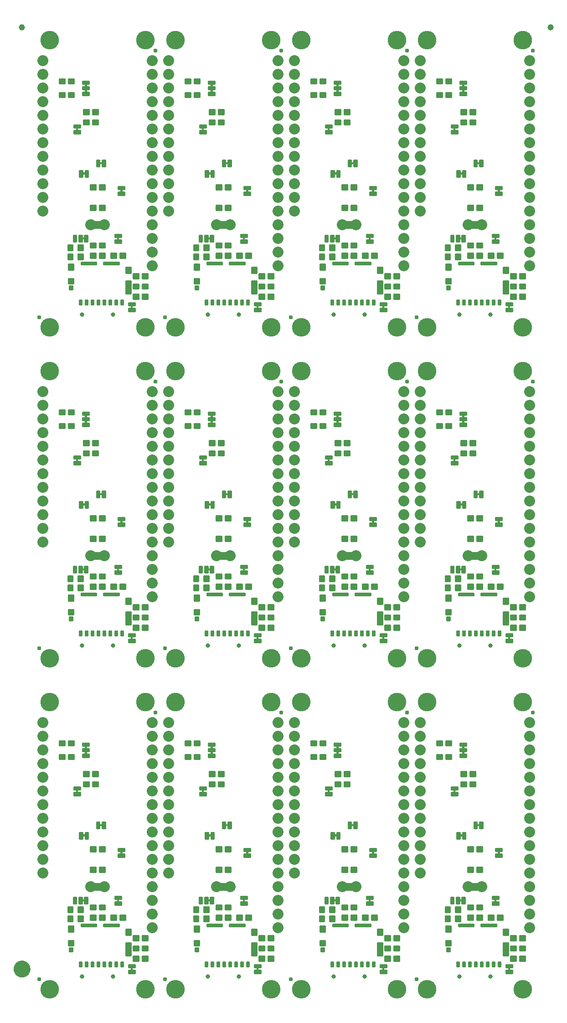
<source format=gbs>
G04 EAGLE Gerber RS-274X export*
G75*
%MOMM*%
%FSLAX34Y34*%
%LPD*%
%INSoldermask Bottom*%
%IPPOS*%
%AMOC8*
5,1,8,0,0,1.08239X$1,22.5*%
G01*
%ADD10C,2.032000*%
%ADD11C,0.253525*%
%ADD12C,3.454400*%
%ADD13C,0.802400*%
%ADD14C,0.251966*%
%ADD15C,0.254434*%
%ADD16C,0.252994*%
%ADD17C,0.252503*%
%ADD18C,0.252862*%
%ADD19C,0.787400*%
%ADD20C,1.152400*%
%ADD21C,1.270000*%
%ADD22C,1.652400*%

G36*
X349950Y823353D02*
X349950Y823353D01*
X350016Y823355D01*
X350059Y823373D01*
X350106Y823381D01*
X350163Y823415D01*
X350223Y823440D01*
X350258Y823471D01*
X350299Y823496D01*
X350341Y823547D01*
X350389Y823591D01*
X350411Y823633D01*
X350440Y823670D01*
X350461Y823732D01*
X350492Y823791D01*
X350500Y823845D01*
X350512Y823882D01*
X350511Y823922D01*
X350519Y823976D01*
X350519Y837184D01*
X350508Y837249D01*
X350506Y837315D01*
X350488Y837358D01*
X350480Y837405D01*
X350446Y837462D01*
X350421Y837522D01*
X350390Y837557D01*
X350365Y837598D01*
X350314Y837640D01*
X350270Y837688D01*
X350228Y837710D01*
X350191Y837739D01*
X350129Y837760D01*
X350070Y837791D01*
X350016Y837799D01*
X349979Y837811D01*
X349939Y837810D01*
X349885Y837818D01*
X346075Y837818D01*
X346010Y837807D01*
X345944Y837805D01*
X345901Y837787D01*
X345854Y837779D01*
X345797Y837745D01*
X345737Y837720D01*
X345702Y837689D01*
X345661Y837664D01*
X345620Y837613D01*
X345571Y837569D01*
X345549Y837527D01*
X345520Y837490D01*
X345499Y837428D01*
X345468Y837369D01*
X345460Y837315D01*
X345448Y837278D01*
X345449Y837238D01*
X345441Y837184D01*
X345441Y823976D01*
X345452Y823911D01*
X345454Y823845D01*
X345472Y823802D01*
X345480Y823755D01*
X345514Y823698D01*
X345539Y823638D01*
X345570Y823603D01*
X345595Y823562D01*
X345646Y823521D01*
X345690Y823472D01*
X345732Y823450D01*
X345769Y823421D01*
X345831Y823400D01*
X345890Y823369D01*
X345944Y823361D01*
X345981Y823349D01*
X346021Y823350D01*
X346075Y823342D01*
X349885Y823342D01*
X349950Y823353D01*
G37*
G36*
X817310Y823353D02*
X817310Y823353D01*
X817376Y823355D01*
X817419Y823373D01*
X817466Y823381D01*
X817523Y823415D01*
X817583Y823440D01*
X817618Y823471D01*
X817659Y823496D01*
X817701Y823547D01*
X817749Y823591D01*
X817771Y823633D01*
X817800Y823670D01*
X817821Y823732D01*
X817852Y823791D01*
X817860Y823845D01*
X817872Y823882D01*
X817871Y823922D01*
X817879Y823976D01*
X817879Y837184D01*
X817868Y837249D01*
X817866Y837315D01*
X817848Y837358D01*
X817840Y837405D01*
X817806Y837462D01*
X817781Y837522D01*
X817750Y837557D01*
X817725Y837598D01*
X817674Y837640D01*
X817630Y837688D01*
X817588Y837710D01*
X817551Y837739D01*
X817489Y837760D01*
X817430Y837791D01*
X817376Y837799D01*
X817339Y837811D01*
X817299Y837810D01*
X817245Y837818D01*
X813435Y837818D01*
X813370Y837807D01*
X813304Y837805D01*
X813261Y837787D01*
X813214Y837779D01*
X813157Y837745D01*
X813097Y837720D01*
X813062Y837689D01*
X813021Y837664D01*
X812980Y837613D01*
X812931Y837569D01*
X812909Y837527D01*
X812880Y837490D01*
X812859Y837428D01*
X812828Y837369D01*
X812820Y837315D01*
X812808Y837278D01*
X812809Y837238D01*
X812801Y837184D01*
X812801Y823976D01*
X812812Y823911D01*
X812814Y823845D01*
X812832Y823802D01*
X812840Y823755D01*
X812874Y823698D01*
X812899Y823638D01*
X812930Y823603D01*
X812955Y823562D01*
X813006Y823521D01*
X813050Y823472D01*
X813092Y823450D01*
X813129Y823421D01*
X813191Y823400D01*
X813250Y823369D01*
X813304Y823361D01*
X813341Y823349D01*
X813381Y823350D01*
X813435Y823342D01*
X817245Y823342D01*
X817310Y823353D01*
G37*
G36*
X583630Y823353D02*
X583630Y823353D01*
X583696Y823355D01*
X583739Y823373D01*
X583786Y823381D01*
X583843Y823415D01*
X583903Y823440D01*
X583938Y823471D01*
X583979Y823496D01*
X584021Y823547D01*
X584069Y823591D01*
X584091Y823633D01*
X584120Y823670D01*
X584141Y823732D01*
X584172Y823791D01*
X584180Y823845D01*
X584192Y823882D01*
X584191Y823922D01*
X584199Y823976D01*
X584199Y837184D01*
X584188Y837249D01*
X584186Y837315D01*
X584168Y837358D01*
X584160Y837405D01*
X584126Y837462D01*
X584101Y837522D01*
X584070Y837557D01*
X584045Y837598D01*
X583994Y837640D01*
X583950Y837688D01*
X583908Y837710D01*
X583871Y837739D01*
X583809Y837760D01*
X583750Y837791D01*
X583696Y837799D01*
X583659Y837811D01*
X583619Y837810D01*
X583565Y837818D01*
X579755Y837818D01*
X579690Y837807D01*
X579624Y837805D01*
X579581Y837787D01*
X579534Y837779D01*
X579477Y837745D01*
X579417Y837720D01*
X579382Y837689D01*
X579341Y837664D01*
X579300Y837613D01*
X579251Y837569D01*
X579229Y837527D01*
X579200Y837490D01*
X579179Y837428D01*
X579148Y837369D01*
X579140Y837315D01*
X579128Y837278D01*
X579129Y837238D01*
X579121Y837184D01*
X579121Y823976D01*
X579132Y823911D01*
X579134Y823845D01*
X579152Y823802D01*
X579160Y823755D01*
X579194Y823698D01*
X579219Y823638D01*
X579250Y823603D01*
X579275Y823562D01*
X579326Y823521D01*
X579370Y823472D01*
X579412Y823450D01*
X579449Y823421D01*
X579511Y823400D01*
X579570Y823369D01*
X579624Y823361D01*
X579661Y823349D01*
X579701Y823350D01*
X579755Y823342D01*
X583565Y823342D01*
X583630Y823353D01*
G37*
G36*
X817310Y1438033D02*
X817310Y1438033D01*
X817376Y1438035D01*
X817419Y1438053D01*
X817466Y1438061D01*
X817523Y1438095D01*
X817583Y1438120D01*
X817618Y1438151D01*
X817659Y1438176D01*
X817701Y1438227D01*
X817749Y1438271D01*
X817771Y1438313D01*
X817800Y1438350D01*
X817821Y1438412D01*
X817852Y1438471D01*
X817860Y1438525D01*
X817872Y1438562D01*
X817871Y1438602D01*
X817879Y1438656D01*
X817879Y1451864D01*
X817868Y1451929D01*
X817866Y1451995D01*
X817848Y1452038D01*
X817840Y1452085D01*
X817806Y1452142D01*
X817781Y1452202D01*
X817750Y1452237D01*
X817725Y1452278D01*
X817674Y1452320D01*
X817630Y1452368D01*
X817588Y1452390D01*
X817551Y1452419D01*
X817489Y1452440D01*
X817430Y1452471D01*
X817376Y1452479D01*
X817339Y1452491D01*
X817299Y1452490D01*
X817245Y1452498D01*
X813435Y1452498D01*
X813370Y1452487D01*
X813304Y1452485D01*
X813261Y1452467D01*
X813214Y1452459D01*
X813157Y1452425D01*
X813097Y1452400D01*
X813062Y1452369D01*
X813021Y1452344D01*
X812980Y1452293D01*
X812931Y1452249D01*
X812909Y1452207D01*
X812880Y1452170D01*
X812859Y1452108D01*
X812828Y1452049D01*
X812820Y1451995D01*
X812808Y1451958D01*
X812809Y1451918D01*
X812801Y1451864D01*
X812801Y1438656D01*
X812812Y1438591D01*
X812814Y1438525D01*
X812832Y1438482D01*
X812840Y1438435D01*
X812874Y1438378D01*
X812899Y1438318D01*
X812930Y1438283D01*
X812955Y1438242D01*
X813006Y1438201D01*
X813050Y1438152D01*
X813092Y1438130D01*
X813129Y1438101D01*
X813191Y1438080D01*
X813250Y1438049D01*
X813304Y1438041D01*
X813341Y1438029D01*
X813381Y1438030D01*
X813435Y1438022D01*
X817245Y1438022D01*
X817310Y1438033D01*
G37*
G36*
X583630Y1438033D02*
X583630Y1438033D01*
X583696Y1438035D01*
X583739Y1438053D01*
X583786Y1438061D01*
X583843Y1438095D01*
X583903Y1438120D01*
X583938Y1438151D01*
X583979Y1438176D01*
X584021Y1438227D01*
X584069Y1438271D01*
X584091Y1438313D01*
X584120Y1438350D01*
X584141Y1438412D01*
X584172Y1438471D01*
X584180Y1438525D01*
X584192Y1438562D01*
X584191Y1438602D01*
X584199Y1438656D01*
X584199Y1451864D01*
X584188Y1451929D01*
X584186Y1451995D01*
X584168Y1452038D01*
X584160Y1452085D01*
X584126Y1452142D01*
X584101Y1452202D01*
X584070Y1452237D01*
X584045Y1452278D01*
X583994Y1452320D01*
X583950Y1452368D01*
X583908Y1452390D01*
X583871Y1452419D01*
X583809Y1452440D01*
X583750Y1452471D01*
X583696Y1452479D01*
X583659Y1452491D01*
X583619Y1452490D01*
X583565Y1452498D01*
X579755Y1452498D01*
X579690Y1452487D01*
X579624Y1452485D01*
X579581Y1452467D01*
X579534Y1452459D01*
X579477Y1452425D01*
X579417Y1452400D01*
X579382Y1452369D01*
X579341Y1452344D01*
X579300Y1452293D01*
X579251Y1452249D01*
X579229Y1452207D01*
X579200Y1452170D01*
X579179Y1452108D01*
X579148Y1452049D01*
X579140Y1451995D01*
X579128Y1451958D01*
X579129Y1451918D01*
X579121Y1451864D01*
X579121Y1438656D01*
X579132Y1438591D01*
X579134Y1438525D01*
X579152Y1438482D01*
X579160Y1438435D01*
X579194Y1438378D01*
X579219Y1438318D01*
X579250Y1438283D01*
X579275Y1438242D01*
X579326Y1438201D01*
X579370Y1438152D01*
X579412Y1438130D01*
X579449Y1438101D01*
X579511Y1438080D01*
X579570Y1438049D01*
X579624Y1438041D01*
X579661Y1438029D01*
X579701Y1438030D01*
X579755Y1438022D01*
X583565Y1438022D01*
X583630Y1438033D01*
G37*
G36*
X116270Y1438033D02*
X116270Y1438033D01*
X116336Y1438035D01*
X116379Y1438053D01*
X116426Y1438061D01*
X116483Y1438095D01*
X116543Y1438120D01*
X116578Y1438151D01*
X116619Y1438176D01*
X116661Y1438227D01*
X116709Y1438271D01*
X116731Y1438313D01*
X116760Y1438350D01*
X116781Y1438412D01*
X116812Y1438471D01*
X116820Y1438525D01*
X116832Y1438562D01*
X116831Y1438602D01*
X116839Y1438656D01*
X116839Y1451864D01*
X116828Y1451929D01*
X116826Y1451995D01*
X116808Y1452038D01*
X116800Y1452085D01*
X116766Y1452142D01*
X116741Y1452202D01*
X116710Y1452237D01*
X116685Y1452278D01*
X116634Y1452320D01*
X116590Y1452368D01*
X116548Y1452390D01*
X116511Y1452419D01*
X116449Y1452440D01*
X116390Y1452471D01*
X116336Y1452479D01*
X116299Y1452491D01*
X116259Y1452490D01*
X116205Y1452498D01*
X112395Y1452498D01*
X112330Y1452487D01*
X112264Y1452485D01*
X112221Y1452467D01*
X112174Y1452459D01*
X112117Y1452425D01*
X112057Y1452400D01*
X112022Y1452369D01*
X111981Y1452344D01*
X111940Y1452293D01*
X111891Y1452249D01*
X111869Y1452207D01*
X111840Y1452170D01*
X111819Y1452108D01*
X111788Y1452049D01*
X111780Y1451995D01*
X111768Y1451958D01*
X111769Y1451918D01*
X111761Y1451864D01*
X111761Y1438656D01*
X111772Y1438591D01*
X111774Y1438525D01*
X111792Y1438482D01*
X111800Y1438435D01*
X111834Y1438378D01*
X111859Y1438318D01*
X111890Y1438283D01*
X111915Y1438242D01*
X111966Y1438201D01*
X112010Y1438152D01*
X112052Y1438130D01*
X112089Y1438101D01*
X112151Y1438080D01*
X112210Y1438049D01*
X112264Y1438041D01*
X112301Y1438029D01*
X112341Y1438030D01*
X112395Y1438022D01*
X116205Y1438022D01*
X116270Y1438033D01*
G37*
G36*
X349950Y1438033D02*
X349950Y1438033D01*
X350016Y1438035D01*
X350059Y1438053D01*
X350106Y1438061D01*
X350163Y1438095D01*
X350223Y1438120D01*
X350258Y1438151D01*
X350299Y1438176D01*
X350341Y1438227D01*
X350389Y1438271D01*
X350411Y1438313D01*
X350440Y1438350D01*
X350461Y1438412D01*
X350492Y1438471D01*
X350500Y1438525D01*
X350512Y1438562D01*
X350511Y1438602D01*
X350519Y1438656D01*
X350519Y1451864D01*
X350508Y1451929D01*
X350506Y1451995D01*
X350488Y1452038D01*
X350480Y1452085D01*
X350446Y1452142D01*
X350421Y1452202D01*
X350390Y1452237D01*
X350365Y1452278D01*
X350314Y1452320D01*
X350270Y1452368D01*
X350228Y1452390D01*
X350191Y1452419D01*
X350129Y1452440D01*
X350070Y1452471D01*
X350016Y1452479D01*
X349979Y1452491D01*
X349939Y1452490D01*
X349885Y1452498D01*
X346075Y1452498D01*
X346010Y1452487D01*
X345944Y1452485D01*
X345901Y1452467D01*
X345854Y1452459D01*
X345797Y1452425D01*
X345737Y1452400D01*
X345702Y1452369D01*
X345661Y1452344D01*
X345620Y1452293D01*
X345571Y1452249D01*
X345549Y1452207D01*
X345520Y1452170D01*
X345499Y1452108D01*
X345468Y1452049D01*
X345460Y1451995D01*
X345448Y1451958D01*
X345449Y1451918D01*
X345441Y1451864D01*
X345441Y1438656D01*
X345452Y1438591D01*
X345454Y1438525D01*
X345472Y1438482D01*
X345480Y1438435D01*
X345514Y1438378D01*
X345539Y1438318D01*
X345570Y1438283D01*
X345595Y1438242D01*
X345646Y1438201D01*
X345690Y1438152D01*
X345732Y1438130D01*
X345769Y1438101D01*
X345831Y1438080D01*
X345890Y1438049D01*
X345944Y1438041D01*
X345981Y1438029D01*
X346021Y1438030D01*
X346075Y1438022D01*
X349885Y1438022D01*
X349950Y1438033D01*
G37*
G36*
X349950Y208673D02*
X349950Y208673D01*
X350016Y208675D01*
X350059Y208693D01*
X350106Y208701D01*
X350163Y208735D01*
X350223Y208760D01*
X350258Y208791D01*
X350299Y208816D01*
X350341Y208867D01*
X350389Y208911D01*
X350411Y208953D01*
X350440Y208990D01*
X350461Y209052D01*
X350492Y209111D01*
X350500Y209165D01*
X350512Y209202D01*
X350511Y209242D01*
X350519Y209296D01*
X350519Y222504D01*
X350508Y222569D01*
X350506Y222635D01*
X350488Y222678D01*
X350480Y222725D01*
X350446Y222782D01*
X350421Y222842D01*
X350390Y222877D01*
X350365Y222918D01*
X350314Y222960D01*
X350270Y223008D01*
X350228Y223030D01*
X350191Y223059D01*
X350129Y223080D01*
X350070Y223111D01*
X350016Y223119D01*
X349979Y223131D01*
X349939Y223130D01*
X349885Y223138D01*
X346075Y223138D01*
X346010Y223127D01*
X345944Y223125D01*
X345901Y223107D01*
X345854Y223099D01*
X345797Y223065D01*
X345737Y223040D01*
X345702Y223009D01*
X345661Y222984D01*
X345620Y222933D01*
X345571Y222889D01*
X345549Y222847D01*
X345520Y222810D01*
X345499Y222748D01*
X345468Y222689D01*
X345460Y222635D01*
X345448Y222598D01*
X345449Y222558D01*
X345441Y222504D01*
X345441Y209296D01*
X345452Y209231D01*
X345454Y209165D01*
X345472Y209122D01*
X345480Y209075D01*
X345514Y209018D01*
X345539Y208958D01*
X345570Y208923D01*
X345595Y208882D01*
X345646Y208841D01*
X345690Y208792D01*
X345732Y208770D01*
X345769Y208741D01*
X345831Y208720D01*
X345890Y208689D01*
X345944Y208681D01*
X345981Y208669D01*
X346021Y208670D01*
X346075Y208662D01*
X349885Y208662D01*
X349950Y208673D01*
G37*
G36*
X116270Y823353D02*
X116270Y823353D01*
X116336Y823355D01*
X116379Y823373D01*
X116426Y823381D01*
X116483Y823415D01*
X116543Y823440D01*
X116578Y823471D01*
X116619Y823496D01*
X116661Y823547D01*
X116709Y823591D01*
X116731Y823633D01*
X116760Y823670D01*
X116781Y823732D01*
X116812Y823791D01*
X116820Y823845D01*
X116832Y823882D01*
X116831Y823922D01*
X116839Y823976D01*
X116839Y837184D01*
X116828Y837249D01*
X116826Y837315D01*
X116808Y837358D01*
X116800Y837405D01*
X116766Y837462D01*
X116741Y837522D01*
X116710Y837557D01*
X116685Y837598D01*
X116634Y837640D01*
X116590Y837688D01*
X116548Y837710D01*
X116511Y837739D01*
X116449Y837760D01*
X116390Y837791D01*
X116336Y837799D01*
X116299Y837811D01*
X116259Y837810D01*
X116205Y837818D01*
X112395Y837818D01*
X112330Y837807D01*
X112264Y837805D01*
X112221Y837787D01*
X112174Y837779D01*
X112117Y837745D01*
X112057Y837720D01*
X112022Y837689D01*
X111981Y837664D01*
X111940Y837613D01*
X111891Y837569D01*
X111869Y837527D01*
X111840Y837490D01*
X111819Y837428D01*
X111788Y837369D01*
X111780Y837315D01*
X111768Y837278D01*
X111769Y837238D01*
X111761Y837184D01*
X111761Y823976D01*
X111772Y823911D01*
X111774Y823845D01*
X111792Y823802D01*
X111800Y823755D01*
X111834Y823698D01*
X111859Y823638D01*
X111890Y823603D01*
X111915Y823562D01*
X111966Y823521D01*
X112010Y823472D01*
X112052Y823450D01*
X112089Y823421D01*
X112151Y823400D01*
X112210Y823369D01*
X112264Y823361D01*
X112301Y823349D01*
X112341Y823350D01*
X112395Y823342D01*
X116205Y823342D01*
X116270Y823353D01*
G37*
G36*
X116270Y208673D02*
X116270Y208673D01*
X116336Y208675D01*
X116379Y208693D01*
X116426Y208701D01*
X116483Y208735D01*
X116543Y208760D01*
X116578Y208791D01*
X116619Y208816D01*
X116661Y208867D01*
X116709Y208911D01*
X116731Y208953D01*
X116760Y208990D01*
X116781Y209052D01*
X116812Y209111D01*
X116820Y209165D01*
X116832Y209202D01*
X116831Y209242D01*
X116839Y209296D01*
X116839Y222504D01*
X116828Y222569D01*
X116826Y222635D01*
X116808Y222678D01*
X116800Y222725D01*
X116766Y222782D01*
X116741Y222842D01*
X116710Y222877D01*
X116685Y222918D01*
X116634Y222960D01*
X116590Y223008D01*
X116548Y223030D01*
X116511Y223059D01*
X116449Y223080D01*
X116390Y223111D01*
X116336Y223119D01*
X116299Y223131D01*
X116259Y223130D01*
X116205Y223138D01*
X112395Y223138D01*
X112330Y223127D01*
X112264Y223125D01*
X112221Y223107D01*
X112174Y223099D01*
X112117Y223065D01*
X112057Y223040D01*
X112022Y223009D01*
X111981Y222984D01*
X111940Y222933D01*
X111891Y222889D01*
X111869Y222847D01*
X111840Y222810D01*
X111819Y222748D01*
X111788Y222689D01*
X111780Y222635D01*
X111768Y222598D01*
X111769Y222558D01*
X111761Y222504D01*
X111761Y209296D01*
X111772Y209231D01*
X111774Y209165D01*
X111792Y209122D01*
X111800Y209075D01*
X111834Y209018D01*
X111859Y208958D01*
X111890Y208923D01*
X111915Y208882D01*
X111966Y208841D01*
X112010Y208792D01*
X112052Y208770D01*
X112089Y208741D01*
X112151Y208720D01*
X112210Y208689D01*
X112264Y208681D01*
X112301Y208669D01*
X112341Y208670D01*
X112395Y208662D01*
X116205Y208662D01*
X116270Y208673D01*
G37*
G36*
X583630Y208673D02*
X583630Y208673D01*
X583696Y208675D01*
X583739Y208693D01*
X583786Y208701D01*
X583843Y208735D01*
X583903Y208760D01*
X583938Y208791D01*
X583979Y208816D01*
X584021Y208867D01*
X584069Y208911D01*
X584091Y208953D01*
X584120Y208990D01*
X584141Y209052D01*
X584172Y209111D01*
X584180Y209165D01*
X584192Y209202D01*
X584191Y209242D01*
X584199Y209296D01*
X584199Y222504D01*
X584188Y222569D01*
X584186Y222635D01*
X584168Y222678D01*
X584160Y222725D01*
X584126Y222782D01*
X584101Y222842D01*
X584070Y222877D01*
X584045Y222918D01*
X583994Y222960D01*
X583950Y223008D01*
X583908Y223030D01*
X583871Y223059D01*
X583809Y223080D01*
X583750Y223111D01*
X583696Y223119D01*
X583659Y223131D01*
X583619Y223130D01*
X583565Y223138D01*
X579755Y223138D01*
X579690Y223127D01*
X579624Y223125D01*
X579581Y223107D01*
X579534Y223099D01*
X579477Y223065D01*
X579417Y223040D01*
X579382Y223009D01*
X579341Y222984D01*
X579300Y222933D01*
X579251Y222889D01*
X579229Y222847D01*
X579200Y222810D01*
X579179Y222748D01*
X579148Y222689D01*
X579140Y222635D01*
X579128Y222598D01*
X579129Y222558D01*
X579121Y222504D01*
X579121Y209296D01*
X579132Y209231D01*
X579134Y209165D01*
X579152Y209122D01*
X579160Y209075D01*
X579194Y209018D01*
X579219Y208958D01*
X579250Y208923D01*
X579275Y208882D01*
X579326Y208841D01*
X579370Y208792D01*
X579412Y208770D01*
X579449Y208741D01*
X579511Y208720D01*
X579570Y208689D01*
X579624Y208681D01*
X579661Y208669D01*
X579701Y208670D01*
X579755Y208662D01*
X583565Y208662D01*
X583630Y208673D01*
G37*
G36*
X817310Y208673D02*
X817310Y208673D01*
X817376Y208675D01*
X817419Y208693D01*
X817466Y208701D01*
X817523Y208735D01*
X817583Y208760D01*
X817618Y208791D01*
X817659Y208816D01*
X817701Y208867D01*
X817749Y208911D01*
X817771Y208953D01*
X817800Y208990D01*
X817821Y209052D01*
X817852Y209111D01*
X817860Y209165D01*
X817872Y209202D01*
X817871Y209242D01*
X817879Y209296D01*
X817879Y222504D01*
X817868Y222569D01*
X817866Y222635D01*
X817848Y222678D01*
X817840Y222725D01*
X817806Y222782D01*
X817781Y222842D01*
X817750Y222877D01*
X817725Y222918D01*
X817674Y222960D01*
X817630Y223008D01*
X817588Y223030D01*
X817551Y223059D01*
X817489Y223080D01*
X817430Y223111D01*
X817376Y223119D01*
X817339Y223131D01*
X817299Y223130D01*
X817245Y223138D01*
X813435Y223138D01*
X813370Y223127D01*
X813304Y223125D01*
X813261Y223107D01*
X813214Y223099D01*
X813157Y223065D01*
X813097Y223040D01*
X813062Y223009D01*
X813021Y222984D01*
X812980Y222933D01*
X812931Y222889D01*
X812909Y222847D01*
X812880Y222810D01*
X812859Y222748D01*
X812828Y222689D01*
X812820Y222635D01*
X812808Y222598D01*
X812809Y222558D01*
X812801Y222504D01*
X812801Y209296D01*
X812812Y209231D01*
X812814Y209165D01*
X812832Y209122D01*
X812840Y209075D01*
X812874Y209018D01*
X812899Y208958D01*
X812930Y208923D01*
X812955Y208882D01*
X813006Y208841D01*
X813050Y208792D01*
X813092Y208770D01*
X813129Y208741D01*
X813191Y208720D01*
X813250Y208689D01*
X813304Y208681D01*
X813341Y208669D01*
X813381Y208670D01*
X813435Y208662D01*
X817245Y208662D01*
X817310Y208673D01*
G37*
G36*
X627445Y891552D02*
X627445Y891552D01*
X627511Y891554D01*
X627554Y891572D01*
X627601Y891580D01*
X627658Y891614D01*
X627718Y891639D01*
X627753Y891670D01*
X627794Y891695D01*
X627836Y891746D01*
X627884Y891790D01*
X627906Y891832D01*
X627935Y891869D01*
X627956Y891931D01*
X627987Y891990D01*
X627995Y892044D01*
X628007Y892081D01*
X628006Y892121D01*
X628014Y892175D01*
X628014Y895985D01*
X628003Y896050D01*
X628001Y896116D01*
X627983Y896159D01*
X627975Y896206D01*
X627941Y896263D01*
X627916Y896323D01*
X627885Y896358D01*
X627860Y896399D01*
X627809Y896441D01*
X627765Y896489D01*
X627723Y896511D01*
X627686Y896540D01*
X627624Y896561D01*
X627565Y896592D01*
X627511Y896600D01*
X627474Y896612D01*
X627434Y896611D01*
X627380Y896619D01*
X624840Y896619D01*
X624775Y896608D01*
X624709Y896606D01*
X624666Y896588D01*
X624619Y896580D01*
X624562Y896546D01*
X624502Y896521D01*
X624467Y896490D01*
X624426Y896465D01*
X624385Y896414D01*
X624336Y896370D01*
X624314Y896328D01*
X624285Y896291D01*
X624264Y896229D01*
X624233Y896170D01*
X624225Y896116D01*
X624213Y896079D01*
X624213Y896075D01*
X624213Y896074D01*
X624214Y896039D01*
X624206Y895985D01*
X624206Y892175D01*
X624217Y892110D01*
X624219Y892044D01*
X624237Y892001D01*
X624245Y891954D01*
X624279Y891897D01*
X624304Y891837D01*
X624335Y891802D01*
X624360Y891761D01*
X624411Y891720D01*
X624455Y891671D01*
X624497Y891649D01*
X624534Y891620D01*
X624596Y891599D01*
X624655Y891568D01*
X624709Y891560D01*
X624746Y891548D01*
X624786Y891549D01*
X624840Y891541D01*
X627380Y891541D01*
X627445Y891552D01*
G37*
G36*
X561405Y1691652D02*
X561405Y1691652D01*
X561471Y1691654D01*
X561514Y1691672D01*
X561561Y1691680D01*
X561618Y1691714D01*
X561678Y1691739D01*
X561713Y1691770D01*
X561754Y1691795D01*
X561796Y1691846D01*
X561844Y1691890D01*
X561866Y1691932D01*
X561895Y1691969D01*
X561916Y1692031D01*
X561947Y1692090D01*
X561955Y1692144D01*
X561967Y1692181D01*
X561966Y1692221D01*
X561974Y1692275D01*
X561974Y1696085D01*
X561963Y1696150D01*
X561961Y1696216D01*
X561943Y1696259D01*
X561935Y1696306D01*
X561901Y1696363D01*
X561876Y1696423D01*
X561845Y1696458D01*
X561820Y1696499D01*
X561769Y1696541D01*
X561725Y1696589D01*
X561683Y1696611D01*
X561646Y1696640D01*
X561584Y1696661D01*
X561525Y1696692D01*
X561471Y1696700D01*
X561434Y1696712D01*
X561394Y1696711D01*
X561340Y1696719D01*
X558800Y1696719D01*
X558735Y1696708D01*
X558669Y1696706D01*
X558626Y1696688D01*
X558579Y1696680D01*
X558522Y1696646D01*
X558462Y1696621D01*
X558427Y1696590D01*
X558386Y1696565D01*
X558345Y1696514D01*
X558296Y1696470D01*
X558274Y1696428D01*
X558245Y1696391D01*
X558224Y1696329D01*
X558193Y1696270D01*
X558185Y1696216D01*
X558173Y1696179D01*
X558173Y1696175D01*
X558173Y1696174D01*
X558174Y1696139D01*
X558166Y1696085D01*
X558166Y1692275D01*
X558177Y1692210D01*
X558179Y1692144D01*
X558197Y1692101D01*
X558205Y1692054D01*
X558239Y1691997D01*
X558264Y1691937D01*
X558295Y1691902D01*
X558320Y1691861D01*
X558371Y1691820D01*
X558415Y1691771D01*
X558457Y1691749D01*
X558494Y1691720D01*
X558556Y1691699D01*
X558615Y1691668D01*
X558669Y1691660D01*
X558706Y1691648D01*
X558746Y1691649D01*
X558800Y1691641D01*
X561340Y1691641D01*
X561405Y1691652D01*
G37*
G36*
X795085Y1691652D02*
X795085Y1691652D01*
X795151Y1691654D01*
X795194Y1691672D01*
X795241Y1691680D01*
X795298Y1691714D01*
X795358Y1691739D01*
X795393Y1691770D01*
X795434Y1691795D01*
X795476Y1691846D01*
X795524Y1691890D01*
X795546Y1691932D01*
X795575Y1691969D01*
X795596Y1692031D01*
X795627Y1692090D01*
X795635Y1692144D01*
X795647Y1692181D01*
X795646Y1692221D01*
X795654Y1692275D01*
X795654Y1696085D01*
X795643Y1696150D01*
X795641Y1696216D01*
X795623Y1696259D01*
X795615Y1696306D01*
X795581Y1696363D01*
X795556Y1696423D01*
X795525Y1696458D01*
X795500Y1696499D01*
X795449Y1696541D01*
X795405Y1696589D01*
X795363Y1696611D01*
X795326Y1696640D01*
X795264Y1696661D01*
X795205Y1696692D01*
X795151Y1696700D01*
X795114Y1696712D01*
X795074Y1696711D01*
X795020Y1696719D01*
X792480Y1696719D01*
X792415Y1696708D01*
X792349Y1696706D01*
X792306Y1696688D01*
X792259Y1696680D01*
X792202Y1696646D01*
X792142Y1696621D01*
X792107Y1696590D01*
X792066Y1696565D01*
X792025Y1696514D01*
X791976Y1696470D01*
X791954Y1696428D01*
X791925Y1696391D01*
X791904Y1696329D01*
X791873Y1696270D01*
X791865Y1696216D01*
X791853Y1696179D01*
X791853Y1696175D01*
X791853Y1696174D01*
X791854Y1696139D01*
X791846Y1696085D01*
X791846Y1692275D01*
X791857Y1692210D01*
X791859Y1692144D01*
X791877Y1692101D01*
X791885Y1692054D01*
X791919Y1691997D01*
X791944Y1691937D01*
X791975Y1691902D01*
X792000Y1691861D01*
X792051Y1691820D01*
X792095Y1691771D01*
X792137Y1691749D01*
X792174Y1691720D01*
X792236Y1691699D01*
X792295Y1691668D01*
X792349Y1691660D01*
X792386Y1691648D01*
X792426Y1691649D01*
X792480Y1691641D01*
X795020Y1691641D01*
X795085Y1691652D01*
G37*
G36*
X94045Y1691652D02*
X94045Y1691652D01*
X94111Y1691654D01*
X94154Y1691672D01*
X94201Y1691680D01*
X94258Y1691714D01*
X94318Y1691739D01*
X94353Y1691770D01*
X94394Y1691795D01*
X94436Y1691846D01*
X94484Y1691890D01*
X94506Y1691932D01*
X94535Y1691969D01*
X94556Y1692031D01*
X94587Y1692090D01*
X94595Y1692144D01*
X94607Y1692181D01*
X94606Y1692221D01*
X94614Y1692275D01*
X94614Y1696085D01*
X94603Y1696150D01*
X94601Y1696216D01*
X94583Y1696259D01*
X94575Y1696306D01*
X94541Y1696363D01*
X94516Y1696423D01*
X94485Y1696458D01*
X94460Y1696499D01*
X94409Y1696541D01*
X94365Y1696589D01*
X94323Y1696611D01*
X94286Y1696640D01*
X94224Y1696661D01*
X94165Y1696692D01*
X94111Y1696700D01*
X94074Y1696712D01*
X94034Y1696711D01*
X93980Y1696719D01*
X91440Y1696719D01*
X91375Y1696708D01*
X91309Y1696706D01*
X91266Y1696688D01*
X91219Y1696680D01*
X91162Y1696646D01*
X91102Y1696621D01*
X91067Y1696590D01*
X91026Y1696565D01*
X90985Y1696514D01*
X90936Y1696470D01*
X90914Y1696428D01*
X90885Y1696391D01*
X90864Y1696329D01*
X90833Y1696270D01*
X90825Y1696216D01*
X90813Y1696179D01*
X90813Y1696175D01*
X90813Y1696174D01*
X90814Y1696139D01*
X90806Y1696085D01*
X90806Y1692275D01*
X90817Y1692210D01*
X90819Y1692144D01*
X90837Y1692101D01*
X90845Y1692054D01*
X90879Y1691997D01*
X90904Y1691937D01*
X90935Y1691902D01*
X90960Y1691861D01*
X91011Y1691820D01*
X91055Y1691771D01*
X91097Y1691749D01*
X91134Y1691720D01*
X91196Y1691699D01*
X91255Y1691668D01*
X91309Y1691660D01*
X91346Y1691648D01*
X91386Y1691649D01*
X91440Y1691641D01*
X93980Y1691641D01*
X94045Y1691652D01*
G37*
G36*
X327725Y1691652D02*
X327725Y1691652D01*
X327791Y1691654D01*
X327834Y1691672D01*
X327881Y1691680D01*
X327938Y1691714D01*
X327998Y1691739D01*
X328033Y1691770D01*
X328074Y1691795D01*
X328116Y1691846D01*
X328164Y1691890D01*
X328186Y1691932D01*
X328215Y1691969D01*
X328236Y1692031D01*
X328267Y1692090D01*
X328275Y1692144D01*
X328287Y1692181D01*
X328286Y1692221D01*
X328294Y1692275D01*
X328294Y1696085D01*
X328283Y1696150D01*
X328281Y1696216D01*
X328263Y1696259D01*
X328255Y1696306D01*
X328221Y1696363D01*
X328196Y1696423D01*
X328165Y1696458D01*
X328140Y1696499D01*
X328089Y1696541D01*
X328045Y1696589D01*
X328003Y1696611D01*
X327966Y1696640D01*
X327904Y1696661D01*
X327845Y1696692D01*
X327791Y1696700D01*
X327754Y1696712D01*
X327714Y1696711D01*
X327660Y1696719D01*
X325120Y1696719D01*
X325055Y1696708D01*
X324989Y1696706D01*
X324946Y1696688D01*
X324899Y1696680D01*
X324842Y1696646D01*
X324782Y1696621D01*
X324747Y1696590D01*
X324706Y1696565D01*
X324665Y1696514D01*
X324616Y1696470D01*
X324594Y1696428D01*
X324565Y1696391D01*
X324544Y1696329D01*
X324513Y1696270D01*
X324505Y1696216D01*
X324493Y1696179D01*
X324493Y1696175D01*
X324493Y1696174D01*
X324494Y1696139D01*
X324486Y1696085D01*
X324486Y1692275D01*
X324497Y1692210D01*
X324499Y1692144D01*
X324517Y1692101D01*
X324525Y1692054D01*
X324559Y1691997D01*
X324584Y1691937D01*
X324615Y1691902D01*
X324640Y1691861D01*
X324691Y1691820D01*
X324735Y1691771D01*
X324777Y1691749D01*
X324814Y1691720D01*
X324876Y1691699D01*
X324935Y1691668D01*
X324989Y1691660D01*
X325026Y1691648D01*
X325066Y1691649D01*
X325120Y1691641D01*
X327660Y1691641D01*
X327725Y1691652D01*
G37*
G36*
X160085Y891552D02*
X160085Y891552D01*
X160151Y891554D01*
X160194Y891572D01*
X160241Y891580D01*
X160298Y891614D01*
X160358Y891639D01*
X160393Y891670D01*
X160434Y891695D01*
X160476Y891746D01*
X160524Y891790D01*
X160546Y891832D01*
X160575Y891869D01*
X160596Y891931D01*
X160627Y891990D01*
X160635Y892044D01*
X160647Y892081D01*
X160646Y892121D01*
X160654Y892175D01*
X160654Y895985D01*
X160643Y896050D01*
X160641Y896116D01*
X160623Y896159D01*
X160615Y896206D01*
X160581Y896263D01*
X160556Y896323D01*
X160525Y896358D01*
X160500Y896399D01*
X160449Y896441D01*
X160405Y896489D01*
X160363Y896511D01*
X160326Y896540D01*
X160264Y896561D01*
X160205Y896592D01*
X160151Y896600D01*
X160114Y896612D01*
X160074Y896611D01*
X160020Y896619D01*
X157480Y896619D01*
X157415Y896608D01*
X157349Y896606D01*
X157306Y896588D01*
X157259Y896580D01*
X157202Y896546D01*
X157142Y896521D01*
X157107Y896490D01*
X157066Y896465D01*
X157025Y896414D01*
X156976Y896370D01*
X156954Y896328D01*
X156925Y896291D01*
X156904Y896229D01*
X156873Y896170D01*
X156865Y896116D01*
X156853Y896079D01*
X156853Y896075D01*
X156853Y896074D01*
X156854Y896039D01*
X156846Y895985D01*
X156846Y892175D01*
X156857Y892110D01*
X156859Y892044D01*
X156877Y892001D01*
X156885Y891954D01*
X156919Y891897D01*
X156944Y891837D01*
X156975Y891802D01*
X157000Y891761D01*
X157051Y891720D01*
X157095Y891671D01*
X157137Y891649D01*
X157174Y891620D01*
X157236Y891599D01*
X157295Y891568D01*
X157349Y891560D01*
X157386Y891548D01*
X157426Y891549D01*
X157480Y891541D01*
X160020Y891541D01*
X160085Y891552D01*
G37*
G36*
X861125Y891552D02*
X861125Y891552D01*
X861191Y891554D01*
X861234Y891572D01*
X861281Y891580D01*
X861338Y891614D01*
X861398Y891639D01*
X861433Y891670D01*
X861474Y891695D01*
X861516Y891746D01*
X861564Y891790D01*
X861586Y891832D01*
X861615Y891869D01*
X861636Y891931D01*
X861667Y891990D01*
X861675Y892044D01*
X861687Y892081D01*
X861686Y892121D01*
X861694Y892175D01*
X861694Y895985D01*
X861683Y896050D01*
X861681Y896116D01*
X861663Y896159D01*
X861655Y896206D01*
X861621Y896263D01*
X861596Y896323D01*
X861565Y896358D01*
X861540Y896399D01*
X861489Y896441D01*
X861445Y896489D01*
X861403Y896511D01*
X861366Y896540D01*
X861304Y896561D01*
X861245Y896592D01*
X861191Y896600D01*
X861154Y896612D01*
X861114Y896611D01*
X861060Y896619D01*
X858520Y896619D01*
X858455Y896608D01*
X858389Y896606D01*
X858346Y896588D01*
X858299Y896580D01*
X858242Y896546D01*
X858182Y896521D01*
X858147Y896490D01*
X858106Y896465D01*
X858065Y896414D01*
X858016Y896370D01*
X857994Y896328D01*
X857965Y896291D01*
X857944Y896229D01*
X857913Y896170D01*
X857905Y896116D01*
X857893Y896079D01*
X857893Y896075D01*
X857893Y896074D01*
X857894Y896039D01*
X857886Y895985D01*
X857886Y892175D01*
X857897Y892110D01*
X857899Y892044D01*
X857917Y892001D01*
X857925Y891954D01*
X857959Y891897D01*
X857984Y891837D01*
X858015Y891802D01*
X858040Y891761D01*
X858091Y891720D01*
X858135Y891671D01*
X858177Y891649D01*
X858214Y891620D01*
X858276Y891599D01*
X858335Y891568D01*
X858389Y891560D01*
X858426Y891548D01*
X858466Y891549D01*
X858520Y891541D01*
X861060Y891541D01*
X861125Y891552D01*
G37*
G36*
X393765Y891552D02*
X393765Y891552D01*
X393831Y891554D01*
X393874Y891572D01*
X393921Y891580D01*
X393978Y891614D01*
X394038Y891639D01*
X394073Y891670D01*
X394114Y891695D01*
X394156Y891746D01*
X394204Y891790D01*
X394226Y891832D01*
X394255Y891869D01*
X394276Y891931D01*
X394307Y891990D01*
X394315Y892044D01*
X394327Y892081D01*
X394326Y892121D01*
X394334Y892175D01*
X394334Y895985D01*
X394323Y896050D01*
X394321Y896116D01*
X394303Y896159D01*
X394295Y896206D01*
X394261Y896263D01*
X394236Y896323D01*
X394205Y896358D01*
X394180Y896399D01*
X394129Y896441D01*
X394085Y896489D01*
X394043Y896511D01*
X394006Y896540D01*
X393944Y896561D01*
X393885Y896592D01*
X393831Y896600D01*
X393794Y896612D01*
X393754Y896611D01*
X393700Y896619D01*
X391160Y896619D01*
X391095Y896608D01*
X391029Y896606D01*
X390986Y896588D01*
X390939Y896580D01*
X390882Y896546D01*
X390822Y896521D01*
X390787Y896490D01*
X390746Y896465D01*
X390705Y896414D01*
X390656Y896370D01*
X390634Y896328D01*
X390605Y896291D01*
X390584Y896229D01*
X390553Y896170D01*
X390545Y896116D01*
X390533Y896079D01*
X390533Y896075D01*
X390533Y896074D01*
X390534Y896039D01*
X390526Y895985D01*
X390526Y892175D01*
X390537Y892110D01*
X390539Y892044D01*
X390557Y892001D01*
X390565Y891954D01*
X390599Y891897D01*
X390624Y891837D01*
X390655Y891802D01*
X390680Y891761D01*
X390731Y891720D01*
X390775Y891671D01*
X390817Y891649D01*
X390854Y891620D01*
X390916Y891599D01*
X390975Y891568D01*
X391029Y891560D01*
X391066Y891548D01*
X391106Y891549D01*
X391160Y891541D01*
X393700Y891541D01*
X393765Y891552D01*
G37*
G36*
X561405Y1701812D02*
X561405Y1701812D01*
X561471Y1701814D01*
X561514Y1701832D01*
X561561Y1701840D01*
X561618Y1701874D01*
X561678Y1701899D01*
X561713Y1701930D01*
X561754Y1701955D01*
X561796Y1702006D01*
X561844Y1702050D01*
X561866Y1702092D01*
X561895Y1702129D01*
X561916Y1702191D01*
X561947Y1702250D01*
X561955Y1702304D01*
X561967Y1702341D01*
X561966Y1702381D01*
X561974Y1702435D01*
X561974Y1706245D01*
X561963Y1706310D01*
X561961Y1706376D01*
X561943Y1706419D01*
X561935Y1706466D01*
X561901Y1706523D01*
X561876Y1706583D01*
X561845Y1706618D01*
X561820Y1706659D01*
X561769Y1706701D01*
X561725Y1706749D01*
X561683Y1706771D01*
X561646Y1706800D01*
X561584Y1706821D01*
X561525Y1706852D01*
X561471Y1706860D01*
X561434Y1706872D01*
X561394Y1706871D01*
X561340Y1706879D01*
X558800Y1706879D01*
X558735Y1706868D01*
X558669Y1706866D01*
X558626Y1706848D01*
X558579Y1706840D01*
X558522Y1706806D01*
X558462Y1706781D01*
X558427Y1706750D01*
X558386Y1706725D01*
X558345Y1706674D01*
X558296Y1706630D01*
X558274Y1706588D01*
X558245Y1706551D01*
X558224Y1706489D01*
X558193Y1706430D01*
X558185Y1706376D01*
X558173Y1706339D01*
X558173Y1706335D01*
X558173Y1706334D01*
X558174Y1706299D01*
X558166Y1706245D01*
X558166Y1702435D01*
X558177Y1702370D01*
X558179Y1702304D01*
X558197Y1702261D01*
X558205Y1702214D01*
X558239Y1702157D01*
X558264Y1702097D01*
X558295Y1702062D01*
X558320Y1702021D01*
X558371Y1701980D01*
X558415Y1701931D01*
X558457Y1701909D01*
X558494Y1701880D01*
X558556Y1701859D01*
X558615Y1701828D01*
X558669Y1701820D01*
X558706Y1701808D01*
X558746Y1701809D01*
X558800Y1701801D01*
X561340Y1701801D01*
X561405Y1701812D01*
G37*
G36*
X94045Y1701812D02*
X94045Y1701812D01*
X94111Y1701814D01*
X94154Y1701832D01*
X94201Y1701840D01*
X94258Y1701874D01*
X94318Y1701899D01*
X94353Y1701930D01*
X94394Y1701955D01*
X94436Y1702006D01*
X94484Y1702050D01*
X94506Y1702092D01*
X94535Y1702129D01*
X94556Y1702191D01*
X94587Y1702250D01*
X94595Y1702304D01*
X94607Y1702341D01*
X94606Y1702381D01*
X94614Y1702435D01*
X94614Y1706245D01*
X94603Y1706310D01*
X94601Y1706376D01*
X94583Y1706419D01*
X94575Y1706466D01*
X94541Y1706523D01*
X94516Y1706583D01*
X94485Y1706618D01*
X94460Y1706659D01*
X94409Y1706701D01*
X94365Y1706749D01*
X94323Y1706771D01*
X94286Y1706800D01*
X94224Y1706821D01*
X94165Y1706852D01*
X94111Y1706860D01*
X94074Y1706872D01*
X94034Y1706871D01*
X93980Y1706879D01*
X91440Y1706879D01*
X91375Y1706868D01*
X91309Y1706866D01*
X91266Y1706848D01*
X91219Y1706840D01*
X91162Y1706806D01*
X91102Y1706781D01*
X91067Y1706750D01*
X91026Y1706725D01*
X90985Y1706674D01*
X90936Y1706630D01*
X90914Y1706588D01*
X90885Y1706551D01*
X90864Y1706489D01*
X90833Y1706430D01*
X90825Y1706376D01*
X90813Y1706339D01*
X90813Y1706335D01*
X90813Y1706334D01*
X90814Y1706299D01*
X90806Y1706245D01*
X90806Y1702435D01*
X90817Y1702370D01*
X90819Y1702304D01*
X90837Y1702261D01*
X90845Y1702214D01*
X90879Y1702157D01*
X90904Y1702097D01*
X90935Y1702062D01*
X90960Y1702021D01*
X91011Y1701980D01*
X91055Y1701931D01*
X91097Y1701909D01*
X91134Y1701880D01*
X91196Y1701859D01*
X91255Y1701828D01*
X91309Y1701820D01*
X91346Y1701808D01*
X91386Y1701809D01*
X91440Y1701801D01*
X93980Y1701801D01*
X94045Y1701812D01*
G37*
G36*
X795085Y1701812D02*
X795085Y1701812D01*
X795151Y1701814D01*
X795194Y1701832D01*
X795241Y1701840D01*
X795298Y1701874D01*
X795358Y1701899D01*
X795393Y1701930D01*
X795434Y1701955D01*
X795476Y1702006D01*
X795524Y1702050D01*
X795546Y1702092D01*
X795575Y1702129D01*
X795596Y1702191D01*
X795627Y1702250D01*
X795635Y1702304D01*
X795647Y1702341D01*
X795646Y1702381D01*
X795654Y1702435D01*
X795654Y1706245D01*
X795643Y1706310D01*
X795641Y1706376D01*
X795623Y1706419D01*
X795615Y1706466D01*
X795581Y1706523D01*
X795556Y1706583D01*
X795525Y1706618D01*
X795500Y1706659D01*
X795449Y1706701D01*
X795405Y1706749D01*
X795363Y1706771D01*
X795326Y1706800D01*
X795264Y1706821D01*
X795205Y1706852D01*
X795151Y1706860D01*
X795114Y1706872D01*
X795074Y1706871D01*
X795020Y1706879D01*
X792480Y1706879D01*
X792415Y1706868D01*
X792349Y1706866D01*
X792306Y1706848D01*
X792259Y1706840D01*
X792202Y1706806D01*
X792142Y1706781D01*
X792107Y1706750D01*
X792066Y1706725D01*
X792025Y1706674D01*
X791976Y1706630D01*
X791954Y1706588D01*
X791925Y1706551D01*
X791904Y1706489D01*
X791873Y1706430D01*
X791865Y1706376D01*
X791853Y1706339D01*
X791853Y1706335D01*
X791853Y1706334D01*
X791854Y1706299D01*
X791846Y1706245D01*
X791846Y1702435D01*
X791857Y1702370D01*
X791859Y1702304D01*
X791877Y1702261D01*
X791885Y1702214D01*
X791919Y1702157D01*
X791944Y1702097D01*
X791975Y1702062D01*
X792000Y1702021D01*
X792051Y1701980D01*
X792095Y1701931D01*
X792137Y1701909D01*
X792174Y1701880D01*
X792236Y1701859D01*
X792295Y1701828D01*
X792349Y1701820D01*
X792386Y1701808D01*
X792426Y1701809D01*
X792480Y1701801D01*
X795020Y1701801D01*
X795085Y1701812D01*
G37*
G36*
X327725Y1701812D02*
X327725Y1701812D01*
X327791Y1701814D01*
X327834Y1701832D01*
X327881Y1701840D01*
X327938Y1701874D01*
X327998Y1701899D01*
X328033Y1701930D01*
X328074Y1701955D01*
X328116Y1702006D01*
X328164Y1702050D01*
X328186Y1702092D01*
X328215Y1702129D01*
X328236Y1702191D01*
X328267Y1702250D01*
X328275Y1702304D01*
X328287Y1702341D01*
X328286Y1702381D01*
X328294Y1702435D01*
X328294Y1706245D01*
X328283Y1706310D01*
X328281Y1706376D01*
X328263Y1706419D01*
X328255Y1706466D01*
X328221Y1706523D01*
X328196Y1706583D01*
X328165Y1706618D01*
X328140Y1706659D01*
X328089Y1706701D01*
X328045Y1706749D01*
X328003Y1706771D01*
X327966Y1706800D01*
X327904Y1706821D01*
X327845Y1706852D01*
X327791Y1706860D01*
X327754Y1706872D01*
X327714Y1706871D01*
X327660Y1706879D01*
X325120Y1706879D01*
X325055Y1706868D01*
X324989Y1706866D01*
X324946Y1706848D01*
X324899Y1706840D01*
X324842Y1706806D01*
X324782Y1706781D01*
X324747Y1706750D01*
X324706Y1706725D01*
X324665Y1706674D01*
X324616Y1706630D01*
X324594Y1706588D01*
X324565Y1706551D01*
X324544Y1706489D01*
X324513Y1706430D01*
X324505Y1706376D01*
X324493Y1706339D01*
X324493Y1706335D01*
X324493Y1706334D01*
X324494Y1706299D01*
X324486Y1706245D01*
X324486Y1702435D01*
X324497Y1702370D01*
X324499Y1702304D01*
X324517Y1702261D01*
X324525Y1702214D01*
X324559Y1702157D01*
X324584Y1702097D01*
X324615Y1702062D01*
X324640Y1702021D01*
X324691Y1701980D01*
X324735Y1701931D01*
X324777Y1701909D01*
X324814Y1701880D01*
X324876Y1701859D01*
X324935Y1701828D01*
X324989Y1701820D01*
X325026Y1701808D01*
X325066Y1701809D01*
X325120Y1701801D01*
X327660Y1701801D01*
X327725Y1701812D01*
G37*
G36*
X778575Y1620532D02*
X778575Y1620532D01*
X778641Y1620534D01*
X778684Y1620552D01*
X778731Y1620560D01*
X778788Y1620594D01*
X778848Y1620619D01*
X778883Y1620650D01*
X778924Y1620675D01*
X778966Y1620726D01*
X779014Y1620770D01*
X779036Y1620812D01*
X779065Y1620849D01*
X779086Y1620911D01*
X779117Y1620970D01*
X779125Y1621024D01*
X779137Y1621061D01*
X779136Y1621101D01*
X779144Y1621155D01*
X779144Y1624965D01*
X779133Y1625030D01*
X779131Y1625096D01*
X779113Y1625139D01*
X779105Y1625186D01*
X779071Y1625243D01*
X779046Y1625303D01*
X779015Y1625338D01*
X778990Y1625379D01*
X778939Y1625421D01*
X778895Y1625469D01*
X778853Y1625491D01*
X778816Y1625520D01*
X778754Y1625541D01*
X778695Y1625572D01*
X778641Y1625580D01*
X778604Y1625592D01*
X778564Y1625591D01*
X778510Y1625599D01*
X775970Y1625599D01*
X775905Y1625588D01*
X775839Y1625586D01*
X775796Y1625568D01*
X775749Y1625560D01*
X775692Y1625526D01*
X775632Y1625501D01*
X775597Y1625470D01*
X775556Y1625445D01*
X775515Y1625394D01*
X775466Y1625350D01*
X775444Y1625308D01*
X775415Y1625271D01*
X775394Y1625209D01*
X775363Y1625150D01*
X775355Y1625096D01*
X775343Y1625059D01*
X775343Y1625055D01*
X775343Y1625054D01*
X775344Y1625019D01*
X775336Y1624965D01*
X775336Y1621155D01*
X775347Y1621090D01*
X775349Y1621024D01*
X775367Y1620981D01*
X775375Y1620934D01*
X775409Y1620877D01*
X775434Y1620817D01*
X775465Y1620782D01*
X775490Y1620741D01*
X775541Y1620700D01*
X775585Y1620651D01*
X775627Y1620629D01*
X775664Y1620600D01*
X775726Y1620579D01*
X775785Y1620548D01*
X775839Y1620540D01*
X775876Y1620528D01*
X775916Y1620529D01*
X775970Y1620521D01*
X778510Y1620521D01*
X778575Y1620532D01*
G37*
G36*
X77535Y1620532D02*
X77535Y1620532D01*
X77601Y1620534D01*
X77644Y1620552D01*
X77691Y1620560D01*
X77748Y1620594D01*
X77808Y1620619D01*
X77843Y1620650D01*
X77884Y1620675D01*
X77926Y1620726D01*
X77974Y1620770D01*
X77996Y1620812D01*
X78025Y1620849D01*
X78046Y1620911D01*
X78077Y1620970D01*
X78085Y1621024D01*
X78097Y1621061D01*
X78096Y1621101D01*
X78104Y1621155D01*
X78104Y1624965D01*
X78093Y1625030D01*
X78091Y1625096D01*
X78073Y1625139D01*
X78065Y1625186D01*
X78031Y1625243D01*
X78006Y1625303D01*
X77975Y1625338D01*
X77950Y1625379D01*
X77899Y1625421D01*
X77855Y1625469D01*
X77813Y1625491D01*
X77776Y1625520D01*
X77714Y1625541D01*
X77655Y1625572D01*
X77601Y1625580D01*
X77564Y1625592D01*
X77524Y1625591D01*
X77470Y1625599D01*
X74930Y1625599D01*
X74865Y1625588D01*
X74799Y1625586D01*
X74756Y1625568D01*
X74709Y1625560D01*
X74652Y1625526D01*
X74592Y1625501D01*
X74557Y1625470D01*
X74516Y1625445D01*
X74475Y1625394D01*
X74426Y1625350D01*
X74404Y1625308D01*
X74375Y1625271D01*
X74354Y1625209D01*
X74323Y1625150D01*
X74315Y1625096D01*
X74303Y1625059D01*
X74303Y1625055D01*
X74303Y1625054D01*
X74304Y1625019D01*
X74296Y1624965D01*
X74296Y1621155D01*
X74307Y1621090D01*
X74309Y1621024D01*
X74327Y1620981D01*
X74335Y1620934D01*
X74369Y1620877D01*
X74394Y1620817D01*
X74425Y1620782D01*
X74450Y1620741D01*
X74501Y1620700D01*
X74545Y1620651D01*
X74587Y1620629D01*
X74624Y1620600D01*
X74686Y1620579D01*
X74745Y1620548D01*
X74799Y1620540D01*
X74836Y1620528D01*
X74876Y1620529D01*
X74930Y1620521D01*
X77470Y1620521D01*
X77535Y1620532D01*
G37*
G36*
X544895Y1620532D02*
X544895Y1620532D01*
X544961Y1620534D01*
X545004Y1620552D01*
X545051Y1620560D01*
X545108Y1620594D01*
X545168Y1620619D01*
X545203Y1620650D01*
X545244Y1620675D01*
X545286Y1620726D01*
X545334Y1620770D01*
X545356Y1620812D01*
X545385Y1620849D01*
X545406Y1620911D01*
X545437Y1620970D01*
X545445Y1621024D01*
X545457Y1621061D01*
X545456Y1621101D01*
X545464Y1621155D01*
X545464Y1624965D01*
X545453Y1625030D01*
X545451Y1625096D01*
X545433Y1625139D01*
X545425Y1625186D01*
X545391Y1625243D01*
X545366Y1625303D01*
X545335Y1625338D01*
X545310Y1625379D01*
X545259Y1625421D01*
X545215Y1625469D01*
X545173Y1625491D01*
X545136Y1625520D01*
X545074Y1625541D01*
X545015Y1625572D01*
X544961Y1625580D01*
X544924Y1625592D01*
X544884Y1625591D01*
X544830Y1625599D01*
X542290Y1625599D01*
X542225Y1625588D01*
X542159Y1625586D01*
X542116Y1625568D01*
X542069Y1625560D01*
X542012Y1625526D01*
X541952Y1625501D01*
X541917Y1625470D01*
X541876Y1625445D01*
X541835Y1625394D01*
X541786Y1625350D01*
X541764Y1625308D01*
X541735Y1625271D01*
X541714Y1625209D01*
X541683Y1625150D01*
X541675Y1625096D01*
X541663Y1625059D01*
X541663Y1625055D01*
X541663Y1625054D01*
X541664Y1625019D01*
X541656Y1624965D01*
X541656Y1621155D01*
X541667Y1621090D01*
X541669Y1621024D01*
X541687Y1620981D01*
X541695Y1620934D01*
X541729Y1620877D01*
X541754Y1620817D01*
X541785Y1620782D01*
X541810Y1620741D01*
X541861Y1620700D01*
X541905Y1620651D01*
X541947Y1620629D01*
X541984Y1620600D01*
X542046Y1620579D01*
X542105Y1620548D01*
X542159Y1620540D01*
X542196Y1620528D01*
X542236Y1620529D01*
X542290Y1620521D01*
X544830Y1620521D01*
X544895Y1620532D01*
G37*
G36*
X311215Y1620532D02*
X311215Y1620532D01*
X311281Y1620534D01*
X311324Y1620552D01*
X311371Y1620560D01*
X311428Y1620594D01*
X311488Y1620619D01*
X311523Y1620650D01*
X311564Y1620675D01*
X311606Y1620726D01*
X311654Y1620770D01*
X311676Y1620812D01*
X311705Y1620849D01*
X311726Y1620911D01*
X311757Y1620970D01*
X311765Y1621024D01*
X311777Y1621061D01*
X311776Y1621101D01*
X311784Y1621155D01*
X311784Y1624965D01*
X311773Y1625030D01*
X311771Y1625096D01*
X311753Y1625139D01*
X311745Y1625186D01*
X311711Y1625243D01*
X311686Y1625303D01*
X311655Y1625338D01*
X311630Y1625379D01*
X311579Y1625421D01*
X311535Y1625469D01*
X311493Y1625491D01*
X311456Y1625520D01*
X311394Y1625541D01*
X311335Y1625572D01*
X311281Y1625580D01*
X311244Y1625592D01*
X311204Y1625591D01*
X311150Y1625599D01*
X308610Y1625599D01*
X308545Y1625588D01*
X308479Y1625586D01*
X308436Y1625568D01*
X308389Y1625560D01*
X308332Y1625526D01*
X308272Y1625501D01*
X308237Y1625470D01*
X308196Y1625445D01*
X308155Y1625394D01*
X308106Y1625350D01*
X308084Y1625308D01*
X308055Y1625271D01*
X308034Y1625209D01*
X308003Y1625150D01*
X307995Y1625096D01*
X307983Y1625059D01*
X307983Y1625055D01*
X307983Y1625054D01*
X307984Y1625019D01*
X307976Y1624965D01*
X307976Y1621155D01*
X307987Y1621090D01*
X307989Y1621024D01*
X308007Y1620981D01*
X308015Y1620934D01*
X308049Y1620877D01*
X308074Y1620817D01*
X308105Y1620782D01*
X308130Y1620741D01*
X308181Y1620700D01*
X308225Y1620651D01*
X308267Y1620629D01*
X308304Y1620600D01*
X308366Y1620579D01*
X308425Y1620548D01*
X308479Y1620540D01*
X308516Y1620528D01*
X308556Y1620529D01*
X308610Y1620521D01*
X311150Y1620521D01*
X311215Y1620532D01*
G37*
G36*
X544895Y391172D02*
X544895Y391172D01*
X544961Y391174D01*
X545004Y391192D01*
X545051Y391200D01*
X545108Y391234D01*
X545168Y391259D01*
X545203Y391290D01*
X545244Y391315D01*
X545286Y391366D01*
X545334Y391410D01*
X545356Y391452D01*
X545385Y391489D01*
X545406Y391551D01*
X545437Y391610D01*
X545445Y391664D01*
X545457Y391701D01*
X545456Y391741D01*
X545464Y391795D01*
X545464Y395605D01*
X545453Y395670D01*
X545451Y395736D01*
X545433Y395779D01*
X545425Y395826D01*
X545391Y395883D01*
X545366Y395943D01*
X545335Y395978D01*
X545310Y396019D01*
X545259Y396061D01*
X545215Y396109D01*
X545173Y396131D01*
X545136Y396160D01*
X545074Y396181D01*
X545015Y396212D01*
X544961Y396220D01*
X544924Y396232D01*
X544884Y396231D01*
X544830Y396239D01*
X542290Y396239D01*
X542225Y396228D01*
X542159Y396226D01*
X542116Y396208D01*
X542069Y396200D01*
X542012Y396166D01*
X541952Y396141D01*
X541917Y396110D01*
X541876Y396085D01*
X541835Y396034D01*
X541786Y395990D01*
X541764Y395948D01*
X541735Y395911D01*
X541714Y395849D01*
X541683Y395790D01*
X541675Y395736D01*
X541663Y395699D01*
X541663Y395695D01*
X541663Y395694D01*
X541664Y395659D01*
X541656Y395605D01*
X541656Y391795D01*
X541667Y391730D01*
X541669Y391664D01*
X541687Y391621D01*
X541695Y391574D01*
X541729Y391517D01*
X541754Y391457D01*
X541785Y391422D01*
X541810Y391381D01*
X541861Y391340D01*
X541905Y391291D01*
X541947Y391269D01*
X541984Y391240D01*
X542046Y391219D01*
X542105Y391188D01*
X542159Y391180D01*
X542196Y391168D01*
X542236Y391169D01*
X542290Y391161D01*
X544830Y391161D01*
X544895Y391172D01*
G37*
G36*
X854775Y187972D02*
X854775Y187972D01*
X854841Y187974D01*
X854884Y187992D01*
X854931Y188000D01*
X854988Y188034D01*
X855048Y188059D01*
X855083Y188090D01*
X855124Y188115D01*
X855166Y188166D01*
X855214Y188210D01*
X855236Y188252D01*
X855265Y188289D01*
X855286Y188351D01*
X855317Y188410D01*
X855325Y188464D01*
X855337Y188501D01*
X855336Y188541D01*
X855344Y188595D01*
X855344Y192405D01*
X855333Y192470D01*
X855331Y192536D01*
X855313Y192579D01*
X855305Y192626D01*
X855271Y192683D01*
X855246Y192743D01*
X855215Y192778D01*
X855190Y192819D01*
X855139Y192861D01*
X855095Y192909D01*
X855053Y192931D01*
X855016Y192960D01*
X854954Y192981D01*
X854895Y193012D01*
X854841Y193020D01*
X854804Y193032D01*
X854764Y193031D01*
X854710Y193039D01*
X852170Y193039D01*
X852105Y193028D01*
X852039Y193026D01*
X851996Y193008D01*
X851949Y193000D01*
X851892Y192966D01*
X851832Y192941D01*
X851797Y192910D01*
X851756Y192885D01*
X851715Y192834D01*
X851666Y192790D01*
X851644Y192748D01*
X851615Y192711D01*
X851594Y192649D01*
X851563Y192590D01*
X851555Y192536D01*
X851543Y192499D01*
X851543Y192495D01*
X851543Y192494D01*
X851544Y192459D01*
X851536Y192405D01*
X851536Y188595D01*
X851547Y188530D01*
X851549Y188464D01*
X851567Y188421D01*
X851575Y188374D01*
X851609Y188317D01*
X851634Y188257D01*
X851665Y188222D01*
X851690Y188181D01*
X851741Y188140D01*
X851785Y188091D01*
X851827Y188069D01*
X851864Y188040D01*
X851926Y188019D01*
X851985Y187988D01*
X852039Y187980D01*
X852076Y187968D01*
X852116Y187969D01*
X852170Y187961D01*
X854710Y187961D01*
X854775Y187972D01*
G37*
G36*
X621095Y187972D02*
X621095Y187972D01*
X621161Y187974D01*
X621204Y187992D01*
X621251Y188000D01*
X621308Y188034D01*
X621368Y188059D01*
X621403Y188090D01*
X621444Y188115D01*
X621486Y188166D01*
X621534Y188210D01*
X621556Y188252D01*
X621585Y188289D01*
X621606Y188351D01*
X621637Y188410D01*
X621645Y188464D01*
X621657Y188501D01*
X621656Y188541D01*
X621664Y188595D01*
X621664Y192405D01*
X621653Y192470D01*
X621651Y192536D01*
X621633Y192579D01*
X621625Y192626D01*
X621591Y192683D01*
X621566Y192743D01*
X621535Y192778D01*
X621510Y192819D01*
X621459Y192861D01*
X621415Y192909D01*
X621373Y192931D01*
X621336Y192960D01*
X621274Y192981D01*
X621215Y193012D01*
X621161Y193020D01*
X621124Y193032D01*
X621084Y193031D01*
X621030Y193039D01*
X618490Y193039D01*
X618425Y193028D01*
X618359Y193026D01*
X618316Y193008D01*
X618269Y193000D01*
X618212Y192966D01*
X618152Y192941D01*
X618117Y192910D01*
X618076Y192885D01*
X618035Y192834D01*
X617986Y192790D01*
X617964Y192748D01*
X617935Y192711D01*
X617914Y192649D01*
X617883Y192590D01*
X617875Y192536D01*
X617863Y192499D01*
X617863Y192495D01*
X617863Y192494D01*
X617864Y192459D01*
X617856Y192405D01*
X617856Y188595D01*
X617867Y188530D01*
X617869Y188464D01*
X617887Y188421D01*
X617895Y188374D01*
X617929Y188317D01*
X617954Y188257D01*
X617985Y188222D01*
X618010Y188181D01*
X618061Y188140D01*
X618105Y188091D01*
X618147Y188069D01*
X618184Y188040D01*
X618246Y188019D01*
X618305Y187988D01*
X618359Y187980D01*
X618396Y187968D01*
X618436Y187969D01*
X618490Y187961D01*
X621030Y187961D01*
X621095Y187972D01*
G37*
G36*
X387415Y1417332D02*
X387415Y1417332D01*
X387481Y1417334D01*
X387524Y1417352D01*
X387571Y1417360D01*
X387628Y1417394D01*
X387688Y1417419D01*
X387723Y1417450D01*
X387764Y1417475D01*
X387806Y1417526D01*
X387854Y1417570D01*
X387876Y1417612D01*
X387905Y1417649D01*
X387926Y1417711D01*
X387957Y1417770D01*
X387965Y1417824D01*
X387977Y1417861D01*
X387976Y1417901D01*
X387984Y1417955D01*
X387984Y1421765D01*
X387973Y1421830D01*
X387971Y1421896D01*
X387953Y1421939D01*
X387945Y1421986D01*
X387911Y1422043D01*
X387886Y1422103D01*
X387855Y1422138D01*
X387830Y1422179D01*
X387779Y1422221D01*
X387735Y1422269D01*
X387693Y1422291D01*
X387656Y1422320D01*
X387594Y1422341D01*
X387535Y1422372D01*
X387481Y1422380D01*
X387444Y1422392D01*
X387404Y1422391D01*
X387350Y1422399D01*
X384810Y1422399D01*
X384745Y1422388D01*
X384679Y1422386D01*
X384636Y1422368D01*
X384589Y1422360D01*
X384532Y1422326D01*
X384472Y1422301D01*
X384437Y1422270D01*
X384396Y1422245D01*
X384355Y1422194D01*
X384306Y1422150D01*
X384284Y1422108D01*
X384255Y1422071D01*
X384234Y1422009D01*
X384203Y1421950D01*
X384195Y1421896D01*
X384183Y1421859D01*
X384183Y1421855D01*
X384183Y1421854D01*
X384184Y1421819D01*
X384176Y1421765D01*
X384176Y1417955D01*
X384187Y1417890D01*
X384189Y1417824D01*
X384207Y1417781D01*
X384215Y1417734D01*
X384249Y1417677D01*
X384274Y1417617D01*
X384305Y1417582D01*
X384330Y1417541D01*
X384381Y1417500D01*
X384425Y1417451D01*
X384467Y1417429D01*
X384504Y1417400D01*
X384566Y1417379D01*
X384625Y1417348D01*
X384679Y1417340D01*
X384716Y1417328D01*
X384756Y1417329D01*
X384810Y1417321D01*
X387350Y1417321D01*
X387415Y1417332D01*
G37*
G36*
X387415Y187972D02*
X387415Y187972D01*
X387481Y187974D01*
X387524Y187992D01*
X387571Y188000D01*
X387628Y188034D01*
X387688Y188059D01*
X387723Y188090D01*
X387764Y188115D01*
X387806Y188166D01*
X387854Y188210D01*
X387876Y188252D01*
X387905Y188289D01*
X387926Y188351D01*
X387957Y188410D01*
X387965Y188464D01*
X387977Y188501D01*
X387976Y188541D01*
X387984Y188595D01*
X387984Y192405D01*
X387973Y192470D01*
X387971Y192536D01*
X387953Y192579D01*
X387945Y192626D01*
X387911Y192683D01*
X387886Y192743D01*
X387855Y192778D01*
X387830Y192819D01*
X387779Y192861D01*
X387735Y192909D01*
X387693Y192931D01*
X387656Y192960D01*
X387594Y192981D01*
X387535Y193012D01*
X387481Y193020D01*
X387444Y193032D01*
X387404Y193031D01*
X387350Y193039D01*
X384810Y193039D01*
X384745Y193028D01*
X384679Y193026D01*
X384636Y193008D01*
X384589Y193000D01*
X384532Y192966D01*
X384472Y192941D01*
X384437Y192910D01*
X384396Y192885D01*
X384355Y192834D01*
X384306Y192790D01*
X384284Y192748D01*
X384255Y192711D01*
X384234Y192649D01*
X384203Y192590D01*
X384195Y192536D01*
X384183Y192499D01*
X384183Y192495D01*
X384183Y192494D01*
X384184Y192459D01*
X384176Y192405D01*
X384176Y188595D01*
X384187Y188530D01*
X384189Y188464D01*
X384207Y188421D01*
X384215Y188374D01*
X384249Y188317D01*
X384274Y188257D01*
X384305Y188222D01*
X384330Y188181D01*
X384381Y188140D01*
X384425Y188091D01*
X384467Y188069D01*
X384504Y188040D01*
X384566Y188019D01*
X384625Y187988D01*
X384679Y187980D01*
X384716Y187968D01*
X384756Y187969D01*
X384810Y187961D01*
X387350Y187961D01*
X387415Y187972D01*
G37*
G36*
X153735Y187972D02*
X153735Y187972D01*
X153801Y187974D01*
X153844Y187992D01*
X153891Y188000D01*
X153948Y188034D01*
X154008Y188059D01*
X154043Y188090D01*
X154084Y188115D01*
X154126Y188166D01*
X154174Y188210D01*
X154196Y188252D01*
X154225Y188289D01*
X154246Y188351D01*
X154277Y188410D01*
X154285Y188464D01*
X154297Y188501D01*
X154296Y188541D01*
X154304Y188595D01*
X154304Y192405D01*
X154293Y192470D01*
X154291Y192536D01*
X154273Y192579D01*
X154265Y192626D01*
X154231Y192683D01*
X154206Y192743D01*
X154175Y192778D01*
X154150Y192819D01*
X154099Y192861D01*
X154055Y192909D01*
X154013Y192931D01*
X153976Y192960D01*
X153914Y192981D01*
X153855Y193012D01*
X153801Y193020D01*
X153764Y193032D01*
X153724Y193031D01*
X153670Y193039D01*
X151130Y193039D01*
X151065Y193028D01*
X150999Y193026D01*
X150956Y193008D01*
X150909Y193000D01*
X150852Y192966D01*
X150792Y192941D01*
X150757Y192910D01*
X150716Y192885D01*
X150675Y192834D01*
X150626Y192790D01*
X150604Y192748D01*
X150575Y192711D01*
X150554Y192649D01*
X150523Y192590D01*
X150515Y192536D01*
X150503Y192499D01*
X150503Y192495D01*
X150503Y192494D01*
X150504Y192459D01*
X150496Y192405D01*
X150496Y188595D01*
X150507Y188530D01*
X150509Y188464D01*
X150527Y188421D01*
X150535Y188374D01*
X150569Y188317D01*
X150594Y188257D01*
X150625Y188222D01*
X150650Y188181D01*
X150701Y188140D01*
X150745Y188091D01*
X150787Y188069D01*
X150824Y188040D01*
X150886Y188019D01*
X150945Y187988D01*
X150999Y187980D01*
X151036Y187968D01*
X151076Y187969D01*
X151130Y187961D01*
X153670Y187961D01*
X153735Y187972D01*
G37*
G36*
X646495Y60972D02*
X646495Y60972D01*
X646561Y60974D01*
X646604Y60992D01*
X646651Y61000D01*
X646708Y61034D01*
X646768Y61059D01*
X646803Y61090D01*
X646844Y61115D01*
X646886Y61166D01*
X646934Y61210D01*
X646956Y61252D01*
X646985Y61289D01*
X647006Y61351D01*
X647037Y61410D01*
X647045Y61464D01*
X647057Y61501D01*
X647056Y61541D01*
X647064Y61595D01*
X647064Y65405D01*
X647053Y65470D01*
X647051Y65536D01*
X647033Y65579D01*
X647025Y65626D01*
X646991Y65683D01*
X646966Y65743D01*
X646935Y65778D01*
X646910Y65819D01*
X646859Y65861D01*
X646815Y65909D01*
X646773Y65931D01*
X646736Y65960D01*
X646674Y65981D01*
X646615Y66012D01*
X646561Y66020D01*
X646524Y66032D01*
X646484Y66031D01*
X646430Y66039D01*
X643890Y66039D01*
X643825Y66028D01*
X643759Y66026D01*
X643716Y66008D01*
X643669Y66000D01*
X643612Y65966D01*
X643552Y65941D01*
X643517Y65910D01*
X643476Y65885D01*
X643435Y65834D01*
X643386Y65790D01*
X643364Y65748D01*
X643335Y65711D01*
X643314Y65649D01*
X643283Y65590D01*
X643275Y65536D01*
X643263Y65499D01*
X643263Y65495D01*
X643263Y65494D01*
X643264Y65459D01*
X643256Y65405D01*
X643256Y61595D01*
X643267Y61530D01*
X643269Y61464D01*
X643287Y61421D01*
X643295Y61374D01*
X643329Y61317D01*
X643354Y61257D01*
X643385Y61222D01*
X643410Y61181D01*
X643461Y61140D01*
X643505Y61091D01*
X643547Y61069D01*
X643584Y61040D01*
X643646Y61019D01*
X643705Y60988D01*
X643759Y60980D01*
X643796Y60968D01*
X643836Y60969D01*
X643890Y60961D01*
X646430Y60961D01*
X646495Y60972D01*
G37*
G36*
X412815Y60972D02*
X412815Y60972D01*
X412881Y60974D01*
X412924Y60992D01*
X412971Y61000D01*
X413028Y61034D01*
X413088Y61059D01*
X413123Y61090D01*
X413164Y61115D01*
X413206Y61166D01*
X413254Y61210D01*
X413276Y61252D01*
X413305Y61289D01*
X413326Y61351D01*
X413357Y61410D01*
X413365Y61464D01*
X413377Y61501D01*
X413376Y61541D01*
X413384Y61595D01*
X413384Y65405D01*
X413373Y65470D01*
X413371Y65536D01*
X413353Y65579D01*
X413345Y65626D01*
X413311Y65683D01*
X413286Y65743D01*
X413255Y65778D01*
X413230Y65819D01*
X413179Y65861D01*
X413135Y65909D01*
X413093Y65931D01*
X413056Y65960D01*
X412994Y65981D01*
X412935Y66012D01*
X412881Y66020D01*
X412844Y66032D01*
X412804Y66031D01*
X412750Y66039D01*
X410210Y66039D01*
X410145Y66028D01*
X410079Y66026D01*
X410036Y66008D01*
X409989Y66000D01*
X409932Y65966D01*
X409872Y65941D01*
X409837Y65910D01*
X409796Y65885D01*
X409755Y65834D01*
X409706Y65790D01*
X409684Y65748D01*
X409655Y65711D01*
X409634Y65649D01*
X409603Y65590D01*
X409595Y65536D01*
X409583Y65499D01*
X409583Y65495D01*
X409583Y65494D01*
X409584Y65459D01*
X409576Y65405D01*
X409576Y61595D01*
X409587Y61530D01*
X409589Y61464D01*
X409607Y61421D01*
X409615Y61374D01*
X409649Y61317D01*
X409674Y61257D01*
X409705Y61222D01*
X409730Y61181D01*
X409781Y61140D01*
X409825Y61091D01*
X409867Y61069D01*
X409904Y61040D01*
X409966Y61019D01*
X410025Y60988D01*
X410079Y60980D01*
X410116Y60968D01*
X410156Y60969D01*
X410210Y60961D01*
X412750Y60961D01*
X412815Y60972D01*
G37*
G36*
X393765Y1506232D02*
X393765Y1506232D01*
X393831Y1506234D01*
X393874Y1506252D01*
X393921Y1506260D01*
X393978Y1506294D01*
X394038Y1506319D01*
X394073Y1506350D01*
X394114Y1506375D01*
X394156Y1506426D01*
X394204Y1506470D01*
X394226Y1506512D01*
X394255Y1506549D01*
X394276Y1506611D01*
X394307Y1506670D01*
X394315Y1506724D01*
X394327Y1506761D01*
X394326Y1506801D01*
X394334Y1506855D01*
X394334Y1510665D01*
X394323Y1510730D01*
X394321Y1510796D01*
X394303Y1510839D01*
X394295Y1510886D01*
X394261Y1510943D01*
X394236Y1511003D01*
X394205Y1511038D01*
X394180Y1511079D01*
X394129Y1511121D01*
X394085Y1511169D01*
X394043Y1511191D01*
X394006Y1511220D01*
X393944Y1511241D01*
X393885Y1511272D01*
X393831Y1511280D01*
X393794Y1511292D01*
X393754Y1511291D01*
X393700Y1511299D01*
X391160Y1511299D01*
X391095Y1511288D01*
X391029Y1511286D01*
X390986Y1511268D01*
X390939Y1511260D01*
X390882Y1511226D01*
X390822Y1511201D01*
X390787Y1511170D01*
X390746Y1511145D01*
X390705Y1511094D01*
X390656Y1511050D01*
X390634Y1511008D01*
X390605Y1510971D01*
X390584Y1510909D01*
X390553Y1510850D01*
X390545Y1510796D01*
X390533Y1510759D01*
X390533Y1510755D01*
X390533Y1510754D01*
X390534Y1510719D01*
X390526Y1510665D01*
X390526Y1506855D01*
X390537Y1506790D01*
X390539Y1506724D01*
X390557Y1506681D01*
X390565Y1506634D01*
X390599Y1506577D01*
X390624Y1506517D01*
X390655Y1506482D01*
X390680Y1506441D01*
X390731Y1506400D01*
X390775Y1506351D01*
X390817Y1506329D01*
X390854Y1506300D01*
X390916Y1506279D01*
X390975Y1506248D01*
X391029Y1506240D01*
X391066Y1506228D01*
X391106Y1506229D01*
X391160Y1506221D01*
X393700Y1506221D01*
X393765Y1506232D01*
G37*
G36*
X627445Y1506232D02*
X627445Y1506232D01*
X627511Y1506234D01*
X627554Y1506252D01*
X627601Y1506260D01*
X627658Y1506294D01*
X627718Y1506319D01*
X627753Y1506350D01*
X627794Y1506375D01*
X627836Y1506426D01*
X627884Y1506470D01*
X627906Y1506512D01*
X627935Y1506549D01*
X627956Y1506611D01*
X627987Y1506670D01*
X627995Y1506724D01*
X628007Y1506761D01*
X628006Y1506801D01*
X628014Y1506855D01*
X628014Y1510665D01*
X628003Y1510730D01*
X628001Y1510796D01*
X627983Y1510839D01*
X627975Y1510886D01*
X627941Y1510943D01*
X627916Y1511003D01*
X627885Y1511038D01*
X627860Y1511079D01*
X627809Y1511121D01*
X627765Y1511169D01*
X627723Y1511191D01*
X627686Y1511220D01*
X627624Y1511241D01*
X627565Y1511272D01*
X627511Y1511280D01*
X627474Y1511292D01*
X627434Y1511291D01*
X627380Y1511299D01*
X624840Y1511299D01*
X624775Y1511288D01*
X624709Y1511286D01*
X624666Y1511268D01*
X624619Y1511260D01*
X624562Y1511226D01*
X624502Y1511201D01*
X624467Y1511170D01*
X624426Y1511145D01*
X624385Y1511094D01*
X624336Y1511050D01*
X624314Y1511008D01*
X624285Y1510971D01*
X624264Y1510909D01*
X624233Y1510850D01*
X624225Y1510796D01*
X624213Y1510759D01*
X624213Y1510755D01*
X624213Y1510754D01*
X624214Y1510719D01*
X624206Y1510665D01*
X624206Y1506855D01*
X624217Y1506790D01*
X624219Y1506724D01*
X624237Y1506681D01*
X624245Y1506634D01*
X624279Y1506577D01*
X624304Y1506517D01*
X624335Y1506482D01*
X624360Y1506441D01*
X624411Y1506400D01*
X624455Y1506351D01*
X624497Y1506329D01*
X624534Y1506300D01*
X624596Y1506279D01*
X624655Y1506248D01*
X624709Y1506240D01*
X624746Y1506228D01*
X624786Y1506229D01*
X624840Y1506221D01*
X627380Y1506221D01*
X627445Y1506232D01*
G37*
G36*
X861125Y1506232D02*
X861125Y1506232D01*
X861191Y1506234D01*
X861234Y1506252D01*
X861281Y1506260D01*
X861338Y1506294D01*
X861398Y1506319D01*
X861433Y1506350D01*
X861474Y1506375D01*
X861516Y1506426D01*
X861564Y1506470D01*
X861586Y1506512D01*
X861615Y1506549D01*
X861636Y1506611D01*
X861667Y1506670D01*
X861675Y1506724D01*
X861687Y1506761D01*
X861686Y1506801D01*
X861694Y1506855D01*
X861694Y1510665D01*
X861683Y1510730D01*
X861681Y1510796D01*
X861663Y1510839D01*
X861655Y1510886D01*
X861621Y1510943D01*
X861596Y1511003D01*
X861565Y1511038D01*
X861540Y1511079D01*
X861489Y1511121D01*
X861445Y1511169D01*
X861403Y1511191D01*
X861366Y1511220D01*
X861304Y1511241D01*
X861245Y1511272D01*
X861191Y1511280D01*
X861154Y1511292D01*
X861114Y1511291D01*
X861060Y1511299D01*
X858520Y1511299D01*
X858455Y1511288D01*
X858389Y1511286D01*
X858346Y1511268D01*
X858299Y1511260D01*
X858242Y1511226D01*
X858182Y1511201D01*
X858147Y1511170D01*
X858106Y1511145D01*
X858065Y1511094D01*
X858016Y1511050D01*
X857994Y1511008D01*
X857965Y1510971D01*
X857944Y1510909D01*
X857913Y1510850D01*
X857905Y1510796D01*
X857893Y1510759D01*
X857893Y1510755D01*
X857893Y1510754D01*
X857894Y1510719D01*
X857886Y1510665D01*
X857886Y1506855D01*
X857897Y1506790D01*
X857899Y1506724D01*
X857917Y1506681D01*
X857925Y1506634D01*
X857959Y1506577D01*
X857984Y1506517D01*
X858015Y1506482D01*
X858040Y1506441D01*
X858091Y1506400D01*
X858135Y1506351D01*
X858177Y1506329D01*
X858214Y1506300D01*
X858276Y1506279D01*
X858335Y1506248D01*
X858389Y1506240D01*
X858426Y1506228D01*
X858466Y1506229D01*
X858520Y1506221D01*
X861060Y1506221D01*
X861125Y1506232D01*
G37*
G36*
X160085Y1506232D02*
X160085Y1506232D01*
X160151Y1506234D01*
X160194Y1506252D01*
X160241Y1506260D01*
X160298Y1506294D01*
X160358Y1506319D01*
X160393Y1506350D01*
X160434Y1506375D01*
X160476Y1506426D01*
X160524Y1506470D01*
X160546Y1506512D01*
X160575Y1506549D01*
X160596Y1506611D01*
X160627Y1506670D01*
X160635Y1506724D01*
X160647Y1506761D01*
X160646Y1506801D01*
X160654Y1506855D01*
X160654Y1510665D01*
X160643Y1510730D01*
X160641Y1510796D01*
X160623Y1510839D01*
X160615Y1510886D01*
X160581Y1510943D01*
X160556Y1511003D01*
X160525Y1511038D01*
X160500Y1511079D01*
X160449Y1511121D01*
X160405Y1511169D01*
X160363Y1511191D01*
X160326Y1511220D01*
X160264Y1511241D01*
X160205Y1511272D01*
X160151Y1511280D01*
X160114Y1511292D01*
X160074Y1511291D01*
X160020Y1511299D01*
X157480Y1511299D01*
X157415Y1511288D01*
X157349Y1511286D01*
X157306Y1511268D01*
X157259Y1511260D01*
X157202Y1511226D01*
X157142Y1511201D01*
X157107Y1511170D01*
X157066Y1511145D01*
X157025Y1511094D01*
X156976Y1511050D01*
X156954Y1511008D01*
X156925Y1510971D01*
X156904Y1510909D01*
X156873Y1510850D01*
X156865Y1510796D01*
X156853Y1510759D01*
X156853Y1510755D01*
X156853Y1510754D01*
X156854Y1510719D01*
X156846Y1510665D01*
X156846Y1506855D01*
X156857Y1506790D01*
X156859Y1506724D01*
X156877Y1506681D01*
X156885Y1506634D01*
X156919Y1506577D01*
X156944Y1506517D01*
X156975Y1506482D01*
X157000Y1506441D01*
X157051Y1506400D01*
X157095Y1506351D01*
X157137Y1506329D01*
X157174Y1506300D01*
X157236Y1506279D01*
X157295Y1506248D01*
X157349Y1506240D01*
X157386Y1506228D01*
X157426Y1506229D01*
X157480Y1506221D01*
X160020Y1506221D01*
X160085Y1506232D01*
G37*
G36*
X621095Y1417332D02*
X621095Y1417332D01*
X621161Y1417334D01*
X621204Y1417352D01*
X621251Y1417360D01*
X621308Y1417394D01*
X621368Y1417419D01*
X621403Y1417450D01*
X621444Y1417475D01*
X621486Y1417526D01*
X621534Y1417570D01*
X621556Y1417612D01*
X621585Y1417649D01*
X621606Y1417711D01*
X621637Y1417770D01*
X621645Y1417824D01*
X621657Y1417861D01*
X621656Y1417901D01*
X621664Y1417955D01*
X621664Y1421765D01*
X621653Y1421830D01*
X621651Y1421896D01*
X621633Y1421939D01*
X621625Y1421986D01*
X621591Y1422043D01*
X621566Y1422103D01*
X621535Y1422138D01*
X621510Y1422179D01*
X621459Y1422221D01*
X621415Y1422269D01*
X621373Y1422291D01*
X621336Y1422320D01*
X621274Y1422341D01*
X621215Y1422372D01*
X621161Y1422380D01*
X621124Y1422392D01*
X621084Y1422391D01*
X621030Y1422399D01*
X618490Y1422399D01*
X618425Y1422388D01*
X618359Y1422386D01*
X618316Y1422368D01*
X618269Y1422360D01*
X618212Y1422326D01*
X618152Y1422301D01*
X618117Y1422270D01*
X618076Y1422245D01*
X618035Y1422194D01*
X617986Y1422150D01*
X617964Y1422108D01*
X617935Y1422071D01*
X617914Y1422009D01*
X617883Y1421950D01*
X617875Y1421896D01*
X617863Y1421859D01*
X617863Y1421855D01*
X617863Y1421854D01*
X617864Y1421819D01*
X617856Y1421765D01*
X617856Y1417955D01*
X617867Y1417890D01*
X617869Y1417824D01*
X617887Y1417781D01*
X617895Y1417734D01*
X617929Y1417677D01*
X617954Y1417617D01*
X617985Y1417582D01*
X618010Y1417541D01*
X618061Y1417500D01*
X618105Y1417451D01*
X618147Y1417429D01*
X618184Y1417400D01*
X618246Y1417379D01*
X618305Y1417348D01*
X618359Y1417340D01*
X618396Y1417328D01*
X618436Y1417329D01*
X618490Y1417321D01*
X621030Y1417321D01*
X621095Y1417332D01*
G37*
G36*
X153735Y1417332D02*
X153735Y1417332D01*
X153801Y1417334D01*
X153844Y1417352D01*
X153891Y1417360D01*
X153948Y1417394D01*
X154008Y1417419D01*
X154043Y1417450D01*
X154084Y1417475D01*
X154126Y1417526D01*
X154174Y1417570D01*
X154196Y1417612D01*
X154225Y1417649D01*
X154246Y1417711D01*
X154277Y1417770D01*
X154285Y1417824D01*
X154297Y1417861D01*
X154296Y1417901D01*
X154304Y1417955D01*
X154304Y1421765D01*
X154293Y1421830D01*
X154291Y1421896D01*
X154273Y1421939D01*
X154265Y1421986D01*
X154231Y1422043D01*
X154206Y1422103D01*
X154175Y1422138D01*
X154150Y1422179D01*
X154099Y1422221D01*
X154055Y1422269D01*
X154013Y1422291D01*
X153976Y1422320D01*
X153914Y1422341D01*
X153855Y1422372D01*
X153801Y1422380D01*
X153764Y1422392D01*
X153724Y1422391D01*
X153670Y1422399D01*
X151130Y1422399D01*
X151065Y1422388D01*
X150999Y1422386D01*
X150956Y1422368D01*
X150909Y1422360D01*
X150852Y1422326D01*
X150792Y1422301D01*
X150757Y1422270D01*
X150716Y1422245D01*
X150675Y1422194D01*
X150626Y1422150D01*
X150604Y1422108D01*
X150575Y1422071D01*
X150554Y1422009D01*
X150523Y1421950D01*
X150515Y1421896D01*
X150503Y1421859D01*
X150503Y1421855D01*
X150503Y1421854D01*
X150504Y1421819D01*
X150496Y1421765D01*
X150496Y1417955D01*
X150507Y1417890D01*
X150509Y1417824D01*
X150527Y1417781D01*
X150535Y1417734D01*
X150569Y1417677D01*
X150594Y1417617D01*
X150625Y1417582D01*
X150650Y1417541D01*
X150701Y1417500D01*
X150745Y1417451D01*
X150787Y1417429D01*
X150824Y1417400D01*
X150886Y1417379D01*
X150945Y1417348D01*
X150999Y1417340D01*
X151036Y1417328D01*
X151076Y1417329D01*
X151130Y1417321D01*
X153670Y1417321D01*
X153735Y1417332D01*
G37*
G36*
X880175Y60972D02*
X880175Y60972D01*
X880241Y60974D01*
X880284Y60992D01*
X880331Y61000D01*
X880388Y61034D01*
X880448Y61059D01*
X880483Y61090D01*
X880524Y61115D01*
X880566Y61166D01*
X880614Y61210D01*
X880636Y61252D01*
X880665Y61289D01*
X880686Y61351D01*
X880717Y61410D01*
X880725Y61464D01*
X880737Y61501D01*
X880736Y61541D01*
X880744Y61595D01*
X880744Y65405D01*
X880733Y65470D01*
X880731Y65536D01*
X880713Y65579D01*
X880705Y65626D01*
X880671Y65683D01*
X880646Y65743D01*
X880615Y65778D01*
X880590Y65819D01*
X880539Y65861D01*
X880495Y65909D01*
X880453Y65931D01*
X880416Y65960D01*
X880354Y65981D01*
X880295Y66012D01*
X880241Y66020D01*
X880204Y66032D01*
X880164Y66031D01*
X880110Y66039D01*
X877570Y66039D01*
X877505Y66028D01*
X877439Y66026D01*
X877396Y66008D01*
X877349Y66000D01*
X877292Y65966D01*
X877232Y65941D01*
X877197Y65910D01*
X877156Y65885D01*
X877115Y65834D01*
X877066Y65790D01*
X877044Y65748D01*
X877015Y65711D01*
X876994Y65649D01*
X876963Y65590D01*
X876955Y65536D01*
X876943Y65499D01*
X876943Y65495D01*
X876943Y65494D01*
X876944Y65459D01*
X876936Y65405D01*
X876936Y61595D01*
X876947Y61530D01*
X876949Y61464D01*
X876967Y61421D01*
X876975Y61374D01*
X877009Y61317D01*
X877034Y61257D01*
X877065Y61222D01*
X877090Y61181D01*
X877141Y61140D01*
X877185Y61091D01*
X877227Y61069D01*
X877264Y61040D01*
X877326Y61019D01*
X877385Y60988D01*
X877439Y60980D01*
X877476Y60968D01*
X877516Y60969D01*
X877570Y60961D01*
X880110Y60961D01*
X880175Y60972D01*
G37*
G36*
X854775Y1417332D02*
X854775Y1417332D01*
X854841Y1417334D01*
X854884Y1417352D01*
X854931Y1417360D01*
X854988Y1417394D01*
X855048Y1417419D01*
X855083Y1417450D01*
X855124Y1417475D01*
X855166Y1417526D01*
X855214Y1417570D01*
X855236Y1417612D01*
X855265Y1417649D01*
X855286Y1417711D01*
X855317Y1417770D01*
X855325Y1417824D01*
X855337Y1417861D01*
X855336Y1417901D01*
X855344Y1417955D01*
X855344Y1421765D01*
X855333Y1421830D01*
X855331Y1421896D01*
X855313Y1421939D01*
X855305Y1421986D01*
X855271Y1422043D01*
X855246Y1422103D01*
X855215Y1422138D01*
X855190Y1422179D01*
X855139Y1422221D01*
X855095Y1422269D01*
X855053Y1422291D01*
X855016Y1422320D01*
X854954Y1422341D01*
X854895Y1422372D01*
X854841Y1422380D01*
X854804Y1422392D01*
X854764Y1422391D01*
X854710Y1422399D01*
X852170Y1422399D01*
X852105Y1422388D01*
X852039Y1422386D01*
X851996Y1422368D01*
X851949Y1422360D01*
X851892Y1422326D01*
X851832Y1422301D01*
X851797Y1422270D01*
X851756Y1422245D01*
X851715Y1422194D01*
X851666Y1422150D01*
X851644Y1422108D01*
X851615Y1422071D01*
X851594Y1422009D01*
X851563Y1421950D01*
X851555Y1421896D01*
X851543Y1421859D01*
X851543Y1421855D01*
X851543Y1421854D01*
X851544Y1421819D01*
X851536Y1421765D01*
X851536Y1417955D01*
X851547Y1417890D01*
X851549Y1417824D01*
X851567Y1417781D01*
X851575Y1417734D01*
X851609Y1417677D01*
X851634Y1417617D01*
X851665Y1417582D01*
X851690Y1417541D01*
X851741Y1417500D01*
X851785Y1417451D01*
X851827Y1417429D01*
X851864Y1417400D01*
X851926Y1417379D01*
X851985Y1417348D01*
X852039Y1417340D01*
X852076Y1417328D01*
X852116Y1417329D01*
X852170Y1417321D01*
X854710Y1417321D01*
X854775Y1417332D01*
G37*
G36*
X179135Y60972D02*
X179135Y60972D01*
X179201Y60974D01*
X179244Y60992D01*
X179291Y61000D01*
X179348Y61034D01*
X179408Y61059D01*
X179443Y61090D01*
X179484Y61115D01*
X179526Y61166D01*
X179574Y61210D01*
X179596Y61252D01*
X179625Y61289D01*
X179646Y61351D01*
X179677Y61410D01*
X179685Y61464D01*
X179697Y61501D01*
X179696Y61541D01*
X179704Y61595D01*
X179704Y65405D01*
X179693Y65470D01*
X179691Y65536D01*
X179673Y65579D01*
X179665Y65626D01*
X179631Y65683D01*
X179606Y65743D01*
X179575Y65778D01*
X179550Y65819D01*
X179499Y65861D01*
X179455Y65909D01*
X179413Y65931D01*
X179376Y65960D01*
X179314Y65981D01*
X179255Y66012D01*
X179201Y66020D01*
X179164Y66032D01*
X179124Y66031D01*
X179070Y66039D01*
X176530Y66039D01*
X176465Y66028D01*
X176399Y66026D01*
X176356Y66008D01*
X176309Y66000D01*
X176252Y65966D01*
X176192Y65941D01*
X176157Y65910D01*
X176116Y65885D01*
X176075Y65834D01*
X176026Y65790D01*
X176004Y65748D01*
X175975Y65711D01*
X175954Y65649D01*
X175923Y65590D01*
X175915Y65536D01*
X175903Y65499D01*
X175903Y65495D01*
X175903Y65494D01*
X175904Y65459D01*
X175896Y65405D01*
X175896Y61595D01*
X175907Y61530D01*
X175909Y61464D01*
X175927Y61421D01*
X175935Y61374D01*
X175969Y61317D01*
X175994Y61257D01*
X176025Y61222D01*
X176050Y61181D01*
X176101Y61140D01*
X176145Y61091D01*
X176187Y61069D01*
X176224Y61040D01*
X176286Y61019D01*
X176345Y60988D01*
X176399Y60980D01*
X176436Y60968D01*
X176476Y60969D01*
X176530Y60961D01*
X179070Y60961D01*
X179135Y60972D01*
G37*
G36*
X646495Y1290332D02*
X646495Y1290332D01*
X646561Y1290334D01*
X646604Y1290352D01*
X646651Y1290360D01*
X646708Y1290394D01*
X646768Y1290419D01*
X646803Y1290450D01*
X646844Y1290475D01*
X646886Y1290526D01*
X646934Y1290570D01*
X646956Y1290612D01*
X646985Y1290649D01*
X647006Y1290711D01*
X647037Y1290770D01*
X647045Y1290824D01*
X647057Y1290861D01*
X647056Y1290901D01*
X647064Y1290955D01*
X647064Y1294765D01*
X647053Y1294830D01*
X647051Y1294896D01*
X647033Y1294939D01*
X647025Y1294986D01*
X646991Y1295043D01*
X646966Y1295103D01*
X646935Y1295138D01*
X646910Y1295179D01*
X646859Y1295221D01*
X646815Y1295269D01*
X646773Y1295291D01*
X646736Y1295320D01*
X646674Y1295341D01*
X646615Y1295372D01*
X646561Y1295380D01*
X646524Y1295392D01*
X646484Y1295391D01*
X646430Y1295399D01*
X643890Y1295399D01*
X643825Y1295388D01*
X643759Y1295386D01*
X643716Y1295368D01*
X643669Y1295360D01*
X643612Y1295326D01*
X643552Y1295301D01*
X643517Y1295270D01*
X643476Y1295245D01*
X643435Y1295194D01*
X643386Y1295150D01*
X643364Y1295108D01*
X643335Y1295071D01*
X643314Y1295009D01*
X643283Y1294950D01*
X643275Y1294896D01*
X643263Y1294859D01*
X643263Y1294855D01*
X643263Y1294854D01*
X643264Y1294819D01*
X643256Y1294765D01*
X643256Y1290955D01*
X643267Y1290890D01*
X643269Y1290824D01*
X643287Y1290781D01*
X643295Y1290734D01*
X643329Y1290677D01*
X643354Y1290617D01*
X643385Y1290582D01*
X643410Y1290541D01*
X643461Y1290500D01*
X643505Y1290451D01*
X643547Y1290429D01*
X643584Y1290400D01*
X643646Y1290379D01*
X643705Y1290348D01*
X643759Y1290340D01*
X643796Y1290328D01*
X643836Y1290329D01*
X643890Y1290321D01*
X646430Y1290321D01*
X646495Y1290332D01*
G37*
G36*
X412815Y1290332D02*
X412815Y1290332D01*
X412881Y1290334D01*
X412924Y1290352D01*
X412971Y1290360D01*
X413028Y1290394D01*
X413088Y1290419D01*
X413123Y1290450D01*
X413164Y1290475D01*
X413206Y1290526D01*
X413254Y1290570D01*
X413276Y1290612D01*
X413305Y1290649D01*
X413326Y1290711D01*
X413357Y1290770D01*
X413365Y1290824D01*
X413377Y1290861D01*
X413376Y1290901D01*
X413384Y1290955D01*
X413384Y1294765D01*
X413373Y1294830D01*
X413371Y1294896D01*
X413353Y1294939D01*
X413345Y1294986D01*
X413311Y1295043D01*
X413286Y1295103D01*
X413255Y1295138D01*
X413230Y1295179D01*
X413179Y1295221D01*
X413135Y1295269D01*
X413093Y1295291D01*
X413056Y1295320D01*
X412994Y1295341D01*
X412935Y1295372D01*
X412881Y1295380D01*
X412844Y1295392D01*
X412804Y1295391D01*
X412750Y1295399D01*
X410210Y1295399D01*
X410145Y1295388D01*
X410079Y1295386D01*
X410036Y1295368D01*
X409989Y1295360D01*
X409932Y1295326D01*
X409872Y1295301D01*
X409837Y1295270D01*
X409796Y1295245D01*
X409755Y1295194D01*
X409706Y1295150D01*
X409684Y1295108D01*
X409655Y1295071D01*
X409634Y1295009D01*
X409603Y1294950D01*
X409595Y1294896D01*
X409583Y1294859D01*
X409583Y1294855D01*
X409583Y1294854D01*
X409584Y1294819D01*
X409576Y1294765D01*
X409576Y1290955D01*
X409587Y1290890D01*
X409589Y1290824D01*
X409607Y1290781D01*
X409615Y1290734D01*
X409649Y1290677D01*
X409674Y1290617D01*
X409705Y1290582D01*
X409730Y1290541D01*
X409781Y1290500D01*
X409825Y1290451D01*
X409867Y1290429D01*
X409904Y1290400D01*
X409966Y1290379D01*
X410025Y1290348D01*
X410079Y1290340D01*
X410116Y1290328D01*
X410156Y1290329D01*
X410210Y1290321D01*
X412750Y1290321D01*
X412815Y1290332D01*
G37*
G36*
X880175Y1290332D02*
X880175Y1290332D01*
X880241Y1290334D01*
X880284Y1290352D01*
X880331Y1290360D01*
X880388Y1290394D01*
X880448Y1290419D01*
X880483Y1290450D01*
X880524Y1290475D01*
X880566Y1290526D01*
X880614Y1290570D01*
X880636Y1290612D01*
X880665Y1290649D01*
X880686Y1290711D01*
X880717Y1290770D01*
X880725Y1290824D01*
X880737Y1290861D01*
X880736Y1290901D01*
X880744Y1290955D01*
X880744Y1294765D01*
X880733Y1294830D01*
X880731Y1294896D01*
X880713Y1294939D01*
X880705Y1294986D01*
X880671Y1295043D01*
X880646Y1295103D01*
X880615Y1295138D01*
X880590Y1295179D01*
X880539Y1295221D01*
X880495Y1295269D01*
X880453Y1295291D01*
X880416Y1295320D01*
X880354Y1295341D01*
X880295Y1295372D01*
X880241Y1295380D01*
X880204Y1295392D01*
X880164Y1295391D01*
X880110Y1295399D01*
X877570Y1295399D01*
X877505Y1295388D01*
X877439Y1295386D01*
X877396Y1295368D01*
X877349Y1295360D01*
X877292Y1295326D01*
X877232Y1295301D01*
X877197Y1295270D01*
X877156Y1295245D01*
X877115Y1295194D01*
X877066Y1295150D01*
X877044Y1295108D01*
X877015Y1295071D01*
X876994Y1295009D01*
X876963Y1294950D01*
X876955Y1294896D01*
X876943Y1294859D01*
X876943Y1294855D01*
X876943Y1294854D01*
X876944Y1294819D01*
X876936Y1294765D01*
X876936Y1290955D01*
X876947Y1290890D01*
X876949Y1290824D01*
X876967Y1290781D01*
X876975Y1290734D01*
X877009Y1290677D01*
X877034Y1290617D01*
X877065Y1290582D01*
X877090Y1290541D01*
X877141Y1290500D01*
X877185Y1290451D01*
X877227Y1290429D01*
X877264Y1290400D01*
X877326Y1290379D01*
X877385Y1290348D01*
X877439Y1290340D01*
X877476Y1290328D01*
X877516Y1290329D01*
X877570Y1290321D01*
X880110Y1290321D01*
X880175Y1290332D01*
G37*
G36*
X179135Y1290332D02*
X179135Y1290332D01*
X179201Y1290334D01*
X179244Y1290352D01*
X179291Y1290360D01*
X179348Y1290394D01*
X179408Y1290419D01*
X179443Y1290450D01*
X179484Y1290475D01*
X179526Y1290526D01*
X179574Y1290570D01*
X179596Y1290612D01*
X179625Y1290649D01*
X179646Y1290711D01*
X179677Y1290770D01*
X179685Y1290824D01*
X179697Y1290861D01*
X179696Y1290901D01*
X179704Y1290955D01*
X179704Y1294765D01*
X179693Y1294830D01*
X179691Y1294896D01*
X179673Y1294939D01*
X179665Y1294986D01*
X179631Y1295043D01*
X179606Y1295103D01*
X179575Y1295138D01*
X179550Y1295179D01*
X179499Y1295221D01*
X179455Y1295269D01*
X179413Y1295291D01*
X179376Y1295320D01*
X179314Y1295341D01*
X179255Y1295372D01*
X179201Y1295380D01*
X179164Y1295392D01*
X179124Y1295391D01*
X179070Y1295399D01*
X176530Y1295399D01*
X176465Y1295388D01*
X176399Y1295386D01*
X176356Y1295368D01*
X176309Y1295360D01*
X176252Y1295326D01*
X176192Y1295301D01*
X176157Y1295270D01*
X176116Y1295245D01*
X176075Y1295194D01*
X176026Y1295150D01*
X176004Y1295108D01*
X175975Y1295071D01*
X175954Y1295009D01*
X175923Y1294950D01*
X175915Y1294896D01*
X175903Y1294859D01*
X175903Y1294855D01*
X175903Y1294854D01*
X175904Y1294819D01*
X175896Y1294765D01*
X175896Y1290955D01*
X175907Y1290890D01*
X175909Y1290824D01*
X175927Y1290781D01*
X175935Y1290734D01*
X175969Y1290677D01*
X175994Y1290617D01*
X176025Y1290582D01*
X176050Y1290541D01*
X176101Y1290500D01*
X176145Y1290451D01*
X176187Y1290429D01*
X176224Y1290400D01*
X176286Y1290379D01*
X176345Y1290348D01*
X176399Y1290340D01*
X176436Y1290328D01*
X176476Y1290329D01*
X176530Y1290321D01*
X179070Y1290321D01*
X179135Y1290332D01*
G37*
G36*
X94045Y1087132D02*
X94045Y1087132D01*
X94111Y1087134D01*
X94154Y1087152D01*
X94201Y1087160D01*
X94258Y1087194D01*
X94318Y1087219D01*
X94353Y1087250D01*
X94394Y1087275D01*
X94436Y1087326D01*
X94484Y1087370D01*
X94506Y1087412D01*
X94535Y1087449D01*
X94556Y1087511D01*
X94587Y1087570D01*
X94595Y1087624D01*
X94607Y1087661D01*
X94606Y1087701D01*
X94614Y1087755D01*
X94614Y1091565D01*
X94603Y1091630D01*
X94601Y1091696D01*
X94583Y1091739D01*
X94575Y1091786D01*
X94541Y1091843D01*
X94516Y1091903D01*
X94485Y1091938D01*
X94460Y1091979D01*
X94409Y1092021D01*
X94365Y1092069D01*
X94323Y1092091D01*
X94286Y1092120D01*
X94224Y1092141D01*
X94165Y1092172D01*
X94111Y1092180D01*
X94074Y1092192D01*
X94034Y1092191D01*
X93980Y1092199D01*
X91440Y1092199D01*
X91375Y1092188D01*
X91309Y1092186D01*
X91266Y1092168D01*
X91219Y1092160D01*
X91162Y1092126D01*
X91102Y1092101D01*
X91067Y1092070D01*
X91026Y1092045D01*
X90985Y1091994D01*
X90936Y1091950D01*
X90914Y1091908D01*
X90885Y1091871D01*
X90864Y1091809D01*
X90833Y1091750D01*
X90825Y1091696D01*
X90813Y1091659D01*
X90813Y1091655D01*
X90813Y1091654D01*
X90814Y1091619D01*
X90806Y1091565D01*
X90806Y1087755D01*
X90817Y1087690D01*
X90819Y1087624D01*
X90837Y1087581D01*
X90845Y1087534D01*
X90879Y1087477D01*
X90904Y1087417D01*
X90935Y1087382D01*
X90960Y1087341D01*
X91011Y1087300D01*
X91055Y1087251D01*
X91097Y1087229D01*
X91134Y1087200D01*
X91196Y1087179D01*
X91255Y1087148D01*
X91309Y1087140D01*
X91346Y1087128D01*
X91386Y1087129D01*
X91440Y1087121D01*
X93980Y1087121D01*
X94045Y1087132D01*
G37*
G36*
X327725Y1087132D02*
X327725Y1087132D01*
X327791Y1087134D01*
X327834Y1087152D01*
X327881Y1087160D01*
X327938Y1087194D01*
X327998Y1087219D01*
X328033Y1087250D01*
X328074Y1087275D01*
X328116Y1087326D01*
X328164Y1087370D01*
X328186Y1087412D01*
X328215Y1087449D01*
X328236Y1087511D01*
X328267Y1087570D01*
X328275Y1087624D01*
X328287Y1087661D01*
X328286Y1087701D01*
X328294Y1087755D01*
X328294Y1091565D01*
X328283Y1091630D01*
X328281Y1091696D01*
X328263Y1091739D01*
X328255Y1091786D01*
X328221Y1091843D01*
X328196Y1091903D01*
X328165Y1091938D01*
X328140Y1091979D01*
X328089Y1092021D01*
X328045Y1092069D01*
X328003Y1092091D01*
X327966Y1092120D01*
X327904Y1092141D01*
X327845Y1092172D01*
X327791Y1092180D01*
X327754Y1092192D01*
X327714Y1092191D01*
X327660Y1092199D01*
X325120Y1092199D01*
X325055Y1092188D01*
X324989Y1092186D01*
X324946Y1092168D01*
X324899Y1092160D01*
X324842Y1092126D01*
X324782Y1092101D01*
X324747Y1092070D01*
X324706Y1092045D01*
X324665Y1091994D01*
X324616Y1091950D01*
X324594Y1091908D01*
X324565Y1091871D01*
X324544Y1091809D01*
X324513Y1091750D01*
X324505Y1091696D01*
X324493Y1091659D01*
X324493Y1091655D01*
X324493Y1091654D01*
X324494Y1091619D01*
X324486Y1091565D01*
X324486Y1087755D01*
X324497Y1087690D01*
X324499Y1087624D01*
X324517Y1087581D01*
X324525Y1087534D01*
X324559Y1087477D01*
X324584Y1087417D01*
X324615Y1087382D01*
X324640Y1087341D01*
X324691Y1087300D01*
X324735Y1087251D01*
X324777Y1087229D01*
X324814Y1087200D01*
X324876Y1087179D01*
X324935Y1087148D01*
X324989Y1087140D01*
X325026Y1087128D01*
X325066Y1087129D01*
X325120Y1087121D01*
X327660Y1087121D01*
X327725Y1087132D01*
G37*
G36*
X795085Y1087132D02*
X795085Y1087132D01*
X795151Y1087134D01*
X795194Y1087152D01*
X795241Y1087160D01*
X795298Y1087194D01*
X795358Y1087219D01*
X795393Y1087250D01*
X795434Y1087275D01*
X795476Y1087326D01*
X795524Y1087370D01*
X795546Y1087412D01*
X795575Y1087449D01*
X795596Y1087511D01*
X795627Y1087570D01*
X795635Y1087624D01*
X795647Y1087661D01*
X795646Y1087701D01*
X795654Y1087755D01*
X795654Y1091565D01*
X795643Y1091630D01*
X795641Y1091696D01*
X795623Y1091739D01*
X795615Y1091786D01*
X795581Y1091843D01*
X795556Y1091903D01*
X795525Y1091938D01*
X795500Y1091979D01*
X795449Y1092021D01*
X795405Y1092069D01*
X795363Y1092091D01*
X795326Y1092120D01*
X795264Y1092141D01*
X795205Y1092172D01*
X795151Y1092180D01*
X795114Y1092192D01*
X795074Y1092191D01*
X795020Y1092199D01*
X792480Y1092199D01*
X792415Y1092188D01*
X792349Y1092186D01*
X792306Y1092168D01*
X792259Y1092160D01*
X792202Y1092126D01*
X792142Y1092101D01*
X792107Y1092070D01*
X792066Y1092045D01*
X792025Y1091994D01*
X791976Y1091950D01*
X791954Y1091908D01*
X791925Y1091871D01*
X791904Y1091809D01*
X791873Y1091750D01*
X791865Y1091696D01*
X791853Y1091659D01*
X791853Y1091655D01*
X791853Y1091654D01*
X791854Y1091619D01*
X791846Y1091565D01*
X791846Y1087755D01*
X791857Y1087690D01*
X791859Y1087624D01*
X791877Y1087581D01*
X791885Y1087534D01*
X791919Y1087477D01*
X791944Y1087417D01*
X791975Y1087382D01*
X792000Y1087341D01*
X792051Y1087300D01*
X792095Y1087251D01*
X792137Y1087229D01*
X792174Y1087200D01*
X792236Y1087179D01*
X792295Y1087148D01*
X792349Y1087140D01*
X792386Y1087128D01*
X792426Y1087129D01*
X792480Y1087121D01*
X795020Y1087121D01*
X795085Y1087132D01*
G37*
G36*
X561405Y1087132D02*
X561405Y1087132D01*
X561471Y1087134D01*
X561514Y1087152D01*
X561561Y1087160D01*
X561618Y1087194D01*
X561678Y1087219D01*
X561713Y1087250D01*
X561754Y1087275D01*
X561796Y1087326D01*
X561844Y1087370D01*
X561866Y1087412D01*
X561895Y1087449D01*
X561916Y1087511D01*
X561947Y1087570D01*
X561955Y1087624D01*
X561967Y1087661D01*
X561966Y1087701D01*
X561974Y1087755D01*
X561974Y1091565D01*
X561963Y1091630D01*
X561961Y1091696D01*
X561943Y1091739D01*
X561935Y1091786D01*
X561901Y1091843D01*
X561876Y1091903D01*
X561845Y1091938D01*
X561820Y1091979D01*
X561769Y1092021D01*
X561725Y1092069D01*
X561683Y1092091D01*
X561646Y1092120D01*
X561584Y1092141D01*
X561525Y1092172D01*
X561471Y1092180D01*
X561434Y1092192D01*
X561394Y1092191D01*
X561340Y1092199D01*
X558800Y1092199D01*
X558735Y1092188D01*
X558669Y1092186D01*
X558626Y1092168D01*
X558579Y1092160D01*
X558522Y1092126D01*
X558462Y1092101D01*
X558427Y1092070D01*
X558386Y1092045D01*
X558345Y1091994D01*
X558296Y1091950D01*
X558274Y1091908D01*
X558245Y1091871D01*
X558224Y1091809D01*
X558193Y1091750D01*
X558185Y1091696D01*
X558173Y1091659D01*
X558173Y1091655D01*
X558173Y1091654D01*
X558174Y1091619D01*
X558166Y1091565D01*
X558166Y1087755D01*
X558177Y1087690D01*
X558179Y1087624D01*
X558197Y1087581D01*
X558205Y1087534D01*
X558239Y1087477D01*
X558264Y1087417D01*
X558295Y1087382D01*
X558320Y1087341D01*
X558371Y1087300D01*
X558415Y1087251D01*
X558457Y1087229D01*
X558494Y1087200D01*
X558556Y1087179D01*
X558615Y1087148D01*
X558669Y1087140D01*
X558706Y1087128D01*
X558746Y1087129D01*
X558800Y1087121D01*
X561340Y1087121D01*
X561405Y1087132D01*
G37*
G36*
X795085Y1076972D02*
X795085Y1076972D01*
X795151Y1076974D01*
X795194Y1076992D01*
X795241Y1077000D01*
X795298Y1077034D01*
X795358Y1077059D01*
X795393Y1077090D01*
X795434Y1077115D01*
X795476Y1077166D01*
X795524Y1077210D01*
X795546Y1077252D01*
X795575Y1077289D01*
X795596Y1077351D01*
X795627Y1077410D01*
X795635Y1077464D01*
X795647Y1077501D01*
X795646Y1077541D01*
X795654Y1077595D01*
X795654Y1081405D01*
X795643Y1081470D01*
X795641Y1081536D01*
X795623Y1081579D01*
X795615Y1081626D01*
X795581Y1081683D01*
X795556Y1081743D01*
X795525Y1081778D01*
X795500Y1081819D01*
X795449Y1081861D01*
X795405Y1081909D01*
X795363Y1081931D01*
X795326Y1081960D01*
X795264Y1081981D01*
X795205Y1082012D01*
X795151Y1082020D01*
X795114Y1082032D01*
X795074Y1082031D01*
X795020Y1082039D01*
X792480Y1082039D01*
X792415Y1082028D01*
X792349Y1082026D01*
X792306Y1082008D01*
X792259Y1082000D01*
X792202Y1081966D01*
X792142Y1081941D01*
X792107Y1081910D01*
X792066Y1081885D01*
X792025Y1081834D01*
X791976Y1081790D01*
X791954Y1081748D01*
X791925Y1081711D01*
X791904Y1081649D01*
X791873Y1081590D01*
X791865Y1081536D01*
X791853Y1081499D01*
X791853Y1081495D01*
X791853Y1081494D01*
X791854Y1081459D01*
X791846Y1081405D01*
X791846Y1077595D01*
X791857Y1077530D01*
X791859Y1077464D01*
X791877Y1077421D01*
X791885Y1077374D01*
X791919Y1077317D01*
X791944Y1077257D01*
X791975Y1077222D01*
X792000Y1077181D01*
X792051Y1077140D01*
X792095Y1077091D01*
X792137Y1077069D01*
X792174Y1077040D01*
X792236Y1077019D01*
X792295Y1076988D01*
X792349Y1076980D01*
X792386Y1076968D01*
X792426Y1076969D01*
X792480Y1076961D01*
X795020Y1076961D01*
X795085Y1076972D01*
G37*
G36*
X327725Y1076972D02*
X327725Y1076972D01*
X327791Y1076974D01*
X327834Y1076992D01*
X327881Y1077000D01*
X327938Y1077034D01*
X327998Y1077059D01*
X328033Y1077090D01*
X328074Y1077115D01*
X328116Y1077166D01*
X328164Y1077210D01*
X328186Y1077252D01*
X328215Y1077289D01*
X328236Y1077351D01*
X328267Y1077410D01*
X328275Y1077464D01*
X328287Y1077501D01*
X328286Y1077541D01*
X328294Y1077595D01*
X328294Y1081405D01*
X328283Y1081470D01*
X328281Y1081536D01*
X328263Y1081579D01*
X328255Y1081626D01*
X328221Y1081683D01*
X328196Y1081743D01*
X328165Y1081778D01*
X328140Y1081819D01*
X328089Y1081861D01*
X328045Y1081909D01*
X328003Y1081931D01*
X327966Y1081960D01*
X327904Y1081981D01*
X327845Y1082012D01*
X327791Y1082020D01*
X327754Y1082032D01*
X327714Y1082031D01*
X327660Y1082039D01*
X325120Y1082039D01*
X325055Y1082028D01*
X324989Y1082026D01*
X324946Y1082008D01*
X324899Y1082000D01*
X324842Y1081966D01*
X324782Y1081941D01*
X324747Y1081910D01*
X324706Y1081885D01*
X324665Y1081834D01*
X324616Y1081790D01*
X324594Y1081748D01*
X324565Y1081711D01*
X324544Y1081649D01*
X324513Y1081590D01*
X324505Y1081536D01*
X324493Y1081499D01*
X324493Y1081495D01*
X324493Y1081494D01*
X324494Y1081459D01*
X324486Y1081405D01*
X324486Y1077595D01*
X324497Y1077530D01*
X324499Y1077464D01*
X324517Y1077421D01*
X324525Y1077374D01*
X324559Y1077317D01*
X324584Y1077257D01*
X324615Y1077222D01*
X324640Y1077181D01*
X324691Y1077140D01*
X324735Y1077091D01*
X324777Y1077069D01*
X324814Y1077040D01*
X324876Y1077019D01*
X324935Y1076988D01*
X324989Y1076980D01*
X325026Y1076968D01*
X325066Y1076969D01*
X325120Y1076961D01*
X327660Y1076961D01*
X327725Y1076972D01*
G37*
G36*
X561405Y1076972D02*
X561405Y1076972D01*
X561471Y1076974D01*
X561514Y1076992D01*
X561561Y1077000D01*
X561618Y1077034D01*
X561678Y1077059D01*
X561713Y1077090D01*
X561754Y1077115D01*
X561796Y1077166D01*
X561844Y1077210D01*
X561866Y1077252D01*
X561895Y1077289D01*
X561916Y1077351D01*
X561947Y1077410D01*
X561955Y1077464D01*
X561967Y1077501D01*
X561966Y1077541D01*
X561974Y1077595D01*
X561974Y1081405D01*
X561963Y1081470D01*
X561961Y1081536D01*
X561943Y1081579D01*
X561935Y1081626D01*
X561901Y1081683D01*
X561876Y1081743D01*
X561845Y1081778D01*
X561820Y1081819D01*
X561769Y1081861D01*
X561725Y1081909D01*
X561683Y1081931D01*
X561646Y1081960D01*
X561584Y1081981D01*
X561525Y1082012D01*
X561471Y1082020D01*
X561434Y1082032D01*
X561394Y1082031D01*
X561340Y1082039D01*
X558800Y1082039D01*
X558735Y1082028D01*
X558669Y1082026D01*
X558626Y1082008D01*
X558579Y1082000D01*
X558522Y1081966D01*
X558462Y1081941D01*
X558427Y1081910D01*
X558386Y1081885D01*
X558345Y1081834D01*
X558296Y1081790D01*
X558274Y1081748D01*
X558245Y1081711D01*
X558224Y1081649D01*
X558193Y1081590D01*
X558185Y1081536D01*
X558173Y1081499D01*
X558173Y1081495D01*
X558173Y1081494D01*
X558174Y1081459D01*
X558166Y1081405D01*
X558166Y1077595D01*
X558177Y1077530D01*
X558179Y1077464D01*
X558197Y1077421D01*
X558205Y1077374D01*
X558239Y1077317D01*
X558264Y1077257D01*
X558295Y1077222D01*
X558320Y1077181D01*
X558371Y1077140D01*
X558415Y1077091D01*
X558457Y1077069D01*
X558494Y1077040D01*
X558556Y1077019D01*
X558615Y1076988D01*
X558669Y1076980D01*
X558706Y1076968D01*
X558746Y1076969D01*
X558800Y1076961D01*
X561340Y1076961D01*
X561405Y1076972D01*
G37*
G36*
X544895Y1005852D02*
X544895Y1005852D01*
X544961Y1005854D01*
X545004Y1005872D01*
X545051Y1005880D01*
X545108Y1005914D01*
X545168Y1005939D01*
X545203Y1005970D01*
X545244Y1005995D01*
X545286Y1006046D01*
X545334Y1006090D01*
X545356Y1006132D01*
X545385Y1006169D01*
X545406Y1006231D01*
X545437Y1006290D01*
X545445Y1006344D01*
X545457Y1006381D01*
X545456Y1006421D01*
X545464Y1006475D01*
X545464Y1010285D01*
X545453Y1010350D01*
X545451Y1010416D01*
X545433Y1010459D01*
X545425Y1010506D01*
X545391Y1010563D01*
X545366Y1010623D01*
X545335Y1010658D01*
X545310Y1010699D01*
X545259Y1010741D01*
X545215Y1010789D01*
X545173Y1010811D01*
X545136Y1010840D01*
X545074Y1010861D01*
X545015Y1010892D01*
X544961Y1010900D01*
X544924Y1010912D01*
X544884Y1010911D01*
X544830Y1010919D01*
X542290Y1010919D01*
X542225Y1010908D01*
X542159Y1010906D01*
X542116Y1010888D01*
X542069Y1010880D01*
X542012Y1010846D01*
X541952Y1010821D01*
X541917Y1010790D01*
X541876Y1010765D01*
X541835Y1010714D01*
X541786Y1010670D01*
X541764Y1010628D01*
X541735Y1010591D01*
X541714Y1010529D01*
X541683Y1010470D01*
X541675Y1010416D01*
X541663Y1010379D01*
X541663Y1010375D01*
X541663Y1010374D01*
X541664Y1010339D01*
X541656Y1010285D01*
X541656Y1006475D01*
X541667Y1006410D01*
X541669Y1006344D01*
X541687Y1006301D01*
X541695Y1006254D01*
X541729Y1006197D01*
X541754Y1006137D01*
X541785Y1006102D01*
X541810Y1006061D01*
X541861Y1006020D01*
X541905Y1005971D01*
X541947Y1005949D01*
X541984Y1005920D01*
X542046Y1005899D01*
X542105Y1005868D01*
X542159Y1005860D01*
X542196Y1005848D01*
X542236Y1005849D01*
X542290Y1005841D01*
X544830Y1005841D01*
X544895Y1005852D01*
G37*
G36*
X77535Y1005852D02*
X77535Y1005852D01*
X77601Y1005854D01*
X77644Y1005872D01*
X77691Y1005880D01*
X77748Y1005914D01*
X77808Y1005939D01*
X77843Y1005970D01*
X77884Y1005995D01*
X77926Y1006046D01*
X77974Y1006090D01*
X77996Y1006132D01*
X78025Y1006169D01*
X78046Y1006231D01*
X78077Y1006290D01*
X78085Y1006344D01*
X78097Y1006381D01*
X78096Y1006421D01*
X78104Y1006475D01*
X78104Y1010285D01*
X78093Y1010350D01*
X78091Y1010416D01*
X78073Y1010459D01*
X78065Y1010506D01*
X78031Y1010563D01*
X78006Y1010623D01*
X77975Y1010658D01*
X77950Y1010699D01*
X77899Y1010741D01*
X77855Y1010789D01*
X77813Y1010811D01*
X77776Y1010840D01*
X77714Y1010861D01*
X77655Y1010892D01*
X77601Y1010900D01*
X77564Y1010912D01*
X77524Y1010911D01*
X77470Y1010919D01*
X74930Y1010919D01*
X74865Y1010908D01*
X74799Y1010906D01*
X74756Y1010888D01*
X74709Y1010880D01*
X74652Y1010846D01*
X74592Y1010821D01*
X74557Y1010790D01*
X74516Y1010765D01*
X74475Y1010714D01*
X74426Y1010670D01*
X74404Y1010628D01*
X74375Y1010591D01*
X74354Y1010529D01*
X74323Y1010470D01*
X74315Y1010416D01*
X74303Y1010379D01*
X74303Y1010375D01*
X74303Y1010374D01*
X74304Y1010339D01*
X74296Y1010285D01*
X74296Y1006475D01*
X74307Y1006410D01*
X74309Y1006344D01*
X74327Y1006301D01*
X74335Y1006254D01*
X74369Y1006197D01*
X74394Y1006137D01*
X74425Y1006102D01*
X74450Y1006061D01*
X74501Y1006020D01*
X74545Y1005971D01*
X74587Y1005949D01*
X74624Y1005920D01*
X74686Y1005899D01*
X74745Y1005868D01*
X74799Y1005860D01*
X74836Y1005848D01*
X74876Y1005849D01*
X74930Y1005841D01*
X77470Y1005841D01*
X77535Y1005852D01*
G37*
G36*
X311215Y1005852D02*
X311215Y1005852D01*
X311281Y1005854D01*
X311324Y1005872D01*
X311371Y1005880D01*
X311428Y1005914D01*
X311488Y1005939D01*
X311523Y1005970D01*
X311564Y1005995D01*
X311606Y1006046D01*
X311654Y1006090D01*
X311676Y1006132D01*
X311705Y1006169D01*
X311726Y1006231D01*
X311757Y1006290D01*
X311765Y1006344D01*
X311777Y1006381D01*
X311776Y1006421D01*
X311784Y1006475D01*
X311784Y1010285D01*
X311773Y1010350D01*
X311771Y1010416D01*
X311753Y1010459D01*
X311745Y1010506D01*
X311711Y1010563D01*
X311686Y1010623D01*
X311655Y1010658D01*
X311630Y1010699D01*
X311579Y1010741D01*
X311535Y1010789D01*
X311493Y1010811D01*
X311456Y1010840D01*
X311394Y1010861D01*
X311335Y1010892D01*
X311281Y1010900D01*
X311244Y1010912D01*
X311204Y1010911D01*
X311150Y1010919D01*
X308610Y1010919D01*
X308545Y1010908D01*
X308479Y1010906D01*
X308436Y1010888D01*
X308389Y1010880D01*
X308332Y1010846D01*
X308272Y1010821D01*
X308237Y1010790D01*
X308196Y1010765D01*
X308155Y1010714D01*
X308106Y1010670D01*
X308084Y1010628D01*
X308055Y1010591D01*
X308034Y1010529D01*
X308003Y1010470D01*
X307995Y1010416D01*
X307983Y1010379D01*
X307983Y1010375D01*
X307983Y1010374D01*
X307984Y1010339D01*
X307976Y1010285D01*
X307976Y1006475D01*
X307987Y1006410D01*
X307989Y1006344D01*
X308007Y1006301D01*
X308015Y1006254D01*
X308049Y1006197D01*
X308074Y1006137D01*
X308105Y1006102D01*
X308130Y1006061D01*
X308181Y1006020D01*
X308225Y1005971D01*
X308267Y1005949D01*
X308304Y1005920D01*
X308366Y1005899D01*
X308425Y1005868D01*
X308479Y1005860D01*
X308516Y1005848D01*
X308556Y1005849D01*
X308610Y1005841D01*
X311150Y1005841D01*
X311215Y1005852D01*
G37*
G36*
X778575Y1005852D02*
X778575Y1005852D01*
X778641Y1005854D01*
X778684Y1005872D01*
X778731Y1005880D01*
X778788Y1005914D01*
X778848Y1005939D01*
X778883Y1005970D01*
X778924Y1005995D01*
X778966Y1006046D01*
X779014Y1006090D01*
X779036Y1006132D01*
X779065Y1006169D01*
X779086Y1006231D01*
X779117Y1006290D01*
X779125Y1006344D01*
X779137Y1006381D01*
X779136Y1006421D01*
X779144Y1006475D01*
X779144Y1010285D01*
X779133Y1010350D01*
X779131Y1010416D01*
X779113Y1010459D01*
X779105Y1010506D01*
X779071Y1010563D01*
X779046Y1010623D01*
X779015Y1010658D01*
X778990Y1010699D01*
X778939Y1010741D01*
X778895Y1010789D01*
X778853Y1010811D01*
X778816Y1010840D01*
X778754Y1010861D01*
X778695Y1010892D01*
X778641Y1010900D01*
X778604Y1010912D01*
X778564Y1010911D01*
X778510Y1010919D01*
X775970Y1010919D01*
X775905Y1010908D01*
X775839Y1010906D01*
X775796Y1010888D01*
X775749Y1010880D01*
X775692Y1010846D01*
X775632Y1010821D01*
X775597Y1010790D01*
X775556Y1010765D01*
X775515Y1010714D01*
X775466Y1010670D01*
X775444Y1010628D01*
X775415Y1010591D01*
X775394Y1010529D01*
X775363Y1010470D01*
X775355Y1010416D01*
X775343Y1010379D01*
X775343Y1010375D01*
X775343Y1010374D01*
X775344Y1010339D01*
X775336Y1010285D01*
X775336Y1006475D01*
X775347Y1006410D01*
X775349Y1006344D01*
X775367Y1006301D01*
X775375Y1006254D01*
X775409Y1006197D01*
X775434Y1006137D01*
X775465Y1006102D01*
X775490Y1006061D01*
X775541Y1006020D01*
X775585Y1005971D01*
X775627Y1005949D01*
X775664Y1005920D01*
X775726Y1005899D01*
X775785Y1005868D01*
X775839Y1005860D01*
X775876Y1005848D01*
X775916Y1005849D01*
X775970Y1005841D01*
X778510Y1005841D01*
X778575Y1005852D01*
G37*
G36*
X94045Y1076972D02*
X94045Y1076972D01*
X94111Y1076974D01*
X94154Y1076992D01*
X94201Y1077000D01*
X94258Y1077034D01*
X94318Y1077059D01*
X94353Y1077090D01*
X94394Y1077115D01*
X94436Y1077166D01*
X94484Y1077210D01*
X94506Y1077252D01*
X94535Y1077289D01*
X94556Y1077351D01*
X94587Y1077410D01*
X94595Y1077464D01*
X94607Y1077501D01*
X94606Y1077541D01*
X94614Y1077595D01*
X94614Y1081405D01*
X94603Y1081470D01*
X94601Y1081536D01*
X94583Y1081579D01*
X94575Y1081626D01*
X94541Y1081683D01*
X94516Y1081743D01*
X94485Y1081778D01*
X94460Y1081819D01*
X94409Y1081861D01*
X94365Y1081909D01*
X94323Y1081931D01*
X94286Y1081960D01*
X94224Y1081981D01*
X94165Y1082012D01*
X94111Y1082020D01*
X94074Y1082032D01*
X94034Y1082031D01*
X93980Y1082039D01*
X91440Y1082039D01*
X91375Y1082028D01*
X91309Y1082026D01*
X91266Y1082008D01*
X91219Y1082000D01*
X91162Y1081966D01*
X91102Y1081941D01*
X91067Y1081910D01*
X91026Y1081885D01*
X90985Y1081834D01*
X90936Y1081790D01*
X90914Y1081748D01*
X90885Y1081711D01*
X90864Y1081649D01*
X90833Y1081590D01*
X90825Y1081536D01*
X90813Y1081499D01*
X90813Y1081495D01*
X90813Y1081494D01*
X90814Y1081459D01*
X90806Y1081405D01*
X90806Y1077595D01*
X90817Y1077530D01*
X90819Y1077464D01*
X90837Y1077421D01*
X90845Y1077374D01*
X90879Y1077317D01*
X90904Y1077257D01*
X90935Y1077222D01*
X90960Y1077181D01*
X91011Y1077140D01*
X91055Y1077091D01*
X91097Y1077069D01*
X91134Y1077040D01*
X91196Y1077019D01*
X91255Y1076988D01*
X91309Y1076980D01*
X91346Y1076968D01*
X91386Y1076969D01*
X91440Y1076961D01*
X93980Y1076961D01*
X94045Y1076972D01*
G37*
G36*
X153735Y802652D02*
X153735Y802652D01*
X153801Y802654D01*
X153844Y802672D01*
X153891Y802680D01*
X153948Y802714D01*
X154008Y802739D01*
X154043Y802770D01*
X154084Y802795D01*
X154126Y802846D01*
X154174Y802890D01*
X154196Y802932D01*
X154225Y802969D01*
X154246Y803031D01*
X154277Y803090D01*
X154285Y803144D01*
X154297Y803181D01*
X154296Y803221D01*
X154304Y803275D01*
X154304Y807085D01*
X154293Y807150D01*
X154291Y807216D01*
X154273Y807259D01*
X154265Y807306D01*
X154231Y807363D01*
X154206Y807423D01*
X154175Y807458D01*
X154150Y807499D01*
X154099Y807541D01*
X154055Y807589D01*
X154013Y807611D01*
X153976Y807640D01*
X153914Y807661D01*
X153855Y807692D01*
X153801Y807700D01*
X153764Y807712D01*
X153724Y807711D01*
X153670Y807719D01*
X151130Y807719D01*
X151065Y807708D01*
X150999Y807706D01*
X150956Y807688D01*
X150909Y807680D01*
X150852Y807646D01*
X150792Y807621D01*
X150757Y807590D01*
X150716Y807565D01*
X150675Y807514D01*
X150626Y807470D01*
X150604Y807428D01*
X150575Y807391D01*
X150554Y807329D01*
X150523Y807270D01*
X150515Y807216D01*
X150503Y807179D01*
X150503Y807175D01*
X150503Y807174D01*
X150504Y807139D01*
X150496Y807085D01*
X150496Y803275D01*
X150507Y803210D01*
X150509Y803144D01*
X150527Y803101D01*
X150535Y803054D01*
X150569Y802997D01*
X150594Y802937D01*
X150625Y802902D01*
X150650Y802861D01*
X150701Y802820D01*
X150745Y802771D01*
X150787Y802749D01*
X150824Y802720D01*
X150886Y802699D01*
X150945Y802668D01*
X150999Y802660D01*
X151036Y802648D01*
X151076Y802649D01*
X151130Y802641D01*
X153670Y802641D01*
X153735Y802652D01*
G37*
G36*
X621095Y802652D02*
X621095Y802652D01*
X621161Y802654D01*
X621204Y802672D01*
X621251Y802680D01*
X621308Y802714D01*
X621368Y802739D01*
X621403Y802770D01*
X621444Y802795D01*
X621486Y802846D01*
X621534Y802890D01*
X621556Y802932D01*
X621585Y802969D01*
X621606Y803031D01*
X621637Y803090D01*
X621645Y803144D01*
X621657Y803181D01*
X621656Y803221D01*
X621664Y803275D01*
X621664Y807085D01*
X621653Y807150D01*
X621651Y807216D01*
X621633Y807259D01*
X621625Y807306D01*
X621591Y807363D01*
X621566Y807423D01*
X621535Y807458D01*
X621510Y807499D01*
X621459Y807541D01*
X621415Y807589D01*
X621373Y807611D01*
X621336Y807640D01*
X621274Y807661D01*
X621215Y807692D01*
X621161Y807700D01*
X621124Y807712D01*
X621084Y807711D01*
X621030Y807719D01*
X618490Y807719D01*
X618425Y807708D01*
X618359Y807706D01*
X618316Y807688D01*
X618269Y807680D01*
X618212Y807646D01*
X618152Y807621D01*
X618117Y807590D01*
X618076Y807565D01*
X618035Y807514D01*
X617986Y807470D01*
X617964Y807428D01*
X617935Y807391D01*
X617914Y807329D01*
X617883Y807270D01*
X617875Y807216D01*
X617863Y807179D01*
X617863Y807175D01*
X617863Y807174D01*
X617864Y807139D01*
X617856Y807085D01*
X617856Y803275D01*
X617867Y803210D01*
X617869Y803144D01*
X617887Y803101D01*
X617895Y803054D01*
X617929Y802997D01*
X617954Y802937D01*
X617985Y802902D01*
X618010Y802861D01*
X618061Y802820D01*
X618105Y802771D01*
X618147Y802749D01*
X618184Y802720D01*
X618246Y802699D01*
X618305Y802668D01*
X618359Y802660D01*
X618396Y802648D01*
X618436Y802649D01*
X618490Y802641D01*
X621030Y802641D01*
X621095Y802652D01*
G37*
G36*
X854775Y802652D02*
X854775Y802652D01*
X854841Y802654D01*
X854884Y802672D01*
X854931Y802680D01*
X854988Y802714D01*
X855048Y802739D01*
X855083Y802770D01*
X855124Y802795D01*
X855166Y802846D01*
X855214Y802890D01*
X855236Y802932D01*
X855265Y802969D01*
X855286Y803031D01*
X855317Y803090D01*
X855325Y803144D01*
X855337Y803181D01*
X855336Y803221D01*
X855344Y803275D01*
X855344Y807085D01*
X855333Y807150D01*
X855331Y807216D01*
X855313Y807259D01*
X855305Y807306D01*
X855271Y807363D01*
X855246Y807423D01*
X855215Y807458D01*
X855190Y807499D01*
X855139Y807541D01*
X855095Y807589D01*
X855053Y807611D01*
X855016Y807640D01*
X854954Y807661D01*
X854895Y807692D01*
X854841Y807700D01*
X854804Y807712D01*
X854764Y807711D01*
X854710Y807719D01*
X852170Y807719D01*
X852105Y807708D01*
X852039Y807706D01*
X851996Y807688D01*
X851949Y807680D01*
X851892Y807646D01*
X851832Y807621D01*
X851797Y807590D01*
X851756Y807565D01*
X851715Y807514D01*
X851666Y807470D01*
X851644Y807428D01*
X851615Y807391D01*
X851594Y807329D01*
X851563Y807270D01*
X851555Y807216D01*
X851543Y807179D01*
X851543Y807175D01*
X851543Y807174D01*
X851544Y807139D01*
X851536Y807085D01*
X851536Y803275D01*
X851547Y803210D01*
X851549Y803144D01*
X851567Y803101D01*
X851575Y803054D01*
X851609Y802997D01*
X851634Y802937D01*
X851665Y802902D01*
X851690Y802861D01*
X851741Y802820D01*
X851785Y802771D01*
X851827Y802749D01*
X851864Y802720D01*
X851926Y802699D01*
X851985Y802668D01*
X852039Y802660D01*
X852076Y802648D01*
X852116Y802649D01*
X852170Y802641D01*
X854710Y802641D01*
X854775Y802652D01*
G37*
G36*
X387415Y802652D02*
X387415Y802652D01*
X387481Y802654D01*
X387524Y802672D01*
X387571Y802680D01*
X387628Y802714D01*
X387688Y802739D01*
X387723Y802770D01*
X387764Y802795D01*
X387806Y802846D01*
X387854Y802890D01*
X387876Y802932D01*
X387905Y802969D01*
X387926Y803031D01*
X387957Y803090D01*
X387965Y803144D01*
X387977Y803181D01*
X387976Y803221D01*
X387984Y803275D01*
X387984Y807085D01*
X387973Y807150D01*
X387971Y807216D01*
X387953Y807259D01*
X387945Y807306D01*
X387911Y807363D01*
X387886Y807423D01*
X387855Y807458D01*
X387830Y807499D01*
X387779Y807541D01*
X387735Y807589D01*
X387693Y807611D01*
X387656Y807640D01*
X387594Y807661D01*
X387535Y807692D01*
X387481Y807700D01*
X387444Y807712D01*
X387404Y807711D01*
X387350Y807719D01*
X384810Y807719D01*
X384745Y807708D01*
X384679Y807706D01*
X384636Y807688D01*
X384589Y807680D01*
X384532Y807646D01*
X384472Y807621D01*
X384437Y807590D01*
X384396Y807565D01*
X384355Y807514D01*
X384306Y807470D01*
X384284Y807428D01*
X384255Y807391D01*
X384234Y807329D01*
X384203Y807270D01*
X384195Y807216D01*
X384183Y807179D01*
X384183Y807175D01*
X384183Y807174D01*
X384184Y807139D01*
X384176Y807085D01*
X384176Y803275D01*
X384187Y803210D01*
X384189Y803144D01*
X384207Y803101D01*
X384215Y803054D01*
X384249Y802997D01*
X384274Y802937D01*
X384305Y802902D01*
X384330Y802861D01*
X384381Y802820D01*
X384425Y802771D01*
X384467Y802749D01*
X384504Y802720D01*
X384566Y802699D01*
X384625Y802668D01*
X384679Y802660D01*
X384716Y802648D01*
X384756Y802649D01*
X384810Y802641D01*
X387350Y802641D01*
X387415Y802652D01*
G37*
G36*
X179135Y675652D02*
X179135Y675652D01*
X179201Y675654D01*
X179244Y675672D01*
X179291Y675680D01*
X179348Y675714D01*
X179408Y675739D01*
X179443Y675770D01*
X179484Y675795D01*
X179526Y675846D01*
X179574Y675890D01*
X179596Y675932D01*
X179625Y675969D01*
X179646Y676031D01*
X179677Y676090D01*
X179685Y676144D01*
X179697Y676181D01*
X179696Y676221D01*
X179704Y676275D01*
X179704Y680085D01*
X179693Y680150D01*
X179691Y680216D01*
X179673Y680259D01*
X179665Y680306D01*
X179631Y680363D01*
X179606Y680423D01*
X179575Y680458D01*
X179550Y680499D01*
X179499Y680541D01*
X179455Y680589D01*
X179413Y680611D01*
X179376Y680640D01*
X179314Y680661D01*
X179255Y680692D01*
X179201Y680700D01*
X179164Y680712D01*
X179124Y680711D01*
X179070Y680719D01*
X176530Y680719D01*
X176465Y680708D01*
X176399Y680706D01*
X176356Y680688D01*
X176309Y680680D01*
X176252Y680646D01*
X176192Y680621D01*
X176157Y680590D01*
X176116Y680565D01*
X176075Y680514D01*
X176026Y680470D01*
X176004Y680428D01*
X175975Y680391D01*
X175954Y680329D01*
X175923Y680270D01*
X175915Y680216D01*
X175903Y680179D01*
X175903Y680175D01*
X175903Y680174D01*
X175904Y680139D01*
X175896Y680085D01*
X175896Y676275D01*
X175907Y676210D01*
X175909Y676144D01*
X175927Y676101D01*
X175935Y676054D01*
X175969Y675997D01*
X175994Y675937D01*
X176025Y675902D01*
X176050Y675861D01*
X176101Y675820D01*
X176145Y675771D01*
X176187Y675749D01*
X176224Y675720D01*
X176286Y675699D01*
X176345Y675668D01*
X176399Y675660D01*
X176436Y675648D01*
X176476Y675649D01*
X176530Y675641D01*
X179070Y675641D01*
X179135Y675652D01*
G37*
G36*
X412815Y675652D02*
X412815Y675652D01*
X412881Y675654D01*
X412924Y675672D01*
X412971Y675680D01*
X413028Y675714D01*
X413088Y675739D01*
X413123Y675770D01*
X413164Y675795D01*
X413206Y675846D01*
X413254Y675890D01*
X413276Y675932D01*
X413305Y675969D01*
X413326Y676031D01*
X413357Y676090D01*
X413365Y676144D01*
X413377Y676181D01*
X413376Y676221D01*
X413384Y676275D01*
X413384Y680085D01*
X413373Y680150D01*
X413371Y680216D01*
X413353Y680259D01*
X413345Y680306D01*
X413311Y680363D01*
X413286Y680423D01*
X413255Y680458D01*
X413230Y680499D01*
X413179Y680541D01*
X413135Y680589D01*
X413093Y680611D01*
X413056Y680640D01*
X412994Y680661D01*
X412935Y680692D01*
X412881Y680700D01*
X412844Y680712D01*
X412804Y680711D01*
X412750Y680719D01*
X410210Y680719D01*
X410145Y680708D01*
X410079Y680706D01*
X410036Y680688D01*
X409989Y680680D01*
X409932Y680646D01*
X409872Y680621D01*
X409837Y680590D01*
X409796Y680565D01*
X409755Y680514D01*
X409706Y680470D01*
X409684Y680428D01*
X409655Y680391D01*
X409634Y680329D01*
X409603Y680270D01*
X409595Y680216D01*
X409583Y680179D01*
X409583Y680175D01*
X409583Y680174D01*
X409584Y680139D01*
X409576Y680085D01*
X409576Y676275D01*
X409587Y676210D01*
X409589Y676144D01*
X409607Y676101D01*
X409615Y676054D01*
X409649Y675997D01*
X409674Y675937D01*
X409705Y675902D01*
X409730Y675861D01*
X409781Y675820D01*
X409825Y675771D01*
X409867Y675749D01*
X409904Y675720D01*
X409966Y675699D01*
X410025Y675668D01*
X410079Y675660D01*
X410116Y675648D01*
X410156Y675649D01*
X410210Y675641D01*
X412750Y675641D01*
X412815Y675652D01*
G37*
G36*
X646495Y675652D02*
X646495Y675652D01*
X646561Y675654D01*
X646604Y675672D01*
X646651Y675680D01*
X646708Y675714D01*
X646768Y675739D01*
X646803Y675770D01*
X646844Y675795D01*
X646886Y675846D01*
X646934Y675890D01*
X646956Y675932D01*
X646985Y675969D01*
X647006Y676031D01*
X647037Y676090D01*
X647045Y676144D01*
X647057Y676181D01*
X647056Y676221D01*
X647064Y676275D01*
X647064Y680085D01*
X647053Y680150D01*
X647051Y680216D01*
X647033Y680259D01*
X647025Y680306D01*
X646991Y680363D01*
X646966Y680423D01*
X646935Y680458D01*
X646910Y680499D01*
X646859Y680541D01*
X646815Y680589D01*
X646773Y680611D01*
X646736Y680640D01*
X646674Y680661D01*
X646615Y680692D01*
X646561Y680700D01*
X646524Y680712D01*
X646484Y680711D01*
X646430Y680719D01*
X643890Y680719D01*
X643825Y680708D01*
X643759Y680706D01*
X643716Y680688D01*
X643669Y680680D01*
X643612Y680646D01*
X643552Y680621D01*
X643517Y680590D01*
X643476Y680565D01*
X643435Y680514D01*
X643386Y680470D01*
X643364Y680428D01*
X643335Y680391D01*
X643314Y680329D01*
X643283Y680270D01*
X643275Y680216D01*
X643263Y680179D01*
X643263Y680175D01*
X643263Y680174D01*
X643264Y680139D01*
X643256Y680085D01*
X643256Y676275D01*
X643267Y676210D01*
X643269Y676144D01*
X643287Y676101D01*
X643295Y676054D01*
X643329Y675997D01*
X643354Y675937D01*
X643385Y675902D01*
X643410Y675861D01*
X643461Y675820D01*
X643505Y675771D01*
X643547Y675749D01*
X643584Y675720D01*
X643646Y675699D01*
X643705Y675668D01*
X643759Y675660D01*
X643796Y675648D01*
X643836Y675649D01*
X643890Y675641D01*
X646430Y675641D01*
X646495Y675652D01*
G37*
G36*
X880175Y675652D02*
X880175Y675652D01*
X880241Y675654D01*
X880284Y675672D01*
X880331Y675680D01*
X880388Y675714D01*
X880448Y675739D01*
X880483Y675770D01*
X880524Y675795D01*
X880566Y675846D01*
X880614Y675890D01*
X880636Y675932D01*
X880665Y675969D01*
X880686Y676031D01*
X880717Y676090D01*
X880725Y676144D01*
X880737Y676181D01*
X880736Y676221D01*
X880744Y676275D01*
X880744Y680085D01*
X880733Y680150D01*
X880731Y680216D01*
X880713Y680259D01*
X880705Y680306D01*
X880671Y680363D01*
X880646Y680423D01*
X880615Y680458D01*
X880590Y680499D01*
X880539Y680541D01*
X880495Y680589D01*
X880453Y680611D01*
X880416Y680640D01*
X880354Y680661D01*
X880295Y680692D01*
X880241Y680700D01*
X880204Y680712D01*
X880164Y680711D01*
X880110Y680719D01*
X877570Y680719D01*
X877505Y680708D01*
X877439Y680706D01*
X877396Y680688D01*
X877349Y680680D01*
X877292Y680646D01*
X877232Y680621D01*
X877197Y680590D01*
X877156Y680565D01*
X877115Y680514D01*
X877066Y680470D01*
X877044Y680428D01*
X877015Y680391D01*
X876994Y680329D01*
X876963Y680270D01*
X876955Y680216D01*
X876943Y680179D01*
X876943Y680175D01*
X876943Y680174D01*
X876944Y680139D01*
X876936Y680085D01*
X876936Y676275D01*
X876947Y676210D01*
X876949Y676144D01*
X876967Y676101D01*
X876975Y676054D01*
X877009Y675997D01*
X877034Y675937D01*
X877065Y675902D01*
X877090Y675861D01*
X877141Y675820D01*
X877185Y675771D01*
X877227Y675749D01*
X877264Y675720D01*
X877326Y675699D01*
X877385Y675668D01*
X877439Y675660D01*
X877476Y675648D01*
X877516Y675649D01*
X877570Y675641D01*
X880110Y675641D01*
X880175Y675652D01*
G37*
G36*
X561405Y472452D02*
X561405Y472452D01*
X561471Y472454D01*
X561514Y472472D01*
X561561Y472480D01*
X561618Y472514D01*
X561678Y472539D01*
X561713Y472570D01*
X561754Y472595D01*
X561796Y472646D01*
X561844Y472690D01*
X561866Y472732D01*
X561895Y472769D01*
X561916Y472831D01*
X561947Y472890D01*
X561955Y472944D01*
X561967Y472981D01*
X561966Y473021D01*
X561974Y473075D01*
X561974Y476885D01*
X561963Y476950D01*
X561961Y477016D01*
X561943Y477059D01*
X561935Y477106D01*
X561901Y477163D01*
X561876Y477223D01*
X561845Y477258D01*
X561820Y477299D01*
X561769Y477341D01*
X561725Y477389D01*
X561683Y477411D01*
X561646Y477440D01*
X561584Y477461D01*
X561525Y477492D01*
X561471Y477500D01*
X561434Y477512D01*
X561394Y477511D01*
X561340Y477519D01*
X558800Y477519D01*
X558735Y477508D01*
X558669Y477506D01*
X558626Y477488D01*
X558579Y477480D01*
X558522Y477446D01*
X558462Y477421D01*
X558427Y477390D01*
X558386Y477365D01*
X558345Y477314D01*
X558296Y477270D01*
X558274Y477228D01*
X558245Y477191D01*
X558224Y477129D01*
X558193Y477070D01*
X558185Y477016D01*
X558173Y476979D01*
X558173Y476975D01*
X558173Y476974D01*
X558174Y476939D01*
X558166Y476885D01*
X558166Y473075D01*
X558177Y473010D01*
X558179Y472944D01*
X558197Y472901D01*
X558205Y472854D01*
X558239Y472797D01*
X558264Y472737D01*
X558295Y472702D01*
X558320Y472661D01*
X558371Y472620D01*
X558415Y472571D01*
X558457Y472549D01*
X558494Y472520D01*
X558556Y472499D01*
X558615Y472468D01*
X558669Y472460D01*
X558706Y472448D01*
X558746Y472449D01*
X558800Y472441D01*
X561340Y472441D01*
X561405Y472452D01*
G37*
G36*
X327725Y472452D02*
X327725Y472452D01*
X327791Y472454D01*
X327834Y472472D01*
X327881Y472480D01*
X327938Y472514D01*
X327998Y472539D01*
X328033Y472570D01*
X328074Y472595D01*
X328116Y472646D01*
X328164Y472690D01*
X328186Y472732D01*
X328215Y472769D01*
X328236Y472831D01*
X328267Y472890D01*
X328275Y472944D01*
X328287Y472981D01*
X328286Y473021D01*
X328294Y473075D01*
X328294Y476885D01*
X328283Y476950D01*
X328281Y477016D01*
X328263Y477059D01*
X328255Y477106D01*
X328221Y477163D01*
X328196Y477223D01*
X328165Y477258D01*
X328140Y477299D01*
X328089Y477341D01*
X328045Y477389D01*
X328003Y477411D01*
X327966Y477440D01*
X327904Y477461D01*
X327845Y477492D01*
X327791Y477500D01*
X327754Y477512D01*
X327714Y477511D01*
X327660Y477519D01*
X325120Y477519D01*
X325055Y477508D01*
X324989Y477506D01*
X324946Y477488D01*
X324899Y477480D01*
X324842Y477446D01*
X324782Y477421D01*
X324747Y477390D01*
X324706Y477365D01*
X324665Y477314D01*
X324616Y477270D01*
X324594Y477228D01*
X324565Y477191D01*
X324544Y477129D01*
X324513Y477070D01*
X324505Y477016D01*
X324493Y476979D01*
X324493Y476975D01*
X324493Y476974D01*
X324494Y476939D01*
X324486Y476885D01*
X324486Y473075D01*
X324497Y473010D01*
X324499Y472944D01*
X324517Y472901D01*
X324525Y472854D01*
X324559Y472797D01*
X324584Y472737D01*
X324615Y472702D01*
X324640Y472661D01*
X324691Y472620D01*
X324735Y472571D01*
X324777Y472549D01*
X324814Y472520D01*
X324876Y472499D01*
X324935Y472468D01*
X324989Y472460D01*
X325026Y472448D01*
X325066Y472449D01*
X325120Y472441D01*
X327660Y472441D01*
X327725Y472452D01*
G37*
G36*
X795085Y472452D02*
X795085Y472452D01*
X795151Y472454D01*
X795194Y472472D01*
X795241Y472480D01*
X795298Y472514D01*
X795358Y472539D01*
X795393Y472570D01*
X795434Y472595D01*
X795476Y472646D01*
X795524Y472690D01*
X795546Y472732D01*
X795575Y472769D01*
X795596Y472831D01*
X795627Y472890D01*
X795635Y472944D01*
X795647Y472981D01*
X795646Y473021D01*
X795654Y473075D01*
X795654Y476885D01*
X795643Y476950D01*
X795641Y477016D01*
X795623Y477059D01*
X795615Y477106D01*
X795581Y477163D01*
X795556Y477223D01*
X795525Y477258D01*
X795500Y477299D01*
X795449Y477341D01*
X795405Y477389D01*
X795363Y477411D01*
X795326Y477440D01*
X795264Y477461D01*
X795205Y477492D01*
X795151Y477500D01*
X795114Y477512D01*
X795074Y477511D01*
X795020Y477519D01*
X792480Y477519D01*
X792415Y477508D01*
X792349Y477506D01*
X792306Y477488D01*
X792259Y477480D01*
X792202Y477446D01*
X792142Y477421D01*
X792107Y477390D01*
X792066Y477365D01*
X792025Y477314D01*
X791976Y477270D01*
X791954Y477228D01*
X791925Y477191D01*
X791904Y477129D01*
X791873Y477070D01*
X791865Y477016D01*
X791853Y476979D01*
X791853Y476975D01*
X791853Y476974D01*
X791854Y476939D01*
X791846Y476885D01*
X791846Y473075D01*
X791857Y473010D01*
X791859Y472944D01*
X791877Y472901D01*
X791885Y472854D01*
X791919Y472797D01*
X791944Y472737D01*
X791975Y472702D01*
X792000Y472661D01*
X792051Y472620D01*
X792095Y472571D01*
X792137Y472549D01*
X792174Y472520D01*
X792236Y472499D01*
X792295Y472468D01*
X792349Y472460D01*
X792386Y472448D01*
X792426Y472449D01*
X792480Y472441D01*
X795020Y472441D01*
X795085Y472452D01*
G37*
G36*
X94045Y472452D02*
X94045Y472452D01*
X94111Y472454D01*
X94154Y472472D01*
X94201Y472480D01*
X94258Y472514D01*
X94318Y472539D01*
X94353Y472570D01*
X94394Y472595D01*
X94436Y472646D01*
X94484Y472690D01*
X94506Y472732D01*
X94535Y472769D01*
X94556Y472831D01*
X94587Y472890D01*
X94595Y472944D01*
X94607Y472981D01*
X94606Y473021D01*
X94614Y473075D01*
X94614Y476885D01*
X94603Y476950D01*
X94601Y477016D01*
X94583Y477059D01*
X94575Y477106D01*
X94541Y477163D01*
X94516Y477223D01*
X94485Y477258D01*
X94460Y477299D01*
X94409Y477341D01*
X94365Y477389D01*
X94323Y477411D01*
X94286Y477440D01*
X94224Y477461D01*
X94165Y477492D01*
X94111Y477500D01*
X94074Y477512D01*
X94034Y477511D01*
X93980Y477519D01*
X91440Y477519D01*
X91375Y477508D01*
X91309Y477506D01*
X91266Y477488D01*
X91219Y477480D01*
X91162Y477446D01*
X91102Y477421D01*
X91067Y477390D01*
X91026Y477365D01*
X90985Y477314D01*
X90936Y477270D01*
X90914Y477228D01*
X90885Y477191D01*
X90864Y477129D01*
X90833Y477070D01*
X90825Y477016D01*
X90813Y476979D01*
X90813Y476975D01*
X90813Y476974D01*
X90814Y476939D01*
X90806Y476885D01*
X90806Y473075D01*
X90817Y473010D01*
X90819Y472944D01*
X90837Y472901D01*
X90845Y472854D01*
X90879Y472797D01*
X90904Y472737D01*
X90935Y472702D01*
X90960Y472661D01*
X91011Y472620D01*
X91055Y472571D01*
X91097Y472549D01*
X91134Y472520D01*
X91196Y472499D01*
X91255Y472468D01*
X91309Y472460D01*
X91346Y472448D01*
X91386Y472449D01*
X91440Y472441D01*
X93980Y472441D01*
X94045Y472452D01*
G37*
G36*
X327725Y462292D02*
X327725Y462292D01*
X327791Y462294D01*
X327834Y462312D01*
X327881Y462320D01*
X327938Y462354D01*
X327998Y462379D01*
X328033Y462410D01*
X328074Y462435D01*
X328116Y462486D01*
X328164Y462530D01*
X328186Y462572D01*
X328215Y462609D01*
X328236Y462671D01*
X328267Y462730D01*
X328275Y462784D01*
X328287Y462821D01*
X328286Y462861D01*
X328294Y462915D01*
X328294Y466725D01*
X328283Y466790D01*
X328281Y466856D01*
X328263Y466899D01*
X328255Y466946D01*
X328221Y467003D01*
X328196Y467063D01*
X328165Y467098D01*
X328140Y467139D01*
X328089Y467181D01*
X328045Y467229D01*
X328003Y467251D01*
X327966Y467280D01*
X327904Y467301D01*
X327845Y467332D01*
X327791Y467340D01*
X327754Y467352D01*
X327714Y467351D01*
X327660Y467359D01*
X325120Y467359D01*
X325055Y467348D01*
X324989Y467346D01*
X324946Y467328D01*
X324899Y467320D01*
X324842Y467286D01*
X324782Y467261D01*
X324747Y467230D01*
X324706Y467205D01*
X324665Y467154D01*
X324616Y467110D01*
X324594Y467068D01*
X324565Y467031D01*
X324544Y466969D01*
X324513Y466910D01*
X324505Y466856D01*
X324493Y466819D01*
X324493Y466815D01*
X324493Y466814D01*
X324494Y466779D01*
X324486Y466725D01*
X324486Y462915D01*
X324497Y462850D01*
X324499Y462784D01*
X324517Y462741D01*
X324525Y462694D01*
X324559Y462637D01*
X324584Y462577D01*
X324615Y462542D01*
X324640Y462501D01*
X324691Y462460D01*
X324735Y462411D01*
X324777Y462389D01*
X324814Y462360D01*
X324876Y462339D01*
X324935Y462308D01*
X324989Y462300D01*
X325026Y462288D01*
X325066Y462289D01*
X325120Y462281D01*
X327660Y462281D01*
X327725Y462292D01*
G37*
G36*
X561405Y462292D02*
X561405Y462292D01*
X561471Y462294D01*
X561514Y462312D01*
X561561Y462320D01*
X561618Y462354D01*
X561678Y462379D01*
X561713Y462410D01*
X561754Y462435D01*
X561796Y462486D01*
X561844Y462530D01*
X561866Y462572D01*
X561895Y462609D01*
X561916Y462671D01*
X561947Y462730D01*
X561955Y462784D01*
X561967Y462821D01*
X561966Y462861D01*
X561974Y462915D01*
X561974Y466725D01*
X561963Y466790D01*
X561961Y466856D01*
X561943Y466899D01*
X561935Y466946D01*
X561901Y467003D01*
X561876Y467063D01*
X561845Y467098D01*
X561820Y467139D01*
X561769Y467181D01*
X561725Y467229D01*
X561683Y467251D01*
X561646Y467280D01*
X561584Y467301D01*
X561525Y467332D01*
X561471Y467340D01*
X561434Y467352D01*
X561394Y467351D01*
X561340Y467359D01*
X558800Y467359D01*
X558735Y467348D01*
X558669Y467346D01*
X558626Y467328D01*
X558579Y467320D01*
X558522Y467286D01*
X558462Y467261D01*
X558427Y467230D01*
X558386Y467205D01*
X558345Y467154D01*
X558296Y467110D01*
X558274Y467068D01*
X558245Y467031D01*
X558224Y466969D01*
X558193Y466910D01*
X558185Y466856D01*
X558173Y466819D01*
X558173Y466815D01*
X558173Y466814D01*
X558174Y466779D01*
X558166Y466725D01*
X558166Y462915D01*
X558177Y462850D01*
X558179Y462784D01*
X558197Y462741D01*
X558205Y462694D01*
X558239Y462637D01*
X558264Y462577D01*
X558295Y462542D01*
X558320Y462501D01*
X558371Y462460D01*
X558415Y462411D01*
X558457Y462389D01*
X558494Y462360D01*
X558556Y462339D01*
X558615Y462308D01*
X558669Y462300D01*
X558706Y462288D01*
X558746Y462289D01*
X558800Y462281D01*
X561340Y462281D01*
X561405Y462292D01*
G37*
G36*
X795085Y462292D02*
X795085Y462292D01*
X795151Y462294D01*
X795194Y462312D01*
X795241Y462320D01*
X795298Y462354D01*
X795358Y462379D01*
X795393Y462410D01*
X795434Y462435D01*
X795476Y462486D01*
X795524Y462530D01*
X795546Y462572D01*
X795575Y462609D01*
X795596Y462671D01*
X795627Y462730D01*
X795635Y462784D01*
X795647Y462821D01*
X795646Y462861D01*
X795654Y462915D01*
X795654Y466725D01*
X795643Y466790D01*
X795641Y466856D01*
X795623Y466899D01*
X795615Y466946D01*
X795581Y467003D01*
X795556Y467063D01*
X795525Y467098D01*
X795500Y467139D01*
X795449Y467181D01*
X795405Y467229D01*
X795363Y467251D01*
X795326Y467280D01*
X795264Y467301D01*
X795205Y467332D01*
X795151Y467340D01*
X795114Y467352D01*
X795074Y467351D01*
X795020Y467359D01*
X792480Y467359D01*
X792415Y467348D01*
X792349Y467346D01*
X792306Y467328D01*
X792259Y467320D01*
X792202Y467286D01*
X792142Y467261D01*
X792107Y467230D01*
X792066Y467205D01*
X792025Y467154D01*
X791976Y467110D01*
X791954Y467068D01*
X791925Y467031D01*
X791904Y466969D01*
X791873Y466910D01*
X791865Y466856D01*
X791853Y466819D01*
X791853Y466815D01*
X791853Y466814D01*
X791854Y466779D01*
X791846Y466725D01*
X791846Y462915D01*
X791857Y462850D01*
X791859Y462784D01*
X791877Y462741D01*
X791885Y462694D01*
X791919Y462637D01*
X791944Y462577D01*
X791975Y462542D01*
X792000Y462501D01*
X792051Y462460D01*
X792095Y462411D01*
X792137Y462389D01*
X792174Y462360D01*
X792236Y462339D01*
X792295Y462308D01*
X792349Y462300D01*
X792386Y462288D01*
X792426Y462289D01*
X792480Y462281D01*
X795020Y462281D01*
X795085Y462292D01*
G37*
G36*
X94045Y462292D02*
X94045Y462292D01*
X94111Y462294D01*
X94154Y462312D01*
X94201Y462320D01*
X94258Y462354D01*
X94318Y462379D01*
X94353Y462410D01*
X94394Y462435D01*
X94436Y462486D01*
X94484Y462530D01*
X94506Y462572D01*
X94535Y462609D01*
X94556Y462671D01*
X94587Y462730D01*
X94595Y462784D01*
X94607Y462821D01*
X94606Y462861D01*
X94614Y462915D01*
X94614Y466725D01*
X94603Y466790D01*
X94601Y466856D01*
X94583Y466899D01*
X94575Y466946D01*
X94541Y467003D01*
X94516Y467063D01*
X94485Y467098D01*
X94460Y467139D01*
X94409Y467181D01*
X94365Y467229D01*
X94323Y467251D01*
X94286Y467280D01*
X94224Y467301D01*
X94165Y467332D01*
X94111Y467340D01*
X94074Y467352D01*
X94034Y467351D01*
X93980Y467359D01*
X91440Y467359D01*
X91375Y467348D01*
X91309Y467346D01*
X91266Y467328D01*
X91219Y467320D01*
X91162Y467286D01*
X91102Y467261D01*
X91067Y467230D01*
X91026Y467205D01*
X90985Y467154D01*
X90936Y467110D01*
X90914Y467068D01*
X90885Y467031D01*
X90864Y466969D01*
X90833Y466910D01*
X90825Y466856D01*
X90813Y466819D01*
X90813Y466815D01*
X90813Y466814D01*
X90814Y466779D01*
X90806Y466725D01*
X90806Y462915D01*
X90817Y462850D01*
X90819Y462784D01*
X90837Y462741D01*
X90845Y462694D01*
X90879Y462637D01*
X90904Y462577D01*
X90935Y462542D01*
X90960Y462501D01*
X91011Y462460D01*
X91055Y462411D01*
X91097Y462389D01*
X91134Y462360D01*
X91196Y462339D01*
X91255Y462308D01*
X91309Y462300D01*
X91346Y462288D01*
X91386Y462289D01*
X91440Y462281D01*
X93980Y462281D01*
X94045Y462292D01*
G37*
G36*
X77535Y391172D02*
X77535Y391172D01*
X77601Y391174D01*
X77644Y391192D01*
X77691Y391200D01*
X77748Y391234D01*
X77808Y391259D01*
X77843Y391290D01*
X77884Y391315D01*
X77926Y391366D01*
X77974Y391410D01*
X77996Y391452D01*
X78025Y391489D01*
X78046Y391551D01*
X78077Y391610D01*
X78085Y391664D01*
X78097Y391701D01*
X78096Y391741D01*
X78104Y391795D01*
X78104Y395605D01*
X78093Y395670D01*
X78091Y395736D01*
X78073Y395779D01*
X78065Y395826D01*
X78031Y395883D01*
X78006Y395943D01*
X77975Y395978D01*
X77950Y396019D01*
X77899Y396061D01*
X77855Y396109D01*
X77813Y396131D01*
X77776Y396160D01*
X77714Y396181D01*
X77655Y396212D01*
X77601Y396220D01*
X77564Y396232D01*
X77524Y396231D01*
X77470Y396239D01*
X74930Y396239D01*
X74865Y396228D01*
X74799Y396226D01*
X74756Y396208D01*
X74709Y396200D01*
X74652Y396166D01*
X74592Y396141D01*
X74557Y396110D01*
X74516Y396085D01*
X74475Y396034D01*
X74426Y395990D01*
X74404Y395948D01*
X74375Y395911D01*
X74354Y395849D01*
X74323Y395790D01*
X74315Y395736D01*
X74303Y395699D01*
X74303Y395695D01*
X74303Y395694D01*
X74304Y395659D01*
X74296Y395605D01*
X74296Y391795D01*
X74307Y391730D01*
X74309Y391664D01*
X74327Y391621D01*
X74335Y391574D01*
X74369Y391517D01*
X74394Y391457D01*
X74425Y391422D01*
X74450Y391381D01*
X74501Y391340D01*
X74545Y391291D01*
X74587Y391269D01*
X74624Y391240D01*
X74686Y391219D01*
X74745Y391188D01*
X74799Y391180D01*
X74836Y391168D01*
X74876Y391169D01*
X74930Y391161D01*
X77470Y391161D01*
X77535Y391172D01*
G37*
G36*
X311215Y391172D02*
X311215Y391172D01*
X311281Y391174D01*
X311324Y391192D01*
X311371Y391200D01*
X311428Y391234D01*
X311488Y391259D01*
X311523Y391290D01*
X311564Y391315D01*
X311606Y391366D01*
X311654Y391410D01*
X311676Y391452D01*
X311705Y391489D01*
X311726Y391551D01*
X311757Y391610D01*
X311765Y391664D01*
X311777Y391701D01*
X311776Y391741D01*
X311784Y391795D01*
X311784Y395605D01*
X311773Y395670D01*
X311771Y395736D01*
X311753Y395779D01*
X311745Y395826D01*
X311711Y395883D01*
X311686Y395943D01*
X311655Y395978D01*
X311630Y396019D01*
X311579Y396061D01*
X311535Y396109D01*
X311493Y396131D01*
X311456Y396160D01*
X311394Y396181D01*
X311335Y396212D01*
X311281Y396220D01*
X311244Y396232D01*
X311204Y396231D01*
X311150Y396239D01*
X308610Y396239D01*
X308545Y396228D01*
X308479Y396226D01*
X308436Y396208D01*
X308389Y396200D01*
X308332Y396166D01*
X308272Y396141D01*
X308237Y396110D01*
X308196Y396085D01*
X308155Y396034D01*
X308106Y395990D01*
X308084Y395948D01*
X308055Y395911D01*
X308034Y395849D01*
X308003Y395790D01*
X307995Y395736D01*
X307983Y395699D01*
X307983Y395695D01*
X307983Y395694D01*
X307984Y395659D01*
X307976Y395605D01*
X307976Y391795D01*
X307987Y391730D01*
X307989Y391664D01*
X308007Y391621D01*
X308015Y391574D01*
X308049Y391517D01*
X308074Y391457D01*
X308105Y391422D01*
X308130Y391381D01*
X308181Y391340D01*
X308225Y391291D01*
X308267Y391269D01*
X308304Y391240D01*
X308366Y391219D01*
X308425Y391188D01*
X308479Y391180D01*
X308516Y391168D01*
X308556Y391169D01*
X308610Y391161D01*
X311150Y391161D01*
X311215Y391172D01*
G37*
G36*
X778575Y391172D02*
X778575Y391172D01*
X778641Y391174D01*
X778684Y391192D01*
X778731Y391200D01*
X778788Y391234D01*
X778848Y391259D01*
X778883Y391290D01*
X778924Y391315D01*
X778966Y391366D01*
X779014Y391410D01*
X779036Y391452D01*
X779065Y391489D01*
X779086Y391551D01*
X779117Y391610D01*
X779125Y391664D01*
X779137Y391701D01*
X779136Y391741D01*
X779144Y391795D01*
X779144Y395605D01*
X779133Y395670D01*
X779131Y395736D01*
X779113Y395779D01*
X779105Y395826D01*
X779071Y395883D01*
X779046Y395943D01*
X779015Y395978D01*
X778990Y396019D01*
X778939Y396061D01*
X778895Y396109D01*
X778853Y396131D01*
X778816Y396160D01*
X778754Y396181D01*
X778695Y396212D01*
X778641Y396220D01*
X778604Y396232D01*
X778564Y396231D01*
X778510Y396239D01*
X775970Y396239D01*
X775905Y396228D01*
X775839Y396226D01*
X775796Y396208D01*
X775749Y396200D01*
X775692Y396166D01*
X775632Y396141D01*
X775597Y396110D01*
X775556Y396085D01*
X775515Y396034D01*
X775466Y395990D01*
X775444Y395948D01*
X775415Y395911D01*
X775394Y395849D01*
X775363Y395790D01*
X775355Y395736D01*
X775343Y395699D01*
X775343Y395695D01*
X775343Y395694D01*
X775344Y395659D01*
X775336Y395605D01*
X775336Y391795D01*
X775347Y391730D01*
X775349Y391664D01*
X775367Y391621D01*
X775375Y391574D01*
X775409Y391517D01*
X775434Y391457D01*
X775465Y391422D01*
X775490Y391381D01*
X775541Y391340D01*
X775585Y391291D01*
X775627Y391269D01*
X775664Y391240D01*
X775726Y391219D01*
X775785Y391188D01*
X775839Y391180D01*
X775876Y391168D01*
X775916Y391169D01*
X775970Y391161D01*
X778510Y391161D01*
X778575Y391172D01*
G37*
G36*
X160085Y276872D02*
X160085Y276872D01*
X160151Y276874D01*
X160194Y276892D01*
X160241Y276900D01*
X160298Y276934D01*
X160358Y276959D01*
X160393Y276990D01*
X160434Y277015D01*
X160476Y277066D01*
X160524Y277110D01*
X160546Y277152D01*
X160575Y277189D01*
X160596Y277251D01*
X160627Y277310D01*
X160635Y277364D01*
X160647Y277401D01*
X160646Y277441D01*
X160654Y277495D01*
X160654Y281305D01*
X160643Y281370D01*
X160641Y281436D01*
X160623Y281479D01*
X160615Y281526D01*
X160581Y281583D01*
X160556Y281643D01*
X160525Y281678D01*
X160500Y281719D01*
X160449Y281761D01*
X160405Y281809D01*
X160363Y281831D01*
X160326Y281860D01*
X160264Y281881D01*
X160205Y281912D01*
X160151Y281920D01*
X160114Y281932D01*
X160074Y281931D01*
X160020Y281939D01*
X157480Y281939D01*
X157415Y281928D01*
X157349Y281926D01*
X157306Y281908D01*
X157259Y281900D01*
X157202Y281866D01*
X157142Y281841D01*
X157107Y281810D01*
X157066Y281785D01*
X157025Y281734D01*
X156976Y281690D01*
X156954Y281648D01*
X156925Y281611D01*
X156904Y281549D01*
X156873Y281490D01*
X156865Y281436D01*
X156853Y281399D01*
X156853Y281395D01*
X156853Y281394D01*
X156854Y281359D01*
X156846Y281305D01*
X156846Y277495D01*
X156857Y277430D01*
X156859Y277364D01*
X156877Y277321D01*
X156885Y277274D01*
X156919Y277217D01*
X156944Y277157D01*
X156975Y277122D01*
X157000Y277081D01*
X157051Y277040D01*
X157095Y276991D01*
X157137Y276969D01*
X157174Y276940D01*
X157236Y276919D01*
X157295Y276888D01*
X157349Y276880D01*
X157386Y276868D01*
X157426Y276869D01*
X157480Y276861D01*
X160020Y276861D01*
X160085Y276872D01*
G37*
G36*
X393765Y276872D02*
X393765Y276872D01*
X393831Y276874D01*
X393874Y276892D01*
X393921Y276900D01*
X393978Y276934D01*
X394038Y276959D01*
X394073Y276990D01*
X394114Y277015D01*
X394156Y277066D01*
X394204Y277110D01*
X394226Y277152D01*
X394255Y277189D01*
X394276Y277251D01*
X394307Y277310D01*
X394315Y277364D01*
X394327Y277401D01*
X394326Y277441D01*
X394334Y277495D01*
X394334Y281305D01*
X394323Y281370D01*
X394321Y281436D01*
X394303Y281479D01*
X394295Y281526D01*
X394261Y281583D01*
X394236Y281643D01*
X394205Y281678D01*
X394180Y281719D01*
X394129Y281761D01*
X394085Y281809D01*
X394043Y281831D01*
X394006Y281860D01*
X393944Y281881D01*
X393885Y281912D01*
X393831Y281920D01*
X393794Y281932D01*
X393754Y281931D01*
X393700Y281939D01*
X391160Y281939D01*
X391095Y281928D01*
X391029Y281926D01*
X390986Y281908D01*
X390939Y281900D01*
X390882Y281866D01*
X390822Y281841D01*
X390787Y281810D01*
X390746Y281785D01*
X390705Y281734D01*
X390656Y281690D01*
X390634Y281648D01*
X390605Y281611D01*
X390584Y281549D01*
X390553Y281490D01*
X390545Y281436D01*
X390533Y281399D01*
X390533Y281395D01*
X390533Y281394D01*
X390534Y281359D01*
X390526Y281305D01*
X390526Y277495D01*
X390537Y277430D01*
X390539Y277364D01*
X390557Y277321D01*
X390565Y277274D01*
X390599Y277217D01*
X390624Y277157D01*
X390655Y277122D01*
X390680Y277081D01*
X390731Y277040D01*
X390775Y276991D01*
X390817Y276969D01*
X390854Y276940D01*
X390916Y276919D01*
X390975Y276888D01*
X391029Y276880D01*
X391066Y276868D01*
X391106Y276869D01*
X391160Y276861D01*
X393700Y276861D01*
X393765Y276872D01*
G37*
G36*
X627445Y276872D02*
X627445Y276872D01*
X627511Y276874D01*
X627554Y276892D01*
X627601Y276900D01*
X627658Y276934D01*
X627718Y276959D01*
X627753Y276990D01*
X627794Y277015D01*
X627836Y277066D01*
X627884Y277110D01*
X627906Y277152D01*
X627935Y277189D01*
X627956Y277251D01*
X627987Y277310D01*
X627995Y277364D01*
X628007Y277401D01*
X628006Y277441D01*
X628014Y277495D01*
X628014Y281305D01*
X628003Y281370D01*
X628001Y281436D01*
X627983Y281479D01*
X627975Y281526D01*
X627941Y281583D01*
X627916Y281643D01*
X627885Y281678D01*
X627860Y281719D01*
X627809Y281761D01*
X627765Y281809D01*
X627723Y281831D01*
X627686Y281860D01*
X627624Y281881D01*
X627565Y281912D01*
X627511Y281920D01*
X627474Y281932D01*
X627434Y281931D01*
X627380Y281939D01*
X624840Y281939D01*
X624775Y281928D01*
X624709Y281926D01*
X624666Y281908D01*
X624619Y281900D01*
X624562Y281866D01*
X624502Y281841D01*
X624467Y281810D01*
X624426Y281785D01*
X624385Y281734D01*
X624336Y281690D01*
X624314Y281648D01*
X624285Y281611D01*
X624264Y281549D01*
X624233Y281490D01*
X624225Y281436D01*
X624213Y281399D01*
X624213Y281395D01*
X624213Y281394D01*
X624214Y281359D01*
X624206Y281305D01*
X624206Y277495D01*
X624217Y277430D01*
X624219Y277364D01*
X624237Y277321D01*
X624245Y277274D01*
X624279Y277217D01*
X624304Y277157D01*
X624335Y277122D01*
X624360Y277081D01*
X624411Y277040D01*
X624455Y276991D01*
X624497Y276969D01*
X624534Y276940D01*
X624596Y276919D01*
X624655Y276888D01*
X624709Y276880D01*
X624746Y276868D01*
X624786Y276869D01*
X624840Y276861D01*
X627380Y276861D01*
X627445Y276872D01*
G37*
G36*
X861125Y276872D02*
X861125Y276872D01*
X861191Y276874D01*
X861234Y276892D01*
X861281Y276900D01*
X861338Y276934D01*
X861398Y276959D01*
X861433Y276990D01*
X861474Y277015D01*
X861516Y277066D01*
X861564Y277110D01*
X861586Y277152D01*
X861615Y277189D01*
X861636Y277251D01*
X861667Y277310D01*
X861675Y277364D01*
X861687Y277401D01*
X861686Y277441D01*
X861694Y277495D01*
X861694Y281305D01*
X861683Y281370D01*
X861681Y281436D01*
X861663Y281479D01*
X861655Y281526D01*
X861621Y281583D01*
X861596Y281643D01*
X861565Y281678D01*
X861540Y281719D01*
X861489Y281761D01*
X861445Y281809D01*
X861403Y281831D01*
X861366Y281860D01*
X861304Y281881D01*
X861245Y281912D01*
X861191Y281920D01*
X861154Y281932D01*
X861114Y281931D01*
X861060Y281939D01*
X858520Y281939D01*
X858455Y281928D01*
X858389Y281926D01*
X858346Y281908D01*
X858299Y281900D01*
X858242Y281866D01*
X858182Y281841D01*
X858147Y281810D01*
X858106Y281785D01*
X858065Y281734D01*
X858016Y281690D01*
X857994Y281648D01*
X857965Y281611D01*
X857944Y281549D01*
X857913Y281490D01*
X857905Y281436D01*
X857893Y281399D01*
X857893Y281395D01*
X857893Y281394D01*
X857894Y281359D01*
X857886Y281305D01*
X857886Y277495D01*
X857897Y277430D01*
X857899Y277364D01*
X857917Y277321D01*
X857925Y277274D01*
X857959Y277217D01*
X857984Y277157D01*
X858015Y277122D01*
X858040Y277081D01*
X858091Y277040D01*
X858135Y276991D01*
X858177Y276969D01*
X858214Y276940D01*
X858276Y276919D01*
X858335Y276888D01*
X858389Y276880D01*
X858426Y276868D01*
X858466Y276869D01*
X858520Y276861D01*
X861060Y276861D01*
X861125Y276872D01*
G37*
G36*
X89600Y1417967D02*
X89600Y1417967D01*
X89666Y1417969D01*
X89709Y1417987D01*
X89756Y1417995D01*
X89813Y1418029D01*
X89873Y1418054D01*
X89908Y1418085D01*
X89949Y1418110D01*
X89991Y1418161D01*
X90039Y1418205D01*
X90061Y1418247D01*
X90090Y1418284D01*
X90111Y1418346D01*
X90142Y1418405D01*
X90150Y1418459D01*
X90162Y1418496D01*
X90161Y1418536D01*
X90169Y1418590D01*
X90169Y1421130D01*
X90158Y1421195D01*
X90156Y1421261D01*
X90138Y1421304D01*
X90130Y1421351D01*
X90096Y1421408D01*
X90071Y1421468D01*
X90040Y1421503D01*
X90015Y1421544D01*
X89964Y1421586D01*
X89920Y1421634D01*
X89878Y1421656D01*
X89841Y1421685D01*
X89779Y1421706D01*
X89720Y1421737D01*
X89666Y1421745D01*
X89629Y1421757D01*
X89589Y1421756D01*
X89535Y1421764D01*
X85725Y1421764D01*
X85660Y1421753D01*
X85594Y1421751D01*
X85551Y1421733D01*
X85504Y1421725D01*
X85447Y1421691D01*
X85387Y1421666D01*
X85352Y1421635D01*
X85311Y1421610D01*
X85270Y1421559D01*
X85221Y1421515D01*
X85199Y1421473D01*
X85170Y1421436D01*
X85149Y1421374D01*
X85118Y1421315D01*
X85110Y1421261D01*
X85098Y1421224D01*
X85098Y1421221D01*
X85099Y1421184D01*
X85091Y1421130D01*
X85091Y1418590D01*
X85102Y1418525D01*
X85104Y1418459D01*
X85122Y1418416D01*
X85130Y1418369D01*
X85164Y1418312D01*
X85189Y1418252D01*
X85220Y1418217D01*
X85245Y1418176D01*
X85296Y1418135D01*
X85340Y1418086D01*
X85382Y1418064D01*
X85419Y1418035D01*
X85481Y1418014D01*
X85540Y1417983D01*
X85594Y1417975D01*
X85631Y1417963D01*
X85671Y1417964D01*
X85725Y1417956D01*
X89535Y1417956D01*
X89600Y1417967D01*
G37*
G36*
X790640Y1417967D02*
X790640Y1417967D01*
X790706Y1417969D01*
X790749Y1417987D01*
X790796Y1417995D01*
X790853Y1418029D01*
X790913Y1418054D01*
X790948Y1418085D01*
X790989Y1418110D01*
X791031Y1418161D01*
X791079Y1418205D01*
X791101Y1418247D01*
X791130Y1418284D01*
X791151Y1418346D01*
X791182Y1418405D01*
X791190Y1418459D01*
X791202Y1418496D01*
X791201Y1418536D01*
X791209Y1418590D01*
X791209Y1421130D01*
X791198Y1421195D01*
X791196Y1421261D01*
X791178Y1421304D01*
X791170Y1421351D01*
X791136Y1421408D01*
X791111Y1421468D01*
X791080Y1421503D01*
X791055Y1421544D01*
X791004Y1421586D01*
X790960Y1421634D01*
X790918Y1421656D01*
X790881Y1421685D01*
X790819Y1421706D01*
X790760Y1421737D01*
X790706Y1421745D01*
X790669Y1421757D01*
X790629Y1421756D01*
X790575Y1421764D01*
X786765Y1421764D01*
X786700Y1421753D01*
X786634Y1421751D01*
X786591Y1421733D01*
X786544Y1421725D01*
X786487Y1421691D01*
X786427Y1421666D01*
X786392Y1421635D01*
X786351Y1421610D01*
X786310Y1421559D01*
X786261Y1421515D01*
X786239Y1421473D01*
X786210Y1421436D01*
X786189Y1421374D01*
X786158Y1421315D01*
X786150Y1421261D01*
X786138Y1421224D01*
X786138Y1421221D01*
X786139Y1421184D01*
X786131Y1421130D01*
X786131Y1418590D01*
X786142Y1418525D01*
X786144Y1418459D01*
X786162Y1418416D01*
X786170Y1418369D01*
X786204Y1418312D01*
X786229Y1418252D01*
X786260Y1418217D01*
X786285Y1418176D01*
X786336Y1418135D01*
X786380Y1418086D01*
X786422Y1418064D01*
X786459Y1418035D01*
X786521Y1418014D01*
X786580Y1417983D01*
X786634Y1417975D01*
X786671Y1417963D01*
X786711Y1417964D01*
X786765Y1417956D01*
X790575Y1417956D01*
X790640Y1417967D01*
G37*
G36*
X556960Y1417967D02*
X556960Y1417967D01*
X557026Y1417969D01*
X557069Y1417987D01*
X557116Y1417995D01*
X557173Y1418029D01*
X557233Y1418054D01*
X557268Y1418085D01*
X557309Y1418110D01*
X557351Y1418161D01*
X557399Y1418205D01*
X557421Y1418247D01*
X557450Y1418284D01*
X557471Y1418346D01*
X557502Y1418405D01*
X557510Y1418459D01*
X557522Y1418496D01*
X557521Y1418536D01*
X557529Y1418590D01*
X557529Y1421130D01*
X557518Y1421195D01*
X557516Y1421261D01*
X557498Y1421304D01*
X557490Y1421351D01*
X557456Y1421408D01*
X557431Y1421468D01*
X557400Y1421503D01*
X557375Y1421544D01*
X557324Y1421586D01*
X557280Y1421634D01*
X557238Y1421656D01*
X557201Y1421685D01*
X557139Y1421706D01*
X557080Y1421737D01*
X557026Y1421745D01*
X556989Y1421757D01*
X556949Y1421756D01*
X556895Y1421764D01*
X553085Y1421764D01*
X553020Y1421753D01*
X552954Y1421751D01*
X552911Y1421733D01*
X552864Y1421725D01*
X552807Y1421691D01*
X552747Y1421666D01*
X552712Y1421635D01*
X552671Y1421610D01*
X552630Y1421559D01*
X552581Y1421515D01*
X552559Y1421473D01*
X552530Y1421436D01*
X552509Y1421374D01*
X552478Y1421315D01*
X552470Y1421261D01*
X552458Y1421224D01*
X552458Y1421221D01*
X552459Y1421184D01*
X552451Y1421130D01*
X552451Y1418590D01*
X552462Y1418525D01*
X552464Y1418459D01*
X552482Y1418416D01*
X552490Y1418369D01*
X552524Y1418312D01*
X552549Y1418252D01*
X552580Y1418217D01*
X552605Y1418176D01*
X552656Y1418135D01*
X552700Y1418086D01*
X552742Y1418064D01*
X552779Y1418035D01*
X552841Y1418014D01*
X552900Y1417983D01*
X552954Y1417975D01*
X552991Y1417963D01*
X553031Y1417964D01*
X553085Y1417956D01*
X556895Y1417956D01*
X556960Y1417967D01*
G37*
G36*
X323280Y1417967D02*
X323280Y1417967D01*
X323346Y1417969D01*
X323389Y1417987D01*
X323436Y1417995D01*
X323493Y1418029D01*
X323553Y1418054D01*
X323588Y1418085D01*
X323629Y1418110D01*
X323671Y1418161D01*
X323719Y1418205D01*
X323741Y1418247D01*
X323770Y1418284D01*
X323791Y1418346D01*
X323822Y1418405D01*
X323830Y1418459D01*
X323842Y1418496D01*
X323841Y1418536D01*
X323849Y1418590D01*
X323849Y1421130D01*
X323838Y1421195D01*
X323836Y1421261D01*
X323818Y1421304D01*
X323810Y1421351D01*
X323776Y1421408D01*
X323751Y1421468D01*
X323720Y1421503D01*
X323695Y1421544D01*
X323644Y1421586D01*
X323600Y1421634D01*
X323558Y1421656D01*
X323521Y1421685D01*
X323459Y1421706D01*
X323400Y1421737D01*
X323346Y1421745D01*
X323309Y1421757D01*
X323269Y1421756D01*
X323215Y1421764D01*
X319405Y1421764D01*
X319340Y1421753D01*
X319274Y1421751D01*
X319231Y1421733D01*
X319184Y1421725D01*
X319127Y1421691D01*
X319067Y1421666D01*
X319032Y1421635D01*
X318991Y1421610D01*
X318950Y1421559D01*
X318901Y1421515D01*
X318879Y1421473D01*
X318850Y1421436D01*
X318829Y1421374D01*
X318798Y1421315D01*
X318790Y1421261D01*
X318778Y1421224D01*
X318778Y1421221D01*
X318779Y1421184D01*
X318771Y1421130D01*
X318771Y1418590D01*
X318782Y1418525D01*
X318784Y1418459D01*
X318802Y1418416D01*
X318810Y1418369D01*
X318844Y1418312D01*
X318869Y1418252D01*
X318900Y1418217D01*
X318925Y1418176D01*
X318976Y1418135D01*
X319020Y1418086D01*
X319062Y1418064D01*
X319099Y1418035D01*
X319161Y1418014D01*
X319220Y1417983D01*
X319274Y1417975D01*
X319311Y1417963D01*
X319351Y1417964D01*
X319405Y1417956D01*
X323215Y1417956D01*
X323280Y1417967D01*
G37*
G36*
X324550Y1538617D02*
X324550Y1538617D01*
X324616Y1538619D01*
X324659Y1538637D01*
X324706Y1538645D01*
X324763Y1538679D01*
X324823Y1538704D01*
X324858Y1538735D01*
X324899Y1538760D01*
X324941Y1538811D01*
X324989Y1538855D01*
X325011Y1538897D01*
X325040Y1538934D01*
X325061Y1538996D01*
X325092Y1539055D01*
X325100Y1539109D01*
X325112Y1539146D01*
X325111Y1539186D01*
X325119Y1539240D01*
X325119Y1541780D01*
X325108Y1541845D01*
X325106Y1541911D01*
X325088Y1541954D01*
X325080Y1542001D01*
X325046Y1542058D01*
X325021Y1542118D01*
X324990Y1542153D01*
X324965Y1542194D01*
X324914Y1542236D01*
X324870Y1542284D01*
X324828Y1542306D01*
X324791Y1542335D01*
X324729Y1542356D01*
X324670Y1542387D01*
X324616Y1542395D01*
X324579Y1542407D01*
X324539Y1542406D01*
X324485Y1542414D01*
X320675Y1542414D01*
X320610Y1542403D01*
X320544Y1542401D01*
X320501Y1542383D01*
X320454Y1542375D01*
X320397Y1542341D01*
X320337Y1542316D01*
X320302Y1542285D01*
X320261Y1542260D01*
X320220Y1542209D01*
X320171Y1542165D01*
X320149Y1542123D01*
X320120Y1542086D01*
X320099Y1542024D01*
X320068Y1541965D01*
X320060Y1541911D01*
X320048Y1541874D01*
X320048Y1541871D01*
X320049Y1541834D01*
X320041Y1541780D01*
X320041Y1539240D01*
X320052Y1539175D01*
X320054Y1539109D01*
X320072Y1539066D01*
X320080Y1539019D01*
X320114Y1538962D01*
X320139Y1538902D01*
X320170Y1538867D01*
X320195Y1538826D01*
X320246Y1538785D01*
X320290Y1538736D01*
X320332Y1538714D01*
X320369Y1538685D01*
X320431Y1538664D01*
X320490Y1538633D01*
X320544Y1538625D01*
X320581Y1538613D01*
X320621Y1538614D01*
X320675Y1538606D01*
X324485Y1538606D01*
X324550Y1538617D01*
G37*
G36*
X791910Y1538617D02*
X791910Y1538617D01*
X791976Y1538619D01*
X792019Y1538637D01*
X792066Y1538645D01*
X792123Y1538679D01*
X792183Y1538704D01*
X792218Y1538735D01*
X792259Y1538760D01*
X792301Y1538811D01*
X792349Y1538855D01*
X792371Y1538897D01*
X792400Y1538934D01*
X792421Y1538996D01*
X792452Y1539055D01*
X792460Y1539109D01*
X792472Y1539146D01*
X792471Y1539186D01*
X792479Y1539240D01*
X792479Y1541780D01*
X792468Y1541845D01*
X792466Y1541911D01*
X792448Y1541954D01*
X792440Y1542001D01*
X792406Y1542058D01*
X792381Y1542118D01*
X792350Y1542153D01*
X792325Y1542194D01*
X792274Y1542236D01*
X792230Y1542284D01*
X792188Y1542306D01*
X792151Y1542335D01*
X792089Y1542356D01*
X792030Y1542387D01*
X791976Y1542395D01*
X791939Y1542407D01*
X791899Y1542406D01*
X791845Y1542414D01*
X788035Y1542414D01*
X787970Y1542403D01*
X787904Y1542401D01*
X787861Y1542383D01*
X787814Y1542375D01*
X787757Y1542341D01*
X787697Y1542316D01*
X787662Y1542285D01*
X787621Y1542260D01*
X787580Y1542209D01*
X787531Y1542165D01*
X787509Y1542123D01*
X787480Y1542086D01*
X787459Y1542024D01*
X787428Y1541965D01*
X787420Y1541911D01*
X787408Y1541874D01*
X787408Y1541871D01*
X787409Y1541834D01*
X787401Y1541780D01*
X787401Y1539240D01*
X787412Y1539175D01*
X787414Y1539109D01*
X787432Y1539066D01*
X787440Y1539019D01*
X787474Y1538962D01*
X787499Y1538902D01*
X787530Y1538867D01*
X787555Y1538826D01*
X787606Y1538785D01*
X787650Y1538736D01*
X787692Y1538714D01*
X787729Y1538685D01*
X787791Y1538664D01*
X787850Y1538633D01*
X787904Y1538625D01*
X787941Y1538613D01*
X787981Y1538614D01*
X788035Y1538606D01*
X791845Y1538606D01*
X791910Y1538617D01*
G37*
G36*
X90870Y1538617D02*
X90870Y1538617D01*
X90936Y1538619D01*
X90979Y1538637D01*
X91026Y1538645D01*
X91083Y1538679D01*
X91143Y1538704D01*
X91178Y1538735D01*
X91219Y1538760D01*
X91261Y1538811D01*
X91309Y1538855D01*
X91331Y1538897D01*
X91360Y1538934D01*
X91381Y1538996D01*
X91412Y1539055D01*
X91420Y1539109D01*
X91432Y1539146D01*
X91431Y1539186D01*
X91439Y1539240D01*
X91439Y1541780D01*
X91428Y1541845D01*
X91426Y1541911D01*
X91408Y1541954D01*
X91400Y1542001D01*
X91366Y1542058D01*
X91341Y1542118D01*
X91310Y1542153D01*
X91285Y1542194D01*
X91234Y1542236D01*
X91190Y1542284D01*
X91148Y1542306D01*
X91111Y1542335D01*
X91049Y1542356D01*
X90990Y1542387D01*
X90936Y1542395D01*
X90899Y1542407D01*
X90859Y1542406D01*
X90805Y1542414D01*
X86995Y1542414D01*
X86930Y1542403D01*
X86864Y1542401D01*
X86821Y1542383D01*
X86774Y1542375D01*
X86717Y1542341D01*
X86657Y1542316D01*
X86622Y1542285D01*
X86581Y1542260D01*
X86540Y1542209D01*
X86491Y1542165D01*
X86469Y1542123D01*
X86440Y1542086D01*
X86419Y1542024D01*
X86388Y1541965D01*
X86380Y1541911D01*
X86368Y1541874D01*
X86368Y1541871D01*
X86369Y1541834D01*
X86361Y1541780D01*
X86361Y1539240D01*
X86372Y1539175D01*
X86374Y1539109D01*
X86392Y1539066D01*
X86400Y1539019D01*
X86434Y1538962D01*
X86459Y1538902D01*
X86490Y1538867D01*
X86515Y1538826D01*
X86566Y1538785D01*
X86610Y1538736D01*
X86652Y1538714D01*
X86689Y1538685D01*
X86751Y1538664D01*
X86810Y1538633D01*
X86864Y1538625D01*
X86901Y1538613D01*
X86941Y1538614D01*
X86995Y1538606D01*
X90805Y1538606D01*
X90870Y1538617D01*
G37*
G36*
X558230Y1538617D02*
X558230Y1538617D01*
X558296Y1538619D01*
X558339Y1538637D01*
X558386Y1538645D01*
X558443Y1538679D01*
X558503Y1538704D01*
X558538Y1538735D01*
X558579Y1538760D01*
X558621Y1538811D01*
X558669Y1538855D01*
X558691Y1538897D01*
X558720Y1538934D01*
X558741Y1538996D01*
X558772Y1539055D01*
X558780Y1539109D01*
X558792Y1539146D01*
X558791Y1539186D01*
X558799Y1539240D01*
X558799Y1541780D01*
X558788Y1541845D01*
X558786Y1541911D01*
X558768Y1541954D01*
X558760Y1542001D01*
X558726Y1542058D01*
X558701Y1542118D01*
X558670Y1542153D01*
X558645Y1542194D01*
X558594Y1542236D01*
X558550Y1542284D01*
X558508Y1542306D01*
X558471Y1542335D01*
X558409Y1542356D01*
X558350Y1542387D01*
X558296Y1542395D01*
X558259Y1542407D01*
X558219Y1542406D01*
X558165Y1542414D01*
X554355Y1542414D01*
X554290Y1542403D01*
X554224Y1542401D01*
X554181Y1542383D01*
X554134Y1542375D01*
X554077Y1542341D01*
X554017Y1542316D01*
X553982Y1542285D01*
X553941Y1542260D01*
X553900Y1542209D01*
X553851Y1542165D01*
X553829Y1542123D01*
X553800Y1542086D01*
X553779Y1542024D01*
X553748Y1541965D01*
X553740Y1541911D01*
X553728Y1541874D01*
X553728Y1541871D01*
X553729Y1541834D01*
X553721Y1541780D01*
X553721Y1539240D01*
X553732Y1539175D01*
X553734Y1539109D01*
X553752Y1539066D01*
X553760Y1539019D01*
X553794Y1538962D01*
X553819Y1538902D01*
X553850Y1538867D01*
X553875Y1538826D01*
X553926Y1538785D01*
X553970Y1538736D01*
X554012Y1538714D01*
X554049Y1538685D01*
X554111Y1538664D01*
X554170Y1538633D01*
X554224Y1538625D01*
X554261Y1538613D01*
X554301Y1538614D01*
X554355Y1538606D01*
X558165Y1538606D01*
X558230Y1538617D01*
G37*
G36*
X589980Y1557667D02*
X589980Y1557667D01*
X590046Y1557669D01*
X590089Y1557687D01*
X590136Y1557695D01*
X590193Y1557729D01*
X590253Y1557754D01*
X590288Y1557785D01*
X590329Y1557810D01*
X590371Y1557861D01*
X590419Y1557905D01*
X590441Y1557947D01*
X590470Y1557984D01*
X590491Y1558046D01*
X590522Y1558105D01*
X590530Y1558159D01*
X590542Y1558196D01*
X590541Y1558236D01*
X590549Y1558290D01*
X590549Y1560830D01*
X590538Y1560895D01*
X590536Y1560961D01*
X590518Y1561004D01*
X590510Y1561051D01*
X590476Y1561108D01*
X590451Y1561168D01*
X590420Y1561203D01*
X590395Y1561244D01*
X590344Y1561286D01*
X590300Y1561334D01*
X590258Y1561356D01*
X590221Y1561385D01*
X590159Y1561406D01*
X590100Y1561437D01*
X590046Y1561445D01*
X590009Y1561457D01*
X589969Y1561456D01*
X589915Y1561464D01*
X586105Y1561464D01*
X586040Y1561453D01*
X585974Y1561451D01*
X585931Y1561433D01*
X585884Y1561425D01*
X585827Y1561391D01*
X585767Y1561366D01*
X585732Y1561335D01*
X585691Y1561310D01*
X585650Y1561259D01*
X585601Y1561215D01*
X585579Y1561173D01*
X585550Y1561136D01*
X585529Y1561074D01*
X585498Y1561015D01*
X585490Y1560961D01*
X585478Y1560924D01*
X585478Y1560921D01*
X585479Y1560884D01*
X585471Y1560830D01*
X585471Y1558290D01*
X585482Y1558225D01*
X585484Y1558159D01*
X585502Y1558116D01*
X585510Y1558069D01*
X585544Y1558012D01*
X585569Y1557952D01*
X585600Y1557917D01*
X585625Y1557876D01*
X585676Y1557835D01*
X585720Y1557786D01*
X585762Y1557764D01*
X585799Y1557735D01*
X585861Y1557714D01*
X585920Y1557683D01*
X585974Y1557675D01*
X586011Y1557663D01*
X586051Y1557664D01*
X586105Y1557656D01*
X589915Y1557656D01*
X589980Y1557667D01*
G37*
G36*
X122620Y328307D02*
X122620Y328307D01*
X122686Y328309D01*
X122729Y328327D01*
X122776Y328335D01*
X122833Y328369D01*
X122893Y328394D01*
X122928Y328425D01*
X122969Y328450D01*
X123011Y328501D01*
X123059Y328545D01*
X123081Y328587D01*
X123110Y328624D01*
X123131Y328686D01*
X123162Y328745D01*
X123170Y328799D01*
X123182Y328836D01*
X123181Y328876D01*
X123189Y328930D01*
X123189Y331470D01*
X123178Y331535D01*
X123176Y331601D01*
X123158Y331644D01*
X123150Y331691D01*
X123116Y331748D01*
X123091Y331808D01*
X123060Y331843D01*
X123035Y331884D01*
X122984Y331926D01*
X122940Y331974D01*
X122898Y331996D01*
X122861Y332025D01*
X122799Y332046D01*
X122740Y332077D01*
X122686Y332085D01*
X122649Y332097D01*
X122609Y332096D01*
X122555Y332104D01*
X118745Y332104D01*
X118680Y332093D01*
X118614Y332091D01*
X118571Y332073D01*
X118524Y332065D01*
X118467Y332031D01*
X118407Y332006D01*
X118372Y331975D01*
X118331Y331950D01*
X118290Y331899D01*
X118241Y331855D01*
X118219Y331813D01*
X118190Y331776D01*
X118169Y331714D01*
X118138Y331655D01*
X118130Y331601D01*
X118118Y331564D01*
X118118Y331561D01*
X118119Y331524D01*
X118111Y331470D01*
X118111Y328930D01*
X118122Y328865D01*
X118124Y328799D01*
X118142Y328756D01*
X118150Y328709D01*
X118184Y328652D01*
X118209Y328592D01*
X118240Y328557D01*
X118265Y328516D01*
X118316Y328475D01*
X118360Y328426D01*
X118402Y328404D01*
X118439Y328375D01*
X118501Y328354D01*
X118560Y328323D01*
X118614Y328315D01*
X118651Y328303D01*
X118691Y328304D01*
X118745Y328296D01*
X122555Y328296D01*
X122620Y328307D01*
G37*
G36*
X589980Y328307D02*
X589980Y328307D01*
X590046Y328309D01*
X590089Y328327D01*
X590136Y328335D01*
X590193Y328369D01*
X590253Y328394D01*
X590288Y328425D01*
X590329Y328450D01*
X590371Y328501D01*
X590419Y328545D01*
X590441Y328587D01*
X590470Y328624D01*
X590491Y328686D01*
X590522Y328745D01*
X590530Y328799D01*
X590542Y328836D01*
X590541Y328876D01*
X590549Y328930D01*
X590549Y331470D01*
X590538Y331535D01*
X590536Y331601D01*
X590518Y331644D01*
X590510Y331691D01*
X590476Y331748D01*
X590451Y331808D01*
X590420Y331843D01*
X590395Y331884D01*
X590344Y331926D01*
X590300Y331974D01*
X590258Y331996D01*
X590221Y332025D01*
X590159Y332046D01*
X590100Y332077D01*
X590046Y332085D01*
X590009Y332097D01*
X589969Y332096D01*
X589915Y332104D01*
X586105Y332104D01*
X586040Y332093D01*
X585974Y332091D01*
X585931Y332073D01*
X585884Y332065D01*
X585827Y332031D01*
X585767Y332006D01*
X585732Y331975D01*
X585691Y331950D01*
X585650Y331899D01*
X585601Y331855D01*
X585579Y331813D01*
X585550Y331776D01*
X585529Y331714D01*
X585498Y331655D01*
X585490Y331601D01*
X585478Y331564D01*
X585478Y331561D01*
X585479Y331524D01*
X585471Y331470D01*
X585471Y328930D01*
X585482Y328865D01*
X585484Y328799D01*
X585502Y328756D01*
X585510Y328709D01*
X585544Y328652D01*
X585569Y328592D01*
X585600Y328557D01*
X585625Y328516D01*
X585676Y328475D01*
X585720Y328426D01*
X585762Y328404D01*
X585799Y328375D01*
X585861Y328354D01*
X585920Y328323D01*
X585974Y328315D01*
X586011Y328303D01*
X586051Y328304D01*
X586105Y328296D01*
X589915Y328296D01*
X589980Y328307D01*
G37*
G36*
X356300Y328307D02*
X356300Y328307D01*
X356366Y328309D01*
X356409Y328327D01*
X356456Y328335D01*
X356513Y328369D01*
X356573Y328394D01*
X356608Y328425D01*
X356649Y328450D01*
X356691Y328501D01*
X356739Y328545D01*
X356761Y328587D01*
X356790Y328624D01*
X356811Y328686D01*
X356842Y328745D01*
X356850Y328799D01*
X356862Y328836D01*
X356861Y328876D01*
X356869Y328930D01*
X356869Y331470D01*
X356858Y331535D01*
X356856Y331601D01*
X356838Y331644D01*
X356830Y331691D01*
X356796Y331748D01*
X356771Y331808D01*
X356740Y331843D01*
X356715Y331884D01*
X356664Y331926D01*
X356620Y331974D01*
X356578Y331996D01*
X356541Y332025D01*
X356479Y332046D01*
X356420Y332077D01*
X356366Y332085D01*
X356329Y332097D01*
X356289Y332096D01*
X356235Y332104D01*
X352425Y332104D01*
X352360Y332093D01*
X352294Y332091D01*
X352251Y332073D01*
X352204Y332065D01*
X352147Y332031D01*
X352087Y332006D01*
X352052Y331975D01*
X352011Y331950D01*
X351970Y331899D01*
X351921Y331855D01*
X351899Y331813D01*
X351870Y331776D01*
X351849Y331714D01*
X351818Y331655D01*
X351810Y331601D01*
X351798Y331564D01*
X351798Y331561D01*
X351799Y331524D01*
X351791Y331470D01*
X351791Y328930D01*
X351802Y328865D01*
X351804Y328799D01*
X351822Y328756D01*
X351830Y328709D01*
X351864Y328652D01*
X351889Y328592D01*
X351920Y328557D01*
X351945Y328516D01*
X351996Y328475D01*
X352040Y328426D01*
X352082Y328404D01*
X352119Y328375D01*
X352181Y328354D01*
X352240Y328323D01*
X352294Y328315D01*
X352331Y328303D01*
X352371Y328304D01*
X352425Y328296D01*
X356235Y328296D01*
X356300Y328307D01*
G37*
G36*
X90870Y309257D02*
X90870Y309257D01*
X90936Y309259D01*
X90979Y309277D01*
X91026Y309285D01*
X91083Y309319D01*
X91143Y309344D01*
X91178Y309375D01*
X91219Y309400D01*
X91261Y309451D01*
X91309Y309495D01*
X91331Y309537D01*
X91360Y309574D01*
X91381Y309636D01*
X91412Y309695D01*
X91420Y309749D01*
X91432Y309786D01*
X91431Y309826D01*
X91439Y309880D01*
X91439Y312420D01*
X91428Y312485D01*
X91426Y312551D01*
X91408Y312594D01*
X91400Y312641D01*
X91366Y312698D01*
X91341Y312758D01*
X91310Y312793D01*
X91285Y312834D01*
X91234Y312876D01*
X91190Y312924D01*
X91148Y312946D01*
X91111Y312975D01*
X91049Y312996D01*
X90990Y313027D01*
X90936Y313035D01*
X90899Y313047D01*
X90859Y313046D01*
X90805Y313054D01*
X86995Y313054D01*
X86930Y313043D01*
X86864Y313041D01*
X86821Y313023D01*
X86774Y313015D01*
X86717Y312981D01*
X86657Y312956D01*
X86622Y312925D01*
X86581Y312900D01*
X86540Y312849D01*
X86491Y312805D01*
X86469Y312763D01*
X86440Y312726D01*
X86419Y312664D01*
X86388Y312605D01*
X86380Y312551D01*
X86368Y312514D01*
X86368Y312511D01*
X86369Y312474D01*
X86361Y312420D01*
X86361Y309880D01*
X86372Y309815D01*
X86374Y309749D01*
X86392Y309706D01*
X86400Y309659D01*
X86434Y309602D01*
X86459Y309542D01*
X86490Y309507D01*
X86515Y309466D01*
X86566Y309425D01*
X86610Y309376D01*
X86652Y309354D01*
X86689Y309325D01*
X86751Y309304D01*
X86810Y309273D01*
X86864Y309265D01*
X86901Y309253D01*
X86941Y309254D01*
X86995Y309246D01*
X90805Y309246D01*
X90870Y309257D01*
G37*
G36*
X324550Y309257D02*
X324550Y309257D01*
X324616Y309259D01*
X324659Y309277D01*
X324706Y309285D01*
X324763Y309319D01*
X324823Y309344D01*
X324858Y309375D01*
X324899Y309400D01*
X324941Y309451D01*
X324989Y309495D01*
X325011Y309537D01*
X325040Y309574D01*
X325061Y309636D01*
X325092Y309695D01*
X325100Y309749D01*
X325112Y309786D01*
X325111Y309826D01*
X325119Y309880D01*
X325119Y312420D01*
X325108Y312485D01*
X325106Y312551D01*
X325088Y312594D01*
X325080Y312641D01*
X325046Y312698D01*
X325021Y312758D01*
X324990Y312793D01*
X324965Y312834D01*
X324914Y312876D01*
X324870Y312924D01*
X324828Y312946D01*
X324791Y312975D01*
X324729Y312996D01*
X324670Y313027D01*
X324616Y313035D01*
X324579Y313047D01*
X324539Y313046D01*
X324485Y313054D01*
X320675Y313054D01*
X320610Y313043D01*
X320544Y313041D01*
X320501Y313023D01*
X320454Y313015D01*
X320397Y312981D01*
X320337Y312956D01*
X320302Y312925D01*
X320261Y312900D01*
X320220Y312849D01*
X320171Y312805D01*
X320149Y312763D01*
X320120Y312726D01*
X320099Y312664D01*
X320068Y312605D01*
X320060Y312551D01*
X320048Y312514D01*
X320048Y312511D01*
X320049Y312474D01*
X320041Y312420D01*
X320041Y309880D01*
X320052Y309815D01*
X320054Y309749D01*
X320072Y309706D01*
X320080Y309659D01*
X320114Y309602D01*
X320139Y309542D01*
X320170Y309507D01*
X320195Y309466D01*
X320246Y309425D01*
X320290Y309376D01*
X320332Y309354D01*
X320369Y309325D01*
X320431Y309304D01*
X320490Y309273D01*
X320544Y309265D01*
X320581Y309253D01*
X320621Y309254D01*
X320675Y309246D01*
X324485Y309246D01*
X324550Y309257D01*
G37*
G36*
X791910Y309257D02*
X791910Y309257D01*
X791976Y309259D01*
X792019Y309277D01*
X792066Y309285D01*
X792123Y309319D01*
X792183Y309344D01*
X792218Y309375D01*
X792259Y309400D01*
X792301Y309451D01*
X792349Y309495D01*
X792371Y309537D01*
X792400Y309574D01*
X792421Y309636D01*
X792452Y309695D01*
X792460Y309749D01*
X792472Y309786D01*
X792471Y309826D01*
X792479Y309880D01*
X792479Y312420D01*
X792468Y312485D01*
X792466Y312551D01*
X792448Y312594D01*
X792440Y312641D01*
X792406Y312698D01*
X792381Y312758D01*
X792350Y312793D01*
X792325Y312834D01*
X792274Y312876D01*
X792230Y312924D01*
X792188Y312946D01*
X792151Y312975D01*
X792089Y312996D01*
X792030Y313027D01*
X791976Y313035D01*
X791939Y313047D01*
X791899Y313046D01*
X791845Y313054D01*
X788035Y313054D01*
X787970Y313043D01*
X787904Y313041D01*
X787861Y313023D01*
X787814Y313015D01*
X787757Y312981D01*
X787697Y312956D01*
X787662Y312925D01*
X787621Y312900D01*
X787580Y312849D01*
X787531Y312805D01*
X787509Y312763D01*
X787480Y312726D01*
X787459Y312664D01*
X787428Y312605D01*
X787420Y312551D01*
X787408Y312514D01*
X787408Y312511D01*
X787409Y312474D01*
X787401Y312420D01*
X787401Y309880D01*
X787412Y309815D01*
X787414Y309749D01*
X787432Y309706D01*
X787440Y309659D01*
X787474Y309602D01*
X787499Y309542D01*
X787530Y309507D01*
X787555Y309466D01*
X787606Y309425D01*
X787650Y309376D01*
X787692Y309354D01*
X787729Y309325D01*
X787791Y309304D01*
X787850Y309273D01*
X787904Y309265D01*
X787941Y309253D01*
X787981Y309254D01*
X788035Y309246D01*
X791845Y309246D01*
X791910Y309257D01*
G37*
G36*
X558230Y309257D02*
X558230Y309257D01*
X558296Y309259D01*
X558339Y309277D01*
X558386Y309285D01*
X558443Y309319D01*
X558503Y309344D01*
X558538Y309375D01*
X558579Y309400D01*
X558621Y309451D01*
X558669Y309495D01*
X558691Y309537D01*
X558720Y309574D01*
X558741Y309636D01*
X558772Y309695D01*
X558780Y309749D01*
X558792Y309786D01*
X558791Y309826D01*
X558799Y309880D01*
X558799Y312420D01*
X558788Y312485D01*
X558786Y312551D01*
X558768Y312594D01*
X558760Y312641D01*
X558726Y312698D01*
X558701Y312758D01*
X558670Y312793D01*
X558645Y312834D01*
X558594Y312876D01*
X558550Y312924D01*
X558508Y312946D01*
X558471Y312975D01*
X558409Y312996D01*
X558350Y313027D01*
X558296Y313035D01*
X558259Y313047D01*
X558219Y313046D01*
X558165Y313054D01*
X554355Y313054D01*
X554290Y313043D01*
X554224Y313041D01*
X554181Y313023D01*
X554134Y313015D01*
X554077Y312981D01*
X554017Y312956D01*
X553982Y312925D01*
X553941Y312900D01*
X553900Y312849D01*
X553851Y312805D01*
X553829Y312763D01*
X553800Y312726D01*
X553779Y312664D01*
X553748Y312605D01*
X553740Y312551D01*
X553728Y312514D01*
X553728Y312511D01*
X553729Y312474D01*
X553721Y312420D01*
X553721Y309880D01*
X553732Y309815D01*
X553734Y309749D01*
X553752Y309706D01*
X553760Y309659D01*
X553794Y309602D01*
X553819Y309542D01*
X553850Y309507D01*
X553875Y309466D01*
X553926Y309425D01*
X553970Y309376D01*
X554012Y309354D01*
X554049Y309325D01*
X554111Y309304D01*
X554170Y309273D01*
X554224Y309265D01*
X554261Y309253D01*
X554301Y309254D01*
X554355Y309246D01*
X558165Y309246D01*
X558230Y309257D01*
G37*
G36*
X90870Y923937D02*
X90870Y923937D01*
X90936Y923939D01*
X90979Y923957D01*
X91026Y923965D01*
X91083Y923999D01*
X91143Y924024D01*
X91178Y924055D01*
X91219Y924080D01*
X91261Y924131D01*
X91309Y924175D01*
X91331Y924217D01*
X91360Y924254D01*
X91381Y924316D01*
X91412Y924375D01*
X91420Y924429D01*
X91432Y924466D01*
X91431Y924506D01*
X91439Y924560D01*
X91439Y927100D01*
X91428Y927165D01*
X91426Y927231D01*
X91408Y927274D01*
X91400Y927321D01*
X91366Y927378D01*
X91341Y927438D01*
X91310Y927473D01*
X91285Y927514D01*
X91234Y927556D01*
X91190Y927604D01*
X91148Y927626D01*
X91111Y927655D01*
X91049Y927676D01*
X90990Y927707D01*
X90936Y927715D01*
X90899Y927727D01*
X90859Y927726D01*
X90805Y927734D01*
X86995Y927734D01*
X86930Y927723D01*
X86864Y927721D01*
X86821Y927703D01*
X86774Y927695D01*
X86717Y927661D01*
X86657Y927636D01*
X86622Y927605D01*
X86581Y927580D01*
X86540Y927529D01*
X86491Y927485D01*
X86469Y927443D01*
X86440Y927406D01*
X86419Y927344D01*
X86388Y927285D01*
X86380Y927231D01*
X86368Y927194D01*
X86368Y927191D01*
X86369Y927154D01*
X86361Y927100D01*
X86361Y924560D01*
X86372Y924495D01*
X86374Y924429D01*
X86392Y924386D01*
X86400Y924339D01*
X86434Y924282D01*
X86459Y924222D01*
X86490Y924187D01*
X86515Y924146D01*
X86566Y924105D01*
X86610Y924056D01*
X86652Y924034D01*
X86689Y924005D01*
X86751Y923984D01*
X86810Y923953D01*
X86864Y923945D01*
X86901Y923933D01*
X86941Y923934D01*
X86995Y923926D01*
X90805Y923926D01*
X90870Y923937D01*
G37*
G36*
X324550Y923937D02*
X324550Y923937D01*
X324616Y923939D01*
X324659Y923957D01*
X324706Y923965D01*
X324763Y923999D01*
X324823Y924024D01*
X324858Y924055D01*
X324899Y924080D01*
X324941Y924131D01*
X324989Y924175D01*
X325011Y924217D01*
X325040Y924254D01*
X325061Y924316D01*
X325092Y924375D01*
X325100Y924429D01*
X325112Y924466D01*
X325111Y924506D01*
X325119Y924560D01*
X325119Y927100D01*
X325108Y927165D01*
X325106Y927231D01*
X325088Y927274D01*
X325080Y927321D01*
X325046Y927378D01*
X325021Y927438D01*
X324990Y927473D01*
X324965Y927514D01*
X324914Y927556D01*
X324870Y927604D01*
X324828Y927626D01*
X324791Y927655D01*
X324729Y927676D01*
X324670Y927707D01*
X324616Y927715D01*
X324579Y927727D01*
X324539Y927726D01*
X324485Y927734D01*
X320675Y927734D01*
X320610Y927723D01*
X320544Y927721D01*
X320501Y927703D01*
X320454Y927695D01*
X320397Y927661D01*
X320337Y927636D01*
X320302Y927605D01*
X320261Y927580D01*
X320220Y927529D01*
X320171Y927485D01*
X320149Y927443D01*
X320120Y927406D01*
X320099Y927344D01*
X320068Y927285D01*
X320060Y927231D01*
X320048Y927194D01*
X320048Y927191D01*
X320049Y927154D01*
X320041Y927100D01*
X320041Y924560D01*
X320052Y924495D01*
X320054Y924429D01*
X320072Y924386D01*
X320080Y924339D01*
X320114Y924282D01*
X320139Y924222D01*
X320170Y924187D01*
X320195Y924146D01*
X320246Y924105D01*
X320290Y924056D01*
X320332Y924034D01*
X320369Y924005D01*
X320431Y923984D01*
X320490Y923953D01*
X320544Y923945D01*
X320581Y923933D01*
X320621Y923934D01*
X320675Y923926D01*
X324485Y923926D01*
X324550Y923937D01*
G37*
G36*
X558230Y923937D02*
X558230Y923937D01*
X558296Y923939D01*
X558339Y923957D01*
X558386Y923965D01*
X558443Y923999D01*
X558503Y924024D01*
X558538Y924055D01*
X558579Y924080D01*
X558621Y924131D01*
X558669Y924175D01*
X558691Y924217D01*
X558720Y924254D01*
X558741Y924316D01*
X558772Y924375D01*
X558780Y924429D01*
X558792Y924466D01*
X558791Y924506D01*
X558799Y924560D01*
X558799Y927100D01*
X558788Y927165D01*
X558786Y927231D01*
X558768Y927274D01*
X558760Y927321D01*
X558726Y927378D01*
X558701Y927438D01*
X558670Y927473D01*
X558645Y927514D01*
X558594Y927556D01*
X558550Y927604D01*
X558508Y927626D01*
X558471Y927655D01*
X558409Y927676D01*
X558350Y927707D01*
X558296Y927715D01*
X558259Y927727D01*
X558219Y927726D01*
X558165Y927734D01*
X554355Y927734D01*
X554290Y927723D01*
X554224Y927721D01*
X554181Y927703D01*
X554134Y927695D01*
X554077Y927661D01*
X554017Y927636D01*
X553982Y927605D01*
X553941Y927580D01*
X553900Y927529D01*
X553851Y927485D01*
X553829Y927443D01*
X553800Y927406D01*
X553779Y927344D01*
X553748Y927285D01*
X553740Y927231D01*
X553728Y927194D01*
X553728Y927191D01*
X553729Y927154D01*
X553721Y927100D01*
X553721Y924560D01*
X553732Y924495D01*
X553734Y924429D01*
X553752Y924386D01*
X553760Y924339D01*
X553794Y924282D01*
X553819Y924222D01*
X553850Y924187D01*
X553875Y924146D01*
X553926Y924105D01*
X553970Y924056D01*
X554012Y924034D01*
X554049Y924005D01*
X554111Y923984D01*
X554170Y923953D01*
X554224Y923945D01*
X554261Y923933D01*
X554301Y923934D01*
X554355Y923926D01*
X558165Y923926D01*
X558230Y923937D01*
G37*
G36*
X89600Y803287D02*
X89600Y803287D01*
X89666Y803289D01*
X89709Y803307D01*
X89756Y803315D01*
X89813Y803349D01*
X89873Y803374D01*
X89908Y803405D01*
X89949Y803430D01*
X89991Y803481D01*
X90039Y803525D01*
X90061Y803567D01*
X90090Y803604D01*
X90111Y803666D01*
X90142Y803725D01*
X90150Y803779D01*
X90162Y803816D01*
X90161Y803856D01*
X90169Y803910D01*
X90169Y806450D01*
X90158Y806515D01*
X90156Y806581D01*
X90138Y806624D01*
X90130Y806671D01*
X90096Y806728D01*
X90071Y806788D01*
X90040Y806823D01*
X90015Y806864D01*
X89964Y806906D01*
X89920Y806954D01*
X89878Y806976D01*
X89841Y807005D01*
X89779Y807026D01*
X89720Y807057D01*
X89666Y807065D01*
X89629Y807077D01*
X89589Y807076D01*
X89535Y807084D01*
X85725Y807084D01*
X85660Y807073D01*
X85594Y807071D01*
X85551Y807053D01*
X85504Y807045D01*
X85447Y807011D01*
X85387Y806986D01*
X85352Y806955D01*
X85311Y806930D01*
X85270Y806879D01*
X85221Y806835D01*
X85199Y806793D01*
X85170Y806756D01*
X85149Y806694D01*
X85118Y806635D01*
X85110Y806581D01*
X85098Y806544D01*
X85098Y806541D01*
X85099Y806504D01*
X85091Y806450D01*
X85091Y803910D01*
X85102Y803845D01*
X85104Y803779D01*
X85122Y803736D01*
X85130Y803689D01*
X85164Y803632D01*
X85189Y803572D01*
X85220Y803537D01*
X85245Y803496D01*
X85296Y803455D01*
X85340Y803406D01*
X85382Y803384D01*
X85419Y803355D01*
X85481Y803334D01*
X85540Y803303D01*
X85594Y803295D01*
X85631Y803283D01*
X85671Y803284D01*
X85725Y803276D01*
X89535Y803276D01*
X89600Y803287D01*
G37*
G36*
X323280Y803287D02*
X323280Y803287D01*
X323346Y803289D01*
X323389Y803307D01*
X323436Y803315D01*
X323493Y803349D01*
X323553Y803374D01*
X323588Y803405D01*
X323629Y803430D01*
X323671Y803481D01*
X323719Y803525D01*
X323741Y803567D01*
X323770Y803604D01*
X323791Y803666D01*
X323822Y803725D01*
X323830Y803779D01*
X323842Y803816D01*
X323841Y803856D01*
X323849Y803910D01*
X323849Y806450D01*
X323838Y806515D01*
X323836Y806581D01*
X323818Y806624D01*
X323810Y806671D01*
X323776Y806728D01*
X323751Y806788D01*
X323720Y806823D01*
X323695Y806864D01*
X323644Y806906D01*
X323600Y806954D01*
X323558Y806976D01*
X323521Y807005D01*
X323459Y807026D01*
X323400Y807057D01*
X323346Y807065D01*
X323309Y807077D01*
X323269Y807076D01*
X323215Y807084D01*
X319405Y807084D01*
X319340Y807073D01*
X319274Y807071D01*
X319231Y807053D01*
X319184Y807045D01*
X319127Y807011D01*
X319067Y806986D01*
X319032Y806955D01*
X318991Y806930D01*
X318950Y806879D01*
X318901Y806835D01*
X318879Y806793D01*
X318850Y806756D01*
X318829Y806694D01*
X318798Y806635D01*
X318790Y806581D01*
X318778Y806544D01*
X318778Y806541D01*
X318779Y806504D01*
X318771Y806450D01*
X318771Y803910D01*
X318782Y803845D01*
X318784Y803779D01*
X318802Y803736D01*
X318810Y803689D01*
X318844Y803632D01*
X318869Y803572D01*
X318900Y803537D01*
X318925Y803496D01*
X318976Y803455D01*
X319020Y803406D01*
X319062Y803384D01*
X319099Y803355D01*
X319161Y803334D01*
X319220Y803303D01*
X319274Y803295D01*
X319311Y803283D01*
X319351Y803284D01*
X319405Y803276D01*
X323215Y803276D01*
X323280Y803287D01*
G37*
G36*
X823660Y1557667D02*
X823660Y1557667D01*
X823726Y1557669D01*
X823769Y1557687D01*
X823816Y1557695D01*
X823873Y1557729D01*
X823933Y1557754D01*
X823968Y1557785D01*
X824009Y1557810D01*
X824051Y1557861D01*
X824099Y1557905D01*
X824121Y1557947D01*
X824150Y1557984D01*
X824171Y1558046D01*
X824202Y1558105D01*
X824210Y1558159D01*
X824222Y1558196D01*
X824221Y1558236D01*
X824229Y1558290D01*
X824229Y1560830D01*
X824218Y1560895D01*
X824216Y1560961D01*
X824198Y1561004D01*
X824190Y1561051D01*
X824156Y1561108D01*
X824131Y1561168D01*
X824100Y1561203D01*
X824075Y1561244D01*
X824024Y1561286D01*
X823980Y1561334D01*
X823938Y1561356D01*
X823901Y1561385D01*
X823839Y1561406D01*
X823780Y1561437D01*
X823726Y1561445D01*
X823689Y1561457D01*
X823649Y1561456D01*
X823595Y1561464D01*
X819785Y1561464D01*
X819720Y1561453D01*
X819654Y1561451D01*
X819611Y1561433D01*
X819564Y1561425D01*
X819507Y1561391D01*
X819447Y1561366D01*
X819412Y1561335D01*
X819371Y1561310D01*
X819330Y1561259D01*
X819281Y1561215D01*
X819259Y1561173D01*
X819230Y1561136D01*
X819209Y1561074D01*
X819178Y1561015D01*
X819170Y1560961D01*
X819158Y1560924D01*
X819158Y1560921D01*
X819159Y1560884D01*
X819151Y1560830D01*
X819151Y1558290D01*
X819162Y1558225D01*
X819164Y1558159D01*
X819182Y1558116D01*
X819190Y1558069D01*
X819224Y1558012D01*
X819249Y1557952D01*
X819280Y1557917D01*
X819305Y1557876D01*
X819356Y1557835D01*
X819400Y1557786D01*
X819442Y1557764D01*
X819479Y1557735D01*
X819541Y1557714D01*
X819600Y1557683D01*
X819654Y1557675D01*
X819691Y1557663D01*
X819731Y1557664D01*
X819785Y1557656D01*
X823595Y1557656D01*
X823660Y1557667D01*
G37*
G36*
X122620Y1557667D02*
X122620Y1557667D01*
X122686Y1557669D01*
X122729Y1557687D01*
X122776Y1557695D01*
X122833Y1557729D01*
X122893Y1557754D01*
X122928Y1557785D01*
X122969Y1557810D01*
X123011Y1557861D01*
X123059Y1557905D01*
X123081Y1557947D01*
X123110Y1557984D01*
X123131Y1558046D01*
X123162Y1558105D01*
X123170Y1558159D01*
X123182Y1558196D01*
X123181Y1558236D01*
X123189Y1558290D01*
X123189Y1560830D01*
X123178Y1560895D01*
X123176Y1560961D01*
X123158Y1561004D01*
X123150Y1561051D01*
X123116Y1561108D01*
X123091Y1561168D01*
X123060Y1561203D01*
X123035Y1561244D01*
X122984Y1561286D01*
X122940Y1561334D01*
X122898Y1561356D01*
X122861Y1561385D01*
X122799Y1561406D01*
X122740Y1561437D01*
X122686Y1561445D01*
X122649Y1561457D01*
X122609Y1561456D01*
X122555Y1561464D01*
X118745Y1561464D01*
X118680Y1561453D01*
X118614Y1561451D01*
X118571Y1561433D01*
X118524Y1561425D01*
X118467Y1561391D01*
X118407Y1561366D01*
X118372Y1561335D01*
X118331Y1561310D01*
X118290Y1561259D01*
X118241Y1561215D01*
X118219Y1561173D01*
X118190Y1561136D01*
X118169Y1561074D01*
X118138Y1561015D01*
X118130Y1560961D01*
X118118Y1560924D01*
X118118Y1560921D01*
X118119Y1560884D01*
X118111Y1560830D01*
X118111Y1558290D01*
X118122Y1558225D01*
X118124Y1558159D01*
X118142Y1558116D01*
X118150Y1558069D01*
X118184Y1558012D01*
X118209Y1557952D01*
X118240Y1557917D01*
X118265Y1557876D01*
X118316Y1557835D01*
X118360Y1557786D01*
X118402Y1557764D01*
X118439Y1557735D01*
X118501Y1557714D01*
X118560Y1557683D01*
X118614Y1557675D01*
X118651Y1557663D01*
X118691Y1557664D01*
X118745Y1557656D01*
X122555Y1557656D01*
X122620Y1557667D01*
G37*
G36*
X356300Y1557667D02*
X356300Y1557667D01*
X356366Y1557669D01*
X356409Y1557687D01*
X356456Y1557695D01*
X356513Y1557729D01*
X356573Y1557754D01*
X356608Y1557785D01*
X356649Y1557810D01*
X356691Y1557861D01*
X356739Y1557905D01*
X356761Y1557947D01*
X356790Y1557984D01*
X356811Y1558046D01*
X356842Y1558105D01*
X356850Y1558159D01*
X356862Y1558196D01*
X356861Y1558236D01*
X356869Y1558290D01*
X356869Y1560830D01*
X356858Y1560895D01*
X356856Y1560961D01*
X356838Y1561004D01*
X356830Y1561051D01*
X356796Y1561108D01*
X356771Y1561168D01*
X356740Y1561203D01*
X356715Y1561244D01*
X356664Y1561286D01*
X356620Y1561334D01*
X356578Y1561356D01*
X356541Y1561385D01*
X356479Y1561406D01*
X356420Y1561437D01*
X356366Y1561445D01*
X356329Y1561457D01*
X356289Y1561456D01*
X356235Y1561464D01*
X352425Y1561464D01*
X352360Y1561453D01*
X352294Y1561451D01*
X352251Y1561433D01*
X352204Y1561425D01*
X352147Y1561391D01*
X352087Y1561366D01*
X352052Y1561335D01*
X352011Y1561310D01*
X351970Y1561259D01*
X351921Y1561215D01*
X351899Y1561173D01*
X351870Y1561136D01*
X351849Y1561074D01*
X351818Y1561015D01*
X351810Y1560961D01*
X351798Y1560924D01*
X351798Y1560921D01*
X351799Y1560884D01*
X351791Y1560830D01*
X351791Y1558290D01*
X351802Y1558225D01*
X351804Y1558159D01*
X351822Y1558116D01*
X351830Y1558069D01*
X351864Y1558012D01*
X351889Y1557952D01*
X351920Y1557917D01*
X351945Y1557876D01*
X351996Y1557835D01*
X352040Y1557786D01*
X352082Y1557764D01*
X352119Y1557735D01*
X352181Y1557714D01*
X352240Y1557683D01*
X352294Y1557675D01*
X352331Y1557663D01*
X352371Y1557664D01*
X352425Y1557656D01*
X356235Y1557656D01*
X356300Y1557667D01*
G37*
G36*
X556960Y803287D02*
X556960Y803287D01*
X557026Y803289D01*
X557069Y803307D01*
X557116Y803315D01*
X557173Y803349D01*
X557233Y803374D01*
X557268Y803405D01*
X557309Y803430D01*
X557351Y803481D01*
X557399Y803525D01*
X557421Y803567D01*
X557450Y803604D01*
X557471Y803666D01*
X557502Y803725D01*
X557510Y803779D01*
X557522Y803816D01*
X557521Y803856D01*
X557529Y803910D01*
X557529Y806450D01*
X557518Y806515D01*
X557516Y806581D01*
X557498Y806624D01*
X557490Y806671D01*
X557456Y806728D01*
X557431Y806788D01*
X557400Y806823D01*
X557375Y806864D01*
X557324Y806906D01*
X557280Y806954D01*
X557238Y806976D01*
X557201Y807005D01*
X557139Y807026D01*
X557080Y807057D01*
X557026Y807065D01*
X556989Y807077D01*
X556949Y807076D01*
X556895Y807084D01*
X553085Y807084D01*
X553020Y807073D01*
X552954Y807071D01*
X552911Y807053D01*
X552864Y807045D01*
X552807Y807011D01*
X552747Y806986D01*
X552712Y806955D01*
X552671Y806930D01*
X552630Y806879D01*
X552581Y806835D01*
X552559Y806793D01*
X552530Y806756D01*
X552509Y806694D01*
X552478Y806635D01*
X552470Y806581D01*
X552458Y806544D01*
X552458Y806541D01*
X552459Y806504D01*
X552451Y806450D01*
X552451Y803910D01*
X552462Y803845D01*
X552464Y803779D01*
X552482Y803736D01*
X552490Y803689D01*
X552524Y803632D01*
X552549Y803572D01*
X552580Y803537D01*
X552605Y803496D01*
X552656Y803455D01*
X552700Y803406D01*
X552742Y803384D01*
X552779Y803355D01*
X552841Y803334D01*
X552900Y803303D01*
X552954Y803295D01*
X552991Y803283D01*
X553031Y803284D01*
X553085Y803276D01*
X556895Y803276D01*
X556960Y803287D01*
G37*
G36*
X790640Y803287D02*
X790640Y803287D01*
X790706Y803289D01*
X790749Y803307D01*
X790796Y803315D01*
X790853Y803349D01*
X790913Y803374D01*
X790948Y803405D01*
X790989Y803430D01*
X791031Y803481D01*
X791079Y803525D01*
X791101Y803567D01*
X791130Y803604D01*
X791151Y803666D01*
X791182Y803725D01*
X791190Y803779D01*
X791202Y803816D01*
X791201Y803856D01*
X791209Y803910D01*
X791209Y806450D01*
X791198Y806515D01*
X791196Y806581D01*
X791178Y806624D01*
X791170Y806671D01*
X791136Y806728D01*
X791111Y806788D01*
X791080Y806823D01*
X791055Y806864D01*
X791004Y806906D01*
X790960Y806954D01*
X790918Y806976D01*
X790881Y807005D01*
X790819Y807026D01*
X790760Y807057D01*
X790706Y807065D01*
X790669Y807077D01*
X790629Y807076D01*
X790575Y807084D01*
X786765Y807084D01*
X786700Y807073D01*
X786634Y807071D01*
X786591Y807053D01*
X786544Y807045D01*
X786487Y807011D01*
X786427Y806986D01*
X786392Y806955D01*
X786351Y806930D01*
X786310Y806879D01*
X786261Y806835D01*
X786239Y806793D01*
X786210Y806756D01*
X786189Y806694D01*
X786158Y806635D01*
X786150Y806581D01*
X786138Y806544D01*
X786138Y806541D01*
X786139Y806504D01*
X786131Y806450D01*
X786131Y803910D01*
X786142Y803845D01*
X786144Y803779D01*
X786162Y803736D01*
X786170Y803689D01*
X786204Y803632D01*
X786229Y803572D01*
X786260Y803537D01*
X786285Y803496D01*
X786336Y803455D01*
X786380Y803406D01*
X786422Y803384D01*
X786459Y803355D01*
X786521Y803334D01*
X786580Y803303D01*
X786634Y803295D01*
X786671Y803283D01*
X786711Y803284D01*
X786765Y803276D01*
X790575Y803276D01*
X790640Y803287D01*
G37*
G36*
X122620Y942987D02*
X122620Y942987D01*
X122686Y942989D01*
X122729Y943007D01*
X122776Y943015D01*
X122833Y943049D01*
X122893Y943074D01*
X122928Y943105D01*
X122969Y943130D01*
X123011Y943181D01*
X123059Y943225D01*
X123081Y943267D01*
X123110Y943304D01*
X123131Y943366D01*
X123162Y943425D01*
X123170Y943479D01*
X123182Y943516D01*
X123181Y943556D01*
X123189Y943610D01*
X123189Y946150D01*
X123178Y946215D01*
X123176Y946281D01*
X123158Y946324D01*
X123150Y946371D01*
X123116Y946428D01*
X123091Y946488D01*
X123060Y946523D01*
X123035Y946564D01*
X122984Y946606D01*
X122940Y946654D01*
X122898Y946676D01*
X122861Y946705D01*
X122799Y946726D01*
X122740Y946757D01*
X122686Y946765D01*
X122649Y946777D01*
X122609Y946776D01*
X122555Y946784D01*
X118745Y946784D01*
X118680Y946773D01*
X118614Y946771D01*
X118571Y946753D01*
X118524Y946745D01*
X118467Y946711D01*
X118407Y946686D01*
X118372Y946655D01*
X118331Y946630D01*
X118290Y946579D01*
X118241Y946535D01*
X118219Y946493D01*
X118190Y946456D01*
X118169Y946394D01*
X118138Y946335D01*
X118130Y946281D01*
X118118Y946244D01*
X118118Y946241D01*
X118119Y946204D01*
X118111Y946150D01*
X118111Y943610D01*
X118122Y943545D01*
X118124Y943479D01*
X118142Y943436D01*
X118150Y943389D01*
X118184Y943332D01*
X118209Y943272D01*
X118240Y943237D01*
X118265Y943196D01*
X118316Y943155D01*
X118360Y943106D01*
X118402Y943084D01*
X118439Y943055D01*
X118501Y943034D01*
X118560Y943003D01*
X118614Y942995D01*
X118651Y942983D01*
X118691Y942984D01*
X118745Y942976D01*
X122555Y942976D01*
X122620Y942987D01*
G37*
G36*
X589980Y942987D02*
X589980Y942987D01*
X590046Y942989D01*
X590089Y943007D01*
X590136Y943015D01*
X590193Y943049D01*
X590253Y943074D01*
X590288Y943105D01*
X590329Y943130D01*
X590371Y943181D01*
X590419Y943225D01*
X590441Y943267D01*
X590470Y943304D01*
X590491Y943366D01*
X590522Y943425D01*
X590530Y943479D01*
X590542Y943516D01*
X590541Y943556D01*
X590549Y943610D01*
X590549Y946150D01*
X590538Y946215D01*
X590536Y946281D01*
X590518Y946324D01*
X590510Y946371D01*
X590476Y946428D01*
X590451Y946488D01*
X590420Y946523D01*
X590395Y946564D01*
X590344Y946606D01*
X590300Y946654D01*
X590258Y946676D01*
X590221Y946705D01*
X590159Y946726D01*
X590100Y946757D01*
X590046Y946765D01*
X590009Y946777D01*
X589969Y946776D01*
X589915Y946784D01*
X586105Y946784D01*
X586040Y946773D01*
X585974Y946771D01*
X585931Y946753D01*
X585884Y946745D01*
X585827Y946711D01*
X585767Y946686D01*
X585732Y946655D01*
X585691Y946630D01*
X585650Y946579D01*
X585601Y946535D01*
X585579Y946493D01*
X585550Y946456D01*
X585529Y946394D01*
X585498Y946335D01*
X585490Y946281D01*
X585478Y946244D01*
X585478Y946241D01*
X585479Y946204D01*
X585471Y946150D01*
X585471Y943610D01*
X585482Y943545D01*
X585484Y943479D01*
X585502Y943436D01*
X585510Y943389D01*
X585544Y943332D01*
X585569Y943272D01*
X585600Y943237D01*
X585625Y943196D01*
X585676Y943155D01*
X585720Y943106D01*
X585762Y943084D01*
X585799Y943055D01*
X585861Y943034D01*
X585920Y943003D01*
X585974Y942995D01*
X586011Y942983D01*
X586051Y942984D01*
X586105Y942976D01*
X589915Y942976D01*
X589980Y942987D01*
G37*
G36*
X89600Y188607D02*
X89600Y188607D01*
X89666Y188609D01*
X89709Y188627D01*
X89756Y188635D01*
X89813Y188669D01*
X89873Y188694D01*
X89908Y188725D01*
X89949Y188750D01*
X89991Y188801D01*
X90039Y188845D01*
X90061Y188887D01*
X90090Y188924D01*
X90111Y188986D01*
X90142Y189045D01*
X90150Y189099D01*
X90162Y189136D01*
X90161Y189176D01*
X90169Y189230D01*
X90169Y191770D01*
X90158Y191835D01*
X90156Y191901D01*
X90138Y191944D01*
X90130Y191991D01*
X90096Y192048D01*
X90071Y192108D01*
X90040Y192143D01*
X90015Y192184D01*
X89964Y192226D01*
X89920Y192274D01*
X89878Y192296D01*
X89841Y192325D01*
X89779Y192346D01*
X89720Y192377D01*
X89666Y192385D01*
X89629Y192397D01*
X89589Y192396D01*
X89535Y192404D01*
X85725Y192404D01*
X85660Y192393D01*
X85594Y192391D01*
X85551Y192373D01*
X85504Y192365D01*
X85447Y192331D01*
X85387Y192306D01*
X85352Y192275D01*
X85311Y192250D01*
X85270Y192199D01*
X85221Y192155D01*
X85199Y192113D01*
X85170Y192076D01*
X85149Y192014D01*
X85118Y191955D01*
X85110Y191901D01*
X85098Y191864D01*
X85098Y191861D01*
X85099Y191824D01*
X85091Y191770D01*
X85091Y189230D01*
X85102Y189165D01*
X85104Y189099D01*
X85122Y189056D01*
X85130Y189009D01*
X85164Y188952D01*
X85189Y188892D01*
X85220Y188857D01*
X85245Y188816D01*
X85296Y188775D01*
X85340Y188726D01*
X85382Y188704D01*
X85419Y188675D01*
X85481Y188654D01*
X85540Y188623D01*
X85594Y188615D01*
X85631Y188603D01*
X85671Y188604D01*
X85725Y188596D01*
X89535Y188596D01*
X89600Y188607D01*
G37*
G36*
X790640Y188607D02*
X790640Y188607D01*
X790706Y188609D01*
X790749Y188627D01*
X790796Y188635D01*
X790853Y188669D01*
X790913Y188694D01*
X790948Y188725D01*
X790989Y188750D01*
X791031Y188801D01*
X791079Y188845D01*
X791101Y188887D01*
X791130Y188924D01*
X791151Y188986D01*
X791182Y189045D01*
X791190Y189099D01*
X791202Y189136D01*
X791201Y189176D01*
X791209Y189230D01*
X791209Y191770D01*
X791198Y191835D01*
X791196Y191901D01*
X791178Y191944D01*
X791170Y191991D01*
X791136Y192048D01*
X791111Y192108D01*
X791080Y192143D01*
X791055Y192184D01*
X791004Y192226D01*
X790960Y192274D01*
X790918Y192296D01*
X790881Y192325D01*
X790819Y192346D01*
X790760Y192377D01*
X790706Y192385D01*
X790669Y192397D01*
X790629Y192396D01*
X790575Y192404D01*
X786765Y192404D01*
X786700Y192393D01*
X786634Y192391D01*
X786591Y192373D01*
X786544Y192365D01*
X786487Y192331D01*
X786427Y192306D01*
X786392Y192275D01*
X786351Y192250D01*
X786310Y192199D01*
X786261Y192155D01*
X786239Y192113D01*
X786210Y192076D01*
X786189Y192014D01*
X786158Y191955D01*
X786150Y191901D01*
X786138Y191864D01*
X786138Y191861D01*
X786139Y191824D01*
X786131Y191770D01*
X786131Y189230D01*
X786142Y189165D01*
X786144Y189099D01*
X786162Y189056D01*
X786170Y189009D01*
X786204Y188952D01*
X786229Y188892D01*
X786260Y188857D01*
X786285Y188816D01*
X786336Y188775D01*
X786380Y188726D01*
X786422Y188704D01*
X786459Y188675D01*
X786521Y188654D01*
X786580Y188623D01*
X786634Y188615D01*
X786671Y188603D01*
X786711Y188604D01*
X786765Y188596D01*
X790575Y188596D01*
X790640Y188607D01*
G37*
G36*
X556960Y188607D02*
X556960Y188607D01*
X557026Y188609D01*
X557069Y188627D01*
X557116Y188635D01*
X557173Y188669D01*
X557233Y188694D01*
X557268Y188725D01*
X557309Y188750D01*
X557351Y188801D01*
X557399Y188845D01*
X557421Y188887D01*
X557450Y188924D01*
X557471Y188986D01*
X557502Y189045D01*
X557510Y189099D01*
X557522Y189136D01*
X557521Y189176D01*
X557529Y189230D01*
X557529Y191770D01*
X557518Y191835D01*
X557516Y191901D01*
X557498Y191944D01*
X557490Y191991D01*
X557456Y192048D01*
X557431Y192108D01*
X557400Y192143D01*
X557375Y192184D01*
X557324Y192226D01*
X557280Y192274D01*
X557238Y192296D01*
X557201Y192325D01*
X557139Y192346D01*
X557080Y192377D01*
X557026Y192385D01*
X556989Y192397D01*
X556949Y192396D01*
X556895Y192404D01*
X553085Y192404D01*
X553020Y192393D01*
X552954Y192391D01*
X552911Y192373D01*
X552864Y192365D01*
X552807Y192331D01*
X552747Y192306D01*
X552712Y192275D01*
X552671Y192250D01*
X552630Y192199D01*
X552581Y192155D01*
X552559Y192113D01*
X552530Y192076D01*
X552509Y192014D01*
X552478Y191955D01*
X552470Y191901D01*
X552458Y191864D01*
X552458Y191861D01*
X552459Y191824D01*
X552451Y191770D01*
X552451Y189230D01*
X552462Y189165D01*
X552464Y189099D01*
X552482Y189056D01*
X552490Y189009D01*
X552524Y188952D01*
X552549Y188892D01*
X552580Y188857D01*
X552605Y188816D01*
X552656Y188775D01*
X552700Y188726D01*
X552742Y188704D01*
X552779Y188675D01*
X552841Y188654D01*
X552900Y188623D01*
X552954Y188615D01*
X552991Y188603D01*
X553031Y188604D01*
X553085Y188596D01*
X556895Y188596D01*
X556960Y188607D01*
G37*
G36*
X323280Y188607D02*
X323280Y188607D01*
X323346Y188609D01*
X323389Y188627D01*
X323436Y188635D01*
X323493Y188669D01*
X323553Y188694D01*
X323588Y188725D01*
X323629Y188750D01*
X323671Y188801D01*
X323719Y188845D01*
X323741Y188887D01*
X323770Y188924D01*
X323791Y188986D01*
X323822Y189045D01*
X323830Y189099D01*
X323842Y189136D01*
X323841Y189176D01*
X323849Y189230D01*
X323849Y191770D01*
X323838Y191835D01*
X323836Y191901D01*
X323818Y191944D01*
X323810Y191991D01*
X323776Y192048D01*
X323751Y192108D01*
X323720Y192143D01*
X323695Y192184D01*
X323644Y192226D01*
X323600Y192274D01*
X323558Y192296D01*
X323521Y192325D01*
X323459Y192346D01*
X323400Y192377D01*
X323346Y192385D01*
X323309Y192397D01*
X323269Y192396D01*
X323215Y192404D01*
X319405Y192404D01*
X319340Y192393D01*
X319274Y192391D01*
X319231Y192373D01*
X319184Y192365D01*
X319127Y192331D01*
X319067Y192306D01*
X319032Y192275D01*
X318991Y192250D01*
X318950Y192199D01*
X318901Y192155D01*
X318879Y192113D01*
X318850Y192076D01*
X318829Y192014D01*
X318798Y191955D01*
X318790Y191901D01*
X318778Y191864D01*
X318778Y191861D01*
X318779Y191824D01*
X318771Y191770D01*
X318771Y189230D01*
X318782Y189165D01*
X318784Y189099D01*
X318802Y189056D01*
X318810Y189009D01*
X318844Y188952D01*
X318869Y188892D01*
X318900Y188857D01*
X318925Y188816D01*
X318976Y188775D01*
X319020Y188726D01*
X319062Y188704D01*
X319099Y188675D01*
X319161Y188654D01*
X319220Y188623D01*
X319274Y188615D01*
X319311Y188603D01*
X319351Y188604D01*
X319405Y188596D01*
X323215Y188596D01*
X323280Y188607D01*
G37*
G36*
X356300Y942987D02*
X356300Y942987D01*
X356366Y942989D01*
X356409Y943007D01*
X356456Y943015D01*
X356513Y943049D01*
X356573Y943074D01*
X356608Y943105D01*
X356649Y943130D01*
X356691Y943181D01*
X356739Y943225D01*
X356761Y943267D01*
X356790Y943304D01*
X356811Y943366D01*
X356842Y943425D01*
X356850Y943479D01*
X356862Y943516D01*
X356861Y943556D01*
X356869Y943610D01*
X356869Y946150D01*
X356858Y946215D01*
X356856Y946281D01*
X356838Y946324D01*
X356830Y946371D01*
X356796Y946428D01*
X356771Y946488D01*
X356740Y946523D01*
X356715Y946564D01*
X356664Y946606D01*
X356620Y946654D01*
X356578Y946676D01*
X356541Y946705D01*
X356479Y946726D01*
X356420Y946757D01*
X356366Y946765D01*
X356329Y946777D01*
X356289Y946776D01*
X356235Y946784D01*
X352425Y946784D01*
X352360Y946773D01*
X352294Y946771D01*
X352251Y946753D01*
X352204Y946745D01*
X352147Y946711D01*
X352087Y946686D01*
X352052Y946655D01*
X352011Y946630D01*
X351970Y946579D01*
X351921Y946535D01*
X351899Y946493D01*
X351870Y946456D01*
X351849Y946394D01*
X351818Y946335D01*
X351810Y946281D01*
X351798Y946244D01*
X351798Y946241D01*
X351799Y946204D01*
X351791Y946150D01*
X351791Y943610D01*
X351802Y943545D01*
X351804Y943479D01*
X351822Y943436D01*
X351830Y943389D01*
X351864Y943332D01*
X351889Y943272D01*
X351920Y943237D01*
X351945Y943196D01*
X351996Y943155D01*
X352040Y943106D01*
X352082Y943084D01*
X352119Y943055D01*
X352181Y943034D01*
X352240Y943003D01*
X352294Y942995D01*
X352331Y942983D01*
X352371Y942984D01*
X352425Y942976D01*
X356235Y942976D01*
X356300Y942987D01*
G37*
G36*
X823660Y942987D02*
X823660Y942987D01*
X823726Y942989D01*
X823769Y943007D01*
X823816Y943015D01*
X823873Y943049D01*
X823933Y943074D01*
X823968Y943105D01*
X824009Y943130D01*
X824051Y943181D01*
X824099Y943225D01*
X824121Y943267D01*
X824150Y943304D01*
X824171Y943366D01*
X824202Y943425D01*
X824210Y943479D01*
X824222Y943516D01*
X824221Y943556D01*
X824229Y943610D01*
X824229Y946150D01*
X824218Y946215D01*
X824216Y946281D01*
X824198Y946324D01*
X824190Y946371D01*
X824156Y946428D01*
X824131Y946488D01*
X824100Y946523D01*
X824075Y946564D01*
X824024Y946606D01*
X823980Y946654D01*
X823938Y946676D01*
X823901Y946705D01*
X823839Y946726D01*
X823780Y946757D01*
X823726Y946765D01*
X823689Y946777D01*
X823649Y946776D01*
X823595Y946784D01*
X819785Y946784D01*
X819720Y946773D01*
X819654Y946771D01*
X819611Y946753D01*
X819564Y946745D01*
X819507Y946711D01*
X819447Y946686D01*
X819412Y946655D01*
X819371Y946630D01*
X819330Y946579D01*
X819281Y946535D01*
X819259Y946493D01*
X819230Y946456D01*
X819209Y946394D01*
X819178Y946335D01*
X819170Y946281D01*
X819158Y946244D01*
X819158Y946241D01*
X819159Y946204D01*
X819151Y946150D01*
X819151Y943610D01*
X819162Y943545D01*
X819164Y943479D01*
X819182Y943436D01*
X819190Y943389D01*
X819224Y943332D01*
X819249Y943272D01*
X819280Y943237D01*
X819305Y943196D01*
X819356Y943155D01*
X819400Y943106D01*
X819442Y943084D01*
X819479Y943055D01*
X819541Y943034D01*
X819600Y943003D01*
X819654Y942995D01*
X819691Y942983D01*
X819731Y942984D01*
X819785Y942976D01*
X823595Y942976D01*
X823660Y942987D01*
G37*
G36*
X791910Y923937D02*
X791910Y923937D01*
X791976Y923939D01*
X792019Y923957D01*
X792066Y923965D01*
X792123Y923999D01*
X792183Y924024D01*
X792218Y924055D01*
X792259Y924080D01*
X792301Y924131D01*
X792349Y924175D01*
X792371Y924217D01*
X792400Y924254D01*
X792421Y924316D01*
X792452Y924375D01*
X792460Y924429D01*
X792472Y924466D01*
X792471Y924506D01*
X792479Y924560D01*
X792479Y927100D01*
X792468Y927165D01*
X792466Y927231D01*
X792448Y927274D01*
X792440Y927321D01*
X792406Y927378D01*
X792381Y927438D01*
X792350Y927473D01*
X792325Y927514D01*
X792274Y927556D01*
X792230Y927604D01*
X792188Y927626D01*
X792151Y927655D01*
X792089Y927676D01*
X792030Y927707D01*
X791976Y927715D01*
X791939Y927727D01*
X791899Y927726D01*
X791845Y927734D01*
X788035Y927734D01*
X787970Y927723D01*
X787904Y927721D01*
X787861Y927703D01*
X787814Y927695D01*
X787757Y927661D01*
X787697Y927636D01*
X787662Y927605D01*
X787621Y927580D01*
X787580Y927529D01*
X787531Y927485D01*
X787509Y927443D01*
X787480Y927406D01*
X787459Y927344D01*
X787428Y927285D01*
X787420Y927231D01*
X787408Y927194D01*
X787408Y927191D01*
X787409Y927154D01*
X787401Y927100D01*
X787401Y924560D01*
X787412Y924495D01*
X787414Y924429D01*
X787432Y924386D01*
X787440Y924339D01*
X787474Y924282D01*
X787499Y924222D01*
X787530Y924187D01*
X787555Y924146D01*
X787606Y924105D01*
X787650Y924056D01*
X787692Y924034D01*
X787729Y924005D01*
X787791Y923984D01*
X787850Y923953D01*
X787904Y923945D01*
X787941Y923933D01*
X787981Y923934D01*
X788035Y923926D01*
X791845Y923926D01*
X791910Y923937D01*
G37*
G36*
X823660Y328307D02*
X823660Y328307D01*
X823726Y328309D01*
X823769Y328327D01*
X823816Y328335D01*
X823873Y328369D01*
X823933Y328394D01*
X823968Y328425D01*
X824009Y328450D01*
X824051Y328501D01*
X824099Y328545D01*
X824121Y328587D01*
X824150Y328624D01*
X824171Y328686D01*
X824202Y328745D01*
X824210Y328799D01*
X824222Y328836D01*
X824221Y328876D01*
X824229Y328930D01*
X824229Y331470D01*
X824218Y331535D01*
X824216Y331601D01*
X824198Y331644D01*
X824190Y331691D01*
X824156Y331748D01*
X824131Y331808D01*
X824100Y331843D01*
X824075Y331884D01*
X824024Y331926D01*
X823980Y331974D01*
X823938Y331996D01*
X823901Y332025D01*
X823839Y332046D01*
X823780Y332077D01*
X823726Y332085D01*
X823689Y332097D01*
X823649Y332096D01*
X823595Y332104D01*
X819785Y332104D01*
X819720Y332093D01*
X819654Y332091D01*
X819611Y332073D01*
X819564Y332065D01*
X819507Y332031D01*
X819447Y332006D01*
X819412Y331975D01*
X819371Y331950D01*
X819330Y331899D01*
X819281Y331855D01*
X819259Y331813D01*
X819230Y331776D01*
X819209Y331714D01*
X819178Y331655D01*
X819170Y331601D01*
X819158Y331564D01*
X819158Y331561D01*
X819159Y331524D01*
X819151Y331470D01*
X819151Y328930D01*
X819162Y328865D01*
X819164Y328799D01*
X819182Y328756D01*
X819190Y328709D01*
X819224Y328652D01*
X819249Y328592D01*
X819280Y328557D01*
X819305Y328516D01*
X819356Y328475D01*
X819400Y328426D01*
X819442Y328404D01*
X819479Y328375D01*
X819541Y328354D01*
X819600Y328323D01*
X819654Y328315D01*
X819691Y328303D01*
X819731Y328304D01*
X819785Y328296D01*
X823595Y328296D01*
X823660Y328307D01*
G37*
D10*
X215900Y520700D03*
X215900Y495300D03*
X215900Y469900D03*
X215900Y444500D03*
X215900Y419100D03*
X215900Y393700D03*
X215900Y368300D03*
X215900Y342900D03*
X215900Y317500D03*
X215900Y292100D03*
X215900Y266700D03*
X215900Y241300D03*
X215900Y215900D03*
X215900Y190500D03*
X215900Y165100D03*
X215900Y139700D03*
X12700Y241300D03*
X12700Y266700D03*
X12700Y292100D03*
X12700Y317500D03*
X12700Y342900D03*
X12700Y368300D03*
X12700Y393700D03*
X12700Y419100D03*
X12700Y444500D03*
X12700Y469900D03*
X12700Y495300D03*
X12700Y520700D03*
D11*
X88105Y420955D02*
X98095Y420955D01*
X88105Y420955D02*
X88105Y429945D01*
X98095Y429945D01*
X98095Y420955D01*
X98095Y423363D02*
X88105Y423363D01*
X88105Y425771D02*
X98095Y425771D01*
X98095Y428179D02*
X88105Y428179D01*
X105105Y420955D02*
X115095Y420955D01*
X105105Y420955D02*
X105105Y429945D01*
X115095Y429945D01*
X115095Y420955D01*
X115095Y423363D02*
X105105Y423363D01*
X105105Y425771D02*
X115095Y425771D01*
X115095Y428179D02*
X105105Y428179D01*
D12*
X25400Y25400D03*
X203200Y25400D03*
D13*
X85400Y49050D03*
X143200Y49050D03*
D14*
X183652Y55489D02*
X183652Y61097D01*
X183652Y55489D02*
X171948Y55489D01*
X171948Y61097D01*
X183652Y61097D01*
X183652Y57883D02*
X171948Y57883D01*
X171948Y60277D02*
X183652Y60277D01*
X183652Y65903D02*
X183652Y71511D01*
X183652Y65903D02*
X171948Y65903D01*
X171948Y71511D01*
X183652Y71511D01*
X183652Y68297D02*
X171948Y68297D01*
X171948Y70691D02*
X183652Y70691D01*
D11*
X180815Y116155D02*
X190805Y116155D01*
X180815Y116155D02*
X180815Y125145D01*
X190805Y125145D01*
X190805Y116155D01*
X190805Y118563D02*
X180815Y118563D01*
X180815Y120971D02*
X190805Y120971D01*
X190805Y123379D02*
X180815Y123379D01*
X197815Y116155D02*
X207805Y116155D01*
X197815Y116155D02*
X197815Y125145D01*
X207805Y125145D01*
X207805Y116155D01*
X207805Y118563D02*
X197815Y118563D01*
X197815Y120971D02*
X207805Y120971D01*
X207805Y123379D02*
X197815Y123379D01*
X190805Y97105D02*
X180815Y97105D01*
X180815Y106095D01*
X190805Y106095D01*
X190805Y97105D01*
X190805Y99513D02*
X180815Y99513D01*
X180815Y101921D02*
X190805Y101921D01*
X190805Y104329D02*
X180815Y104329D01*
X197815Y97105D02*
X207805Y97105D01*
X197815Y97105D02*
X197815Y106095D01*
X207805Y106095D01*
X207805Y97105D01*
X207805Y99513D02*
X197815Y99513D01*
X197815Y101921D02*
X207805Y101921D01*
X207805Y104329D02*
X197815Y104329D01*
X197815Y87045D02*
X207805Y87045D01*
X207805Y78055D01*
X197815Y78055D01*
X197815Y87045D01*
X197815Y80463D02*
X207805Y80463D01*
X207805Y82871D02*
X197815Y82871D01*
X197815Y85279D02*
X207805Y85279D01*
X190805Y87045D02*
X180815Y87045D01*
X190805Y87045D02*
X190805Y78055D01*
X180815Y78055D01*
X180815Y87045D01*
X180815Y80463D02*
X190805Y80463D01*
X190805Y82871D02*
X180815Y82871D01*
X180815Y85279D02*
X190805Y85279D01*
X110795Y281255D02*
X100805Y281255D01*
X100805Y290245D01*
X110795Y290245D01*
X110795Y281255D01*
X110795Y283663D02*
X100805Y283663D01*
X100805Y286071D02*
X110795Y286071D01*
X110795Y288479D02*
X100805Y288479D01*
X117805Y281255D02*
X127795Y281255D01*
X117805Y281255D02*
X117805Y290245D01*
X127795Y290245D01*
X127795Y281255D01*
X127795Y283663D02*
X117805Y283663D01*
X117805Y286071D02*
X127795Y286071D01*
X127795Y288479D02*
X117805Y288479D01*
X110795Y154255D02*
X100805Y154255D01*
X100805Y163245D01*
X110795Y163245D01*
X110795Y154255D01*
X110795Y156663D02*
X100805Y156663D01*
X100805Y159071D02*
X110795Y159071D01*
X110795Y161479D02*
X100805Y161479D01*
X117805Y154255D02*
X127795Y154255D01*
X117805Y154255D02*
X117805Y163245D01*
X127795Y163245D01*
X127795Y154255D01*
X127795Y156663D02*
X117805Y156663D01*
X117805Y159071D02*
X127795Y159071D01*
X127795Y161479D02*
X117805Y161479D01*
X110795Y243155D02*
X100805Y243155D01*
X100805Y252145D01*
X110795Y252145D01*
X110795Y243155D01*
X110795Y245563D02*
X100805Y245563D01*
X100805Y247971D02*
X110795Y247971D01*
X110795Y250379D02*
X100805Y250379D01*
X117805Y243155D02*
X127795Y243155D01*
X117805Y243155D02*
X117805Y252145D01*
X127795Y252145D01*
X127795Y243155D01*
X127795Y245563D02*
X117805Y245563D01*
X117805Y247971D02*
X127795Y247971D01*
X127795Y250379D02*
X117805Y250379D01*
X155905Y163245D02*
X165895Y163245D01*
X165895Y154255D01*
X155905Y154255D01*
X155905Y163245D01*
X155905Y156663D02*
X165895Y156663D01*
X165895Y159071D02*
X155905Y159071D01*
X155905Y161479D02*
X165895Y161479D01*
X148895Y163245D02*
X138905Y163245D01*
X148895Y163245D02*
X148895Y154255D01*
X138905Y154255D01*
X138905Y163245D01*
X138905Y156663D02*
X148895Y156663D01*
X148895Y159071D02*
X138905Y159071D01*
X138905Y161479D02*
X148895Y161479D01*
D14*
X146548Y192903D02*
X146548Y198511D01*
X158252Y198511D01*
X158252Y192903D01*
X146548Y192903D01*
X146548Y195297D02*
X158252Y195297D01*
X158252Y197691D02*
X146548Y197691D01*
X146548Y188097D02*
X146548Y182489D01*
X146548Y188097D02*
X158252Y188097D01*
X158252Y182489D01*
X146548Y182489D01*
X146548Y184883D02*
X158252Y184883D01*
X158252Y187277D02*
X146548Y187277D01*
D11*
X110795Y173305D02*
X100805Y173305D01*
X100805Y182295D01*
X110795Y182295D01*
X110795Y173305D01*
X110795Y175713D02*
X100805Y175713D01*
X100805Y178121D02*
X110795Y178121D01*
X110795Y180529D02*
X100805Y180529D01*
X117805Y173305D02*
X127795Y173305D01*
X117805Y173305D02*
X117805Y182295D01*
X127795Y182295D01*
X127795Y173305D01*
X127795Y175713D02*
X117805Y175713D01*
X117805Y178121D02*
X127795Y178121D01*
X127795Y180529D02*
X117805Y180529D01*
D14*
X118247Y324348D02*
X112639Y324348D01*
X112639Y336052D01*
X118247Y336052D01*
X118247Y324348D01*
X118247Y326742D02*
X112639Y326742D01*
X112639Y329136D02*
X118247Y329136D01*
X118247Y331530D02*
X112639Y331530D01*
X112639Y333924D02*
X118247Y333924D01*
X123053Y324348D02*
X128661Y324348D01*
X123053Y324348D02*
X123053Y336052D01*
X128661Y336052D01*
X128661Y324348D01*
X128661Y326742D02*
X123053Y326742D01*
X123053Y329136D02*
X128661Y329136D01*
X128661Y331530D02*
X123053Y331530D01*
X123053Y333924D02*
X128661Y333924D01*
D15*
X84854Y76480D02*
X84854Y67500D01*
X80874Y67500D01*
X80874Y76480D01*
X84854Y76480D01*
X84854Y69917D02*
X80874Y69917D01*
X80874Y72334D02*
X84854Y72334D01*
X84854Y74751D02*
X80874Y74751D01*
X95854Y76480D02*
X95854Y67500D01*
X91874Y67500D01*
X91874Y76480D01*
X95854Y76480D01*
X95854Y69917D02*
X91874Y69917D01*
X91874Y72334D02*
X95854Y72334D01*
X95854Y74751D02*
X91874Y74751D01*
X106854Y76480D02*
X106854Y67500D01*
X102874Y67500D01*
X102874Y76480D01*
X106854Y76480D01*
X106854Y69917D02*
X102874Y69917D01*
X102874Y72334D02*
X106854Y72334D01*
X106854Y74751D02*
X102874Y74751D01*
X117854Y76480D02*
X117854Y67500D01*
X113874Y67500D01*
X113874Y76480D01*
X117854Y76480D01*
X117854Y69917D02*
X113874Y69917D01*
X113874Y72334D02*
X117854Y72334D01*
X117854Y74751D02*
X113874Y74751D01*
X128854Y76480D02*
X128854Y67500D01*
X124874Y67500D01*
X124874Y76480D01*
X128854Y76480D01*
X128854Y69917D02*
X124874Y69917D01*
X124874Y72334D02*
X128854Y72334D01*
X128854Y74751D02*
X124874Y74751D01*
X139854Y76480D02*
X139854Y67500D01*
X135874Y67500D01*
X135874Y76480D01*
X139854Y76480D01*
X139854Y69917D02*
X135874Y69917D01*
X135874Y72334D02*
X139854Y72334D01*
X139854Y74751D02*
X135874Y74751D01*
X150854Y76480D02*
X150854Y67500D01*
X146874Y67500D01*
X146874Y76480D01*
X150854Y76480D01*
X150854Y69917D02*
X146874Y69917D01*
X146874Y72334D02*
X150854Y72334D01*
X150854Y74751D02*
X146874Y74751D01*
X161854Y76480D02*
X161854Y67500D01*
X157874Y67500D01*
X157874Y76480D01*
X161854Y76480D01*
X161854Y69917D02*
X157874Y69917D01*
X157874Y72334D02*
X161854Y72334D01*
X161854Y74751D02*
X157874Y74751D01*
D16*
X67961Y95393D02*
X61767Y95393D01*
X61767Y102187D01*
X67961Y102187D01*
X67961Y95393D01*
X67961Y97796D02*
X61767Y97796D01*
X61767Y100199D02*
X67961Y100199D01*
D17*
X69614Y106590D02*
X69614Y116390D01*
X69614Y106590D02*
X60114Y106590D01*
X60114Y116390D01*
X69614Y116390D01*
X69614Y108989D02*
X60114Y108989D01*
X60114Y111388D02*
X69614Y111388D01*
X69614Y113787D02*
X60114Y113787D01*
X60114Y116186D02*
X69614Y116186D01*
X69614Y132090D02*
X69614Y143090D01*
X69614Y132090D02*
X60114Y132090D01*
X60114Y143090D01*
X69614Y143090D01*
X69614Y134489D02*
X60114Y134489D01*
X60114Y136888D02*
X69614Y136888D01*
X69614Y139287D02*
X60114Y139287D01*
X60114Y141686D02*
X69614Y141686D01*
X176364Y137390D02*
X176364Y126390D01*
X166864Y126390D01*
X166864Y137390D01*
X176364Y137390D01*
X176364Y128789D02*
X166864Y128789D01*
X166864Y131188D02*
X176364Y131188D01*
X176364Y133587D02*
X166864Y133587D01*
X166864Y135986D02*
X176364Y135986D01*
X176364Y111490D02*
X176364Y88590D01*
X166864Y88590D01*
X166864Y111490D01*
X176364Y111490D01*
X176364Y90989D02*
X166864Y90989D01*
X166864Y93388D02*
X176364Y93388D01*
X176364Y95787D02*
X166864Y95787D01*
X166864Y98186D02*
X176364Y98186D01*
X176364Y100585D02*
X166864Y100585D01*
X166864Y102984D02*
X176364Y102984D01*
X176364Y105383D02*
X166864Y105383D01*
X166864Y107782D02*
X176364Y107782D01*
X176364Y110181D02*
X166864Y110181D01*
D18*
X153862Y146588D02*
X125766Y146588D01*
X153862Y146588D02*
X153862Y142092D01*
X125766Y142092D01*
X125766Y146588D01*
X125766Y144495D02*
X153862Y144495D01*
X111962Y146588D02*
X83866Y146588D01*
X111962Y146588D02*
X111962Y142092D01*
X83866Y142092D01*
X83866Y146588D01*
X83866Y144495D02*
X111962Y144495D01*
D11*
X53645Y478105D02*
X43655Y478105D01*
X43655Y487095D01*
X53645Y487095D01*
X53645Y478105D01*
X53645Y480513D02*
X43655Y480513D01*
X43655Y482921D02*
X53645Y482921D01*
X53645Y485329D02*
X43655Y485329D01*
X60655Y478105D02*
X70645Y478105D01*
X60655Y478105D02*
X60655Y487095D01*
X70645Y487095D01*
X70645Y478105D01*
X70645Y480513D02*
X60655Y480513D01*
X60655Y482921D02*
X70645Y482921D01*
X70645Y485329D02*
X60655Y485329D01*
X60655Y461695D02*
X70645Y461695D01*
X70645Y452705D01*
X60655Y452705D01*
X60655Y461695D01*
X60655Y455113D02*
X70645Y455113D01*
X70645Y457521D02*
X60655Y457521D01*
X60655Y459929D02*
X70645Y459929D01*
X53645Y461695D02*
X43655Y461695D01*
X53645Y461695D02*
X53645Y452705D01*
X43655Y452705D01*
X43655Y461695D01*
X43655Y455113D02*
X53645Y455113D01*
X53645Y457521D02*
X43655Y457521D01*
X43655Y459929D02*
X53645Y459929D01*
D14*
X98562Y462290D02*
X98562Y456682D01*
X86858Y456682D01*
X86858Y462290D01*
X98562Y462290D01*
X98562Y459076D02*
X86858Y459076D01*
X86858Y461470D02*
X98562Y461470D01*
X98562Y467096D02*
X98562Y472704D01*
X98562Y467096D02*
X86858Y467096D01*
X86858Y472704D01*
X98562Y472704D01*
X98562Y469490D02*
X86858Y469490D01*
X86858Y471884D02*
X98562Y471884D01*
X98562Y477510D02*
X98562Y483118D01*
X98562Y477510D02*
X86858Y477510D01*
X86858Y483118D01*
X98562Y483118D01*
X98562Y479904D02*
X86858Y479904D01*
X86858Y482298D02*
X98562Y482298D01*
X86497Y305298D02*
X80889Y305298D01*
X80889Y317002D01*
X86497Y317002D01*
X86497Y305298D01*
X86497Y307692D02*
X80889Y307692D01*
X80889Y310086D02*
X86497Y310086D01*
X86497Y312480D02*
X80889Y312480D01*
X80889Y314874D02*
X86497Y314874D01*
X91303Y305298D02*
X96911Y305298D01*
X91303Y305298D02*
X91303Y317002D01*
X96911Y317002D01*
X96911Y305298D01*
X96911Y307692D02*
X91303Y307692D01*
X91303Y310086D02*
X96911Y310086D01*
X96911Y312480D02*
X91303Y312480D01*
X91303Y314874D02*
X96911Y314874D01*
X116703Y221752D02*
X122057Y221752D01*
X122057Y210048D01*
X116703Y210048D01*
X116703Y221752D01*
X116703Y212442D02*
X122057Y212442D01*
X122057Y214836D02*
X116703Y214836D01*
X116703Y217230D02*
X122057Y217230D01*
X122057Y219624D02*
X116703Y219624D01*
X111897Y221752D02*
X106543Y221752D01*
X111897Y221752D02*
X111897Y210048D01*
X106543Y210048D01*
X106543Y221752D01*
X106543Y212442D02*
X111897Y212442D01*
X111897Y214836D02*
X106543Y214836D01*
X106543Y217230D02*
X111897Y217230D01*
X111897Y219624D02*
X106543Y219624D01*
D10*
X127000Y215900D03*
X101600Y215900D03*
D14*
X164602Y271389D02*
X164602Y276997D01*
X164602Y271389D02*
X152898Y271389D01*
X152898Y276997D01*
X164602Y276997D01*
X164602Y273783D02*
X152898Y273783D01*
X152898Y276177D02*
X164602Y276177D01*
X164602Y281803D02*
X164602Y287411D01*
X164602Y281803D02*
X152898Y281803D01*
X152898Y287411D01*
X164602Y287411D01*
X164602Y284197D02*
X152898Y284197D01*
X152898Y286591D02*
X164602Y286591D01*
D11*
X59005Y178595D02*
X59005Y168605D01*
X59005Y178595D02*
X67995Y178595D01*
X67995Y168605D01*
X59005Y168605D01*
X59005Y171013D02*
X67995Y171013D01*
X67995Y173421D02*
X59005Y173421D01*
X59005Y175829D02*
X67995Y175829D01*
X67995Y178237D02*
X59005Y178237D01*
X59005Y161595D02*
X59005Y151605D01*
X59005Y161595D02*
X67995Y161595D01*
X67995Y151605D01*
X59005Y151605D01*
X59005Y154013D02*
X67995Y154013D01*
X67995Y156421D02*
X59005Y156421D01*
X59005Y158829D02*
X67995Y158829D01*
X67995Y161237D02*
X59005Y161237D01*
D12*
X25400Y558800D03*
X203200Y558800D03*
D19*
X222250Y539750D03*
X6350Y44450D03*
D11*
X78055Y168605D02*
X78055Y178595D01*
X87045Y178595D01*
X87045Y168605D01*
X78055Y168605D01*
X78055Y171013D02*
X87045Y171013D01*
X87045Y173421D02*
X78055Y173421D01*
X78055Y175829D02*
X87045Y175829D01*
X87045Y178237D02*
X78055Y178237D01*
X78055Y161595D02*
X78055Y151605D01*
X78055Y161595D02*
X87045Y161595D01*
X87045Y151605D01*
X78055Y151605D01*
X78055Y154013D02*
X87045Y154013D01*
X87045Y156421D02*
X78055Y156421D01*
X78055Y158829D02*
X87045Y158829D01*
X87045Y161237D02*
X78055Y161237D01*
D14*
X74940Y184648D02*
X69332Y184648D01*
X69332Y196352D01*
X74940Y196352D01*
X74940Y184648D01*
X74940Y187042D02*
X69332Y187042D01*
X69332Y189436D02*
X74940Y189436D01*
X74940Y191830D02*
X69332Y191830D01*
X69332Y194224D02*
X74940Y194224D01*
X79746Y184648D02*
X85354Y184648D01*
X79746Y184648D02*
X79746Y196352D01*
X85354Y196352D01*
X85354Y184648D01*
X85354Y187042D02*
X79746Y187042D01*
X79746Y189436D02*
X85354Y189436D01*
X85354Y191830D02*
X79746Y191830D01*
X79746Y194224D02*
X85354Y194224D01*
X90160Y184648D02*
X95768Y184648D01*
X90160Y184648D02*
X90160Y196352D01*
X95768Y196352D01*
X95768Y184648D01*
X95768Y187042D02*
X90160Y187042D01*
X90160Y189436D02*
X95768Y189436D01*
X95768Y191830D02*
X90160Y191830D01*
X90160Y194224D02*
X95768Y194224D01*
X82052Y385689D02*
X82052Y391297D01*
X82052Y385689D02*
X70348Y385689D01*
X70348Y391297D01*
X82052Y391297D01*
X82052Y388083D02*
X70348Y388083D01*
X70348Y390477D02*
X82052Y390477D01*
X82052Y396103D02*
X82052Y401711D01*
X82052Y396103D02*
X70348Y396103D01*
X70348Y401711D01*
X82052Y401711D01*
X82052Y398497D02*
X70348Y398497D01*
X70348Y400891D02*
X82052Y400891D01*
D11*
X88105Y401905D02*
X98095Y401905D01*
X88105Y401905D02*
X88105Y410895D01*
X98095Y410895D01*
X98095Y401905D01*
X98095Y404313D02*
X88105Y404313D01*
X88105Y406721D02*
X98095Y406721D01*
X98095Y409129D02*
X88105Y409129D01*
X105105Y401905D02*
X115095Y401905D01*
X105105Y401905D02*
X105105Y410895D01*
X115095Y410895D01*
X115095Y401905D01*
X115095Y404313D02*
X105105Y404313D01*
X105105Y406721D02*
X115095Y406721D01*
X115095Y409129D02*
X105105Y409129D01*
D10*
X449580Y520700D03*
X449580Y495300D03*
X449580Y469900D03*
X449580Y444500D03*
X449580Y41910
... [171304 chars truncated]
</source>
